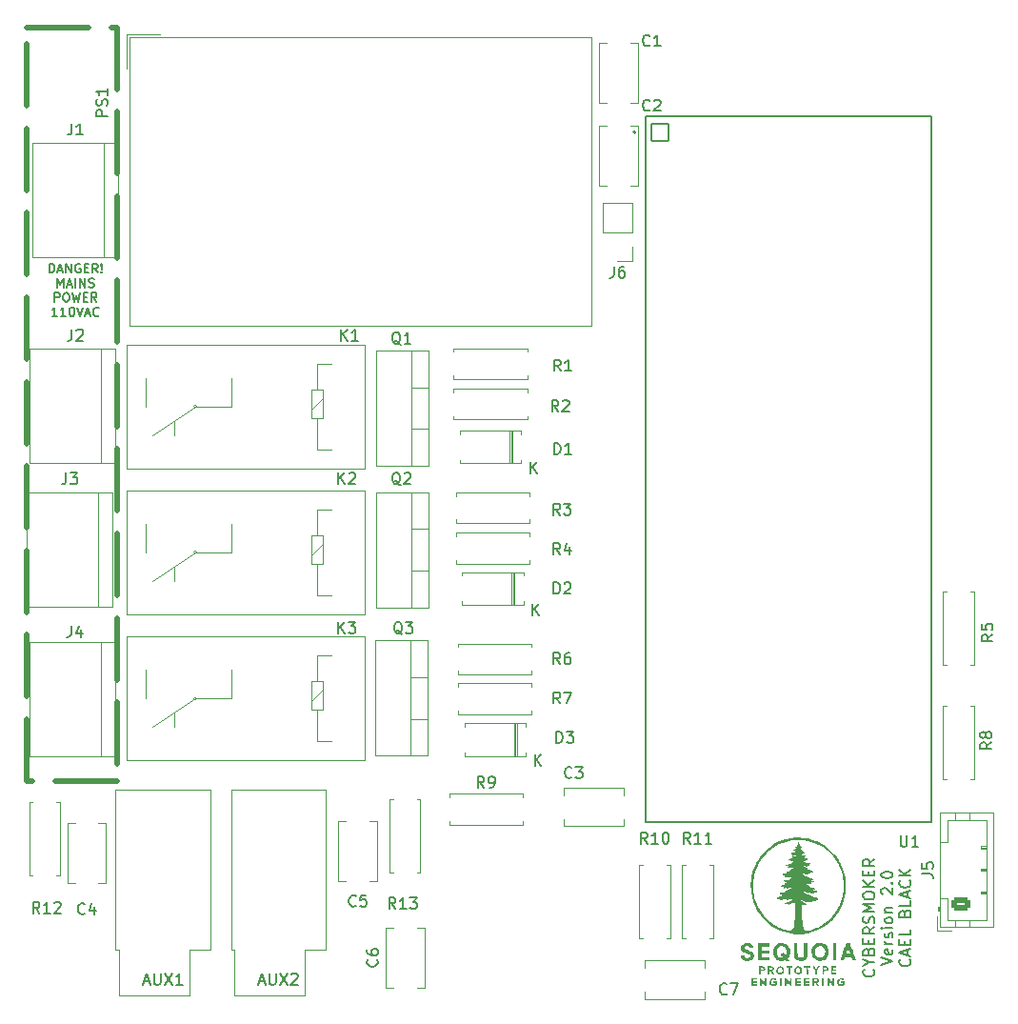
<source format=gbr>
%TF.GenerationSoftware,KiCad,Pcbnew,9.0.0*%
%TF.CreationDate,2025-07-02T18:07:02-06:00*%
%TF.ProjectId,CyberSmoker_PCB_v2,43796265-7253-46d6-9f6b-65725f504342,rev?*%
%TF.SameCoordinates,Original*%
%TF.FileFunction,Legend,Top*%
%TF.FilePolarity,Positive*%
%FSLAX46Y46*%
G04 Gerber Fmt 4.6, Leading zero omitted, Abs format (unit mm)*
G04 Created by KiCad (PCBNEW 9.0.0) date 2025-07-02 18:07:02*
%MOMM*%
%LPD*%
G01*
G04 APERTURE LIST*
G04 Aperture macros list*
%AMRoundRect*
0 Rectangle with rounded corners*
0 $1 Rounding radius*
0 $2 $3 $4 $5 $6 $7 $8 $9 X,Y pos of 4 corners*
0 Add a 4 corners polygon primitive as box body*
4,1,4,$2,$3,$4,$5,$6,$7,$8,$9,$2,$3,0*
0 Add four circle primitives for the rounded corners*
1,1,$1+$1,$2,$3*
1,1,$1+$1,$4,$5*
1,1,$1+$1,$6,$7*
1,1,$1+$1,$8,$9*
0 Add four rect primitives between the rounded corners*
20,1,$1+$1,$2,$3,$4,$5,0*
20,1,$1+$1,$4,$5,$6,$7,0*
20,1,$1+$1,$6,$7,$8,$9,0*
20,1,$1+$1,$8,$9,$2,$3,0*%
G04 Aperture macros list end*
%ADD10C,0.500000*%
%ADD11C,0.150000*%
%ADD12C,0.120000*%
%ADD13C,0.200000*%
%ADD14C,0.127000*%
%ADD15C,0.000000*%
%ADD16C,1.600000*%
%ADD17R,2.000000X2.000000*%
%ADD18C,2.000000*%
%ADD19R,3.200000X2.000000*%
%ADD20O,1.700000X1.700000*%
%ADD21R,1.700000X1.700000*%
%ADD22C,1.734000*%
%ADD23RoundRect,0.102000X-0.765000X-0.765000X0.765000X-0.765000X0.765000X0.765000X-0.765000X0.765000X0*%
%ADD24O,1.600000X1.600000*%
%ADD25R,1.800000X1.800000*%
%ADD26O,1.800000X1.800000*%
%ADD27R,3.000000X3.000000*%
%ADD28C,3.000000*%
%ADD29R,2.300000X2.300000*%
%ADD30C,2.300000*%
%ADD31R,2.000000X1.905000*%
%ADD32O,2.000000X1.905000*%
%ADD33O,2.800000X1.800000*%
%ADD34C,3.200000*%
%ADD35R,1.700000X2.000000*%
%ADD36O,1.700000X2.000000*%
%ADD37O,1.750000X1.200000*%
%ADD38RoundRect,0.250000X0.625000X-0.350000X0.625000X0.350000X-0.625000X0.350000X-0.625000X-0.350000X0*%
G04 APERTURE END LIST*
D10*
X56200000Y-62100000D02*
X61700000Y-62100000D01*
X63700000Y-62100000D02*
X64200000Y-62100000D01*
X64200000Y-62100000D02*
X64200000Y-67600000D01*
X64200000Y-69600000D02*
X64200000Y-75100000D01*
X64200000Y-77100000D02*
X64200000Y-82600000D01*
X64200000Y-84600000D02*
X64200000Y-90100000D01*
X64200000Y-92100000D02*
X64200000Y-97600000D01*
X64200000Y-99600000D02*
X64200000Y-105100000D01*
X64200000Y-107100000D02*
X64200000Y-112600000D01*
X64200000Y-114600000D02*
X64200000Y-120100000D01*
X64200000Y-122100000D02*
X64200000Y-127600000D01*
X64200000Y-129100000D02*
X58700000Y-129100000D01*
X56700000Y-129100000D02*
X56200000Y-129100000D01*
X56200000Y-129100000D02*
X56200000Y-123600000D01*
X56200000Y-121600000D02*
X56200000Y-116100000D01*
X56200000Y-114100000D02*
X56200000Y-108600000D01*
X56200000Y-106600000D02*
X56200000Y-101100000D01*
X56200000Y-99100000D02*
X56200000Y-93600000D01*
X56200000Y-91600000D02*
X56200000Y-86100000D01*
X56200000Y-84100000D02*
X56200000Y-78600000D01*
X56200000Y-76600000D02*
X56200000Y-71100000D01*
X56200000Y-69100000D02*
X56200000Y-63600000D01*
D11*
X131444692Y-145855238D02*
X131492312Y-145902857D01*
X131492312Y-145902857D02*
X131539931Y-146045714D01*
X131539931Y-146045714D02*
X131539931Y-146140952D01*
X131539931Y-146140952D02*
X131492312Y-146283809D01*
X131492312Y-146283809D02*
X131397073Y-146379047D01*
X131397073Y-146379047D02*
X131301835Y-146426666D01*
X131301835Y-146426666D02*
X131111359Y-146474285D01*
X131111359Y-146474285D02*
X130968502Y-146474285D01*
X130968502Y-146474285D02*
X130778026Y-146426666D01*
X130778026Y-146426666D02*
X130682788Y-146379047D01*
X130682788Y-146379047D02*
X130587550Y-146283809D01*
X130587550Y-146283809D02*
X130539931Y-146140952D01*
X130539931Y-146140952D02*
X130539931Y-146045714D01*
X130539931Y-146045714D02*
X130587550Y-145902857D01*
X130587550Y-145902857D02*
X130635169Y-145855238D01*
X131063740Y-145236190D02*
X131539931Y-145236190D01*
X130539931Y-145569523D02*
X131063740Y-145236190D01*
X131063740Y-145236190D02*
X130539931Y-144902857D01*
X131016121Y-144236190D02*
X131063740Y-144093333D01*
X131063740Y-144093333D02*
X131111359Y-144045714D01*
X131111359Y-144045714D02*
X131206597Y-143998095D01*
X131206597Y-143998095D02*
X131349454Y-143998095D01*
X131349454Y-143998095D02*
X131444692Y-144045714D01*
X131444692Y-144045714D02*
X131492312Y-144093333D01*
X131492312Y-144093333D02*
X131539931Y-144188571D01*
X131539931Y-144188571D02*
X131539931Y-144569523D01*
X131539931Y-144569523D02*
X130539931Y-144569523D01*
X130539931Y-144569523D02*
X130539931Y-144236190D01*
X130539931Y-144236190D02*
X130587550Y-144140952D01*
X130587550Y-144140952D02*
X130635169Y-144093333D01*
X130635169Y-144093333D02*
X130730407Y-144045714D01*
X130730407Y-144045714D02*
X130825645Y-144045714D01*
X130825645Y-144045714D02*
X130920883Y-144093333D01*
X130920883Y-144093333D02*
X130968502Y-144140952D01*
X130968502Y-144140952D02*
X131016121Y-144236190D01*
X131016121Y-144236190D02*
X131016121Y-144569523D01*
X131016121Y-143569523D02*
X131016121Y-143236190D01*
X131539931Y-143093333D02*
X131539931Y-143569523D01*
X131539931Y-143569523D02*
X130539931Y-143569523D01*
X130539931Y-143569523D02*
X130539931Y-143093333D01*
X131539931Y-142093333D02*
X131063740Y-142426666D01*
X131539931Y-142664761D02*
X130539931Y-142664761D01*
X130539931Y-142664761D02*
X130539931Y-142283809D01*
X130539931Y-142283809D02*
X130587550Y-142188571D01*
X130587550Y-142188571D02*
X130635169Y-142140952D01*
X130635169Y-142140952D02*
X130730407Y-142093333D01*
X130730407Y-142093333D02*
X130873264Y-142093333D01*
X130873264Y-142093333D02*
X130968502Y-142140952D01*
X130968502Y-142140952D02*
X131016121Y-142188571D01*
X131016121Y-142188571D02*
X131063740Y-142283809D01*
X131063740Y-142283809D02*
X131063740Y-142664761D01*
X131492312Y-141712380D02*
X131539931Y-141569523D01*
X131539931Y-141569523D02*
X131539931Y-141331428D01*
X131539931Y-141331428D02*
X131492312Y-141236190D01*
X131492312Y-141236190D02*
X131444692Y-141188571D01*
X131444692Y-141188571D02*
X131349454Y-141140952D01*
X131349454Y-141140952D02*
X131254216Y-141140952D01*
X131254216Y-141140952D02*
X131158978Y-141188571D01*
X131158978Y-141188571D02*
X131111359Y-141236190D01*
X131111359Y-141236190D02*
X131063740Y-141331428D01*
X131063740Y-141331428D02*
X131016121Y-141521904D01*
X131016121Y-141521904D02*
X130968502Y-141617142D01*
X130968502Y-141617142D02*
X130920883Y-141664761D01*
X130920883Y-141664761D02*
X130825645Y-141712380D01*
X130825645Y-141712380D02*
X130730407Y-141712380D01*
X130730407Y-141712380D02*
X130635169Y-141664761D01*
X130635169Y-141664761D02*
X130587550Y-141617142D01*
X130587550Y-141617142D02*
X130539931Y-141521904D01*
X130539931Y-141521904D02*
X130539931Y-141283809D01*
X130539931Y-141283809D02*
X130587550Y-141140952D01*
X131539931Y-140712380D02*
X130539931Y-140712380D01*
X130539931Y-140712380D02*
X131254216Y-140379047D01*
X131254216Y-140379047D02*
X130539931Y-140045714D01*
X130539931Y-140045714D02*
X131539931Y-140045714D01*
X130539931Y-139379047D02*
X130539931Y-139188571D01*
X130539931Y-139188571D02*
X130587550Y-139093333D01*
X130587550Y-139093333D02*
X130682788Y-138998095D01*
X130682788Y-138998095D02*
X130873264Y-138950476D01*
X130873264Y-138950476D02*
X131206597Y-138950476D01*
X131206597Y-138950476D02*
X131397073Y-138998095D01*
X131397073Y-138998095D02*
X131492312Y-139093333D01*
X131492312Y-139093333D02*
X131539931Y-139188571D01*
X131539931Y-139188571D02*
X131539931Y-139379047D01*
X131539931Y-139379047D02*
X131492312Y-139474285D01*
X131492312Y-139474285D02*
X131397073Y-139569523D01*
X131397073Y-139569523D02*
X131206597Y-139617142D01*
X131206597Y-139617142D02*
X130873264Y-139617142D01*
X130873264Y-139617142D02*
X130682788Y-139569523D01*
X130682788Y-139569523D02*
X130587550Y-139474285D01*
X130587550Y-139474285D02*
X130539931Y-139379047D01*
X131539931Y-138521904D02*
X130539931Y-138521904D01*
X131539931Y-137950476D02*
X130968502Y-138379047D01*
X130539931Y-137950476D02*
X131111359Y-138521904D01*
X131016121Y-137521904D02*
X131016121Y-137188571D01*
X131539931Y-137045714D02*
X131539931Y-137521904D01*
X131539931Y-137521904D02*
X130539931Y-137521904D01*
X130539931Y-137521904D02*
X130539931Y-137045714D01*
X131539931Y-136045714D02*
X131063740Y-136379047D01*
X131539931Y-136617142D02*
X130539931Y-136617142D01*
X130539931Y-136617142D02*
X130539931Y-136236190D01*
X130539931Y-136236190D02*
X130587550Y-136140952D01*
X130587550Y-136140952D02*
X130635169Y-136093333D01*
X130635169Y-136093333D02*
X130730407Y-136045714D01*
X130730407Y-136045714D02*
X130873264Y-136045714D01*
X130873264Y-136045714D02*
X130968502Y-136093333D01*
X130968502Y-136093333D02*
X131016121Y-136140952D01*
X131016121Y-136140952D02*
X131063740Y-136236190D01*
X131063740Y-136236190D02*
X131063740Y-136617142D01*
X132149875Y-145450475D02*
X133149875Y-145117142D01*
X133149875Y-145117142D02*
X132149875Y-144783809D01*
X133102256Y-144069523D02*
X133149875Y-144164761D01*
X133149875Y-144164761D02*
X133149875Y-144355237D01*
X133149875Y-144355237D02*
X133102256Y-144450475D01*
X133102256Y-144450475D02*
X133007017Y-144498094D01*
X133007017Y-144498094D02*
X132626065Y-144498094D01*
X132626065Y-144498094D02*
X132530827Y-144450475D01*
X132530827Y-144450475D02*
X132483208Y-144355237D01*
X132483208Y-144355237D02*
X132483208Y-144164761D01*
X132483208Y-144164761D02*
X132530827Y-144069523D01*
X132530827Y-144069523D02*
X132626065Y-144021904D01*
X132626065Y-144021904D02*
X132721303Y-144021904D01*
X132721303Y-144021904D02*
X132816541Y-144498094D01*
X133149875Y-143593332D02*
X132483208Y-143593332D01*
X132673684Y-143593332D02*
X132578446Y-143545713D01*
X132578446Y-143545713D02*
X132530827Y-143498094D01*
X132530827Y-143498094D02*
X132483208Y-143402856D01*
X132483208Y-143402856D02*
X132483208Y-143307618D01*
X133102256Y-143021903D02*
X133149875Y-142926665D01*
X133149875Y-142926665D02*
X133149875Y-142736189D01*
X133149875Y-142736189D02*
X133102256Y-142640951D01*
X133102256Y-142640951D02*
X133007017Y-142593332D01*
X133007017Y-142593332D02*
X132959398Y-142593332D01*
X132959398Y-142593332D02*
X132864160Y-142640951D01*
X132864160Y-142640951D02*
X132816541Y-142736189D01*
X132816541Y-142736189D02*
X132816541Y-142879046D01*
X132816541Y-142879046D02*
X132768922Y-142974284D01*
X132768922Y-142974284D02*
X132673684Y-143021903D01*
X132673684Y-143021903D02*
X132626065Y-143021903D01*
X132626065Y-143021903D02*
X132530827Y-142974284D01*
X132530827Y-142974284D02*
X132483208Y-142879046D01*
X132483208Y-142879046D02*
X132483208Y-142736189D01*
X132483208Y-142736189D02*
X132530827Y-142640951D01*
X133149875Y-142164760D02*
X132483208Y-142164760D01*
X132149875Y-142164760D02*
X132197494Y-142212379D01*
X132197494Y-142212379D02*
X132245113Y-142164760D01*
X132245113Y-142164760D02*
X132197494Y-142117141D01*
X132197494Y-142117141D02*
X132149875Y-142164760D01*
X132149875Y-142164760D02*
X132245113Y-142164760D01*
X133149875Y-141545713D02*
X133102256Y-141640951D01*
X133102256Y-141640951D02*
X133054636Y-141688570D01*
X133054636Y-141688570D02*
X132959398Y-141736189D01*
X132959398Y-141736189D02*
X132673684Y-141736189D01*
X132673684Y-141736189D02*
X132578446Y-141688570D01*
X132578446Y-141688570D02*
X132530827Y-141640951D01*
X132530827Y-141640951D02*
X132483208Y-141545713D01*
X132483208Y-141545713D02*
X132483208Y-141402856D01*
X132483208Y-141402856D02*
X132530827Y-141307618D01*
X132530827Y-141307618D02*
X132578446Y-141259999D01*
X132578446Y-141259999D02*
X132673684Y-141212380D01*
X132673684Y-141212380D02*
X132959398Y-141212380D01*
X132959398Y-141212380D02*
X133054636Y-141259999D01*
X133054636Y-141259999D02*
X133102256Y-141307618D01*
X133102256Y-141307618D02*
X133149875Y-141402856D01*
X133149875Y-141402856D02*
X133149875Y-141545713D01*
X132483208Y-140783808D02*
X133149875Y-140783808D01*
X132578446Y-140783808D02*
X132530827Y-140736189D01*
X132530827Y-140736189D02*
X132483208Y-140640951D01*
X132483208Y-140640951D02*
X132483208Y-140498094D01*
X132483208Y-140498094D02*
X132530827Y-140402856D01*
X132530827Y-140402856D02*
X132626065Y-140355237D01*
X132626065Y-140355237D02*
X133149875Y-140355237D01*
X132245113Y-139164760D02*
X132197494Y-139117141D01*
X132197494Y-139117141D02*
X132149875Y-139021903D01*
X132149875Y-139021903D02*
X132149875Y-138783808D01*
X132149875Y-138783808D02*
X132197494Y-138688570D01*
X132197494Y-138688570D02*
X132245113Y-138640951D01*
X132245113Y-138640951D02*
X132340351Y-138593332D01*
X132340351Y-138593332D02*
X132435589Y-138593332D01*
X132435589Y-138593332D02*
X132578446Y-138640951D01*
X132578446Y-138640951D02*
X133149875Y-139212379D01*
X133149875Y-139212379D02*
X133149875Y-138593332D01*
X133054636Y-138164760D02*
X133102256Y-138117141D01*
X133102256Y-138117141D02*
X133149875Y-138164760D01*
X133149875Y-138164760D02*
X133102256Y-138212379D01*
X133102256Y-138212379D02*
X133054636Y-138164760D01*
X133054636Y-138164760D02*
X133149875Y-138164760D01*
X132149875Y-137498094D02*
X132149875Y-137402856D01*
X132149875Y-137402856D02*
X132197494Y-137307618D01*
X132197494Y-137307618D02*
X132245113Y-137259999D01*
X132245113Y-137259999D02*
X132340351Y-137212380D01*
X132340351Y-137212380D02*
X132530827Y-137164761D01*
X132530827Y-137164761D02*
X132768922Y-137164761D01*
X132768922Y-137164761D02*
X132959398Y-137212380D01*
X132959398Y-137212380D02*
X133054636Y-137259999D01*
X133054636Y-137259999D02*
X133102256Y-137307618D01*
X133102256Y-137307618D02*
X133149875Y-137402856D01*
X133149875Y-137402856D02*
X133149875Y-137498094D01*
X133149875Y-137498094D02*
X133102256Y-137593332D01*
X133102256Y-137593332D02*
X133054636Y-137640951D01*
X133054636Y-137640951D02*
X132959398Y-137688570D01*
X132959398Y-137688570D02*
X132768922Y-137736189D01*
X132768922Y-137736189D02*
X132530827Y-137736189D01*
X132530827Y-137736189D02*
X132340351Y-137688570D01*
X132340351Y-137688570D02*
X132245113Y-137640951D01*
X132245113Y-137640951D02*
X132197494Y-137593332D01*
X132197494Y-137593332D02*
X132149875Y-137498094D01*
X134664580Y-144950476D02*
X134712200Y-144998095D01*
X134712200Y-144998095D02*
X134759819Y-145140952D01*
X134759819Y-145140952D02*
X134759819Y-145236190D01*
X134759819Y-145236190D02*
X134712200Y-145379047D01*
X134712200Y-145379047D02*
X134616961Y-145474285D01*
X134616961Y-145474285D02*
X134521723Y-145521904D01*
X134521723Y-145521904D02*
X134331247Y-145569523D01*
X134331247Y-145569523D02*
X134188390Y-145569523D01*
X134188390Y-145569523D02*
X133997914Y-145521904D01*
X133997914Y-145521904D02*
X133902676Y-145474285D01*
X133902676Y-145474285D02*
X133807438Y-145379047D01*
X133807438Y-145379047D02*
X133759819Y-145236190D01*
X133759819Y-145236190D02*
X133759819Y-145140952D01*
X133759819Y-145140952D02*
X133807438Y-144998095D01*
X133807438Y-144998095D02*
X133855057Y-144950476D01*
X134474104Y-144569523D02*
X134474104Y-144093333D01*
X134759819Y-144664761D02*
X133759819Y-144331428D01*
X133759819Y-144331428D02*
X134759819Y-143998095D01*
X134236009Y-143664761D02*
X134236009Y-143331428D01*
X134759819Y-143188571D02*
X134759819Y-143664761D01*
X134759819Y-143664761D02*
X133759819Y-143664761D01*
X133759819Y-143664761D02*
X133759819Y-143188571D01*
X134759819Y-142283809D02*
X134759819Y-142759999D01*
X134759819Y-142759999D02*
X133759819Y-142759999D01*
X134236009Y-140855237D02*
X134283628Y-140712380D01*
X134283628Y-140712380D02*
X134331247Y-140664761D01*
X134331247Y-140664761D02*
X134426485Y-140617142D01*
X134426485Y-140617142D02*
X134569342Y-140617142D01*
X134569342Y-140617142D02*
X134664580Y-140664761D01*
X134664580Y-140664761D02*
X134712200Y-140712380D01*
X134712200Y-140712380D02*
X134759819Y-140807618D01*
X134759819Y-140807618D02*
X134759819Y-141188570D01*
X134759819Y-141188570D02*
X133759819Y-141188570D01*
X133759819Y-141188570D02*
X133759819Y-140855237D01*
X133759819Y-140855237D02*
X133807438Y-140759999D01*
X133807438Y-140759999D02*
X133855057Y-140712380D01*
X133855057Y-140712380D02*
X133950295Y-140664761D01*
X133950295Y-140664761D02*
X134045533Y-140664761D01*
X134045533Y-140664761D02*
X134140771Y-140712380D01*
X134140771Y-140712380D02*
X134188390Y-140759999D01*
X134188390Y-140759999D02*
X134236009Y-140855237D01*
X134236009Y-140855237D02*
X134236009Y-141188570D01*
X134759819Y-139712380D02*
X134759819Y-140188570D01*
X134759819Y-140188570D02*
X133759819Y-140188570D01*
X134474104Y-139426665D02*
X134474104Y-138950475D01*
X134759819Y-139521903D02*
X133759819Y-139188570D01*
X133759819Y-139188570D02*
X134759819Y-138855237D01*
X134664580Y-137950475D02*
X134712200Y-137998094D01*
X134712200Y-137998094D02*
X134759819Y-138140951D01*
X134759819Y-138140951D02*
X134759819Y-138236189D01*
X134759819Y-138236189D02*
X134712200Y-138379046D01*
X134712200Y-138379046D02*
X134616961Y-138474284D01*
X134616961Y-138474284D02*
X134521723Y-138521903D01*
X134521723Y-138521903D02*
X134331247Y-138569522D01*
X134331247Y-138569522D02*
X134188390Y-138569522D01*
X134188390Y-138569522D02*
X133997914Y-138521903D01*
X133997914Y-138521903D02*
X133902676Y-138474284D01*
X133902676Y-138474284D02*
X133807438Y-138379046D01*
X133807438Y-138379046D02*
X133759819Y-138236189D01*
X133759819Y-138236189D02*
X133759819Y-138140951D01*
X133759819Y-138140951D02*
X133807438Y-137998094D01*
X133807438Y-137998094D02*
X133855057Y-137950475D01*
X134759819Y-137521903D02*
X133759819Y-137521903D01*
X134759819Y-136950475D02*
X134188390Y-137379046D01*
X133759819Y-136950475D02*
X134331247Y-137521903D01*
X58176191Y-83930430D02*
X58176191Y-83130430D01*
X58176191Y-83130430D02*
X58366667Y-83130430D01*
X58366667Y-83130430D02*
X58480953Y-83168525D01*
X58480953Y-83168525D02*
X58557143Y-83244715D01*
X58557143Y-83244715D02*
X58595238Y-83320906D01*
X58595238Y-83320906D02*
X58633334Y-83473287D01*
X58633334Y-83473287D02*
X58633334Y-83587573D01*
X58633334Y-83587573D02*
X58595238Y-83739954D01*
X58595238Y-83739954D02*
X58557143Y-83816144D01*
X58557143Y-83816144D02*
X58480953Y-83892335D01*
X58480953Y-83892335D02*
X58366667Y-83930430D01*
X58366667Y-83930430D02*
X58176191Y-83930430D01*
X58938095Y-83701858D02*
X59319048Y-83701858D01*
X58861905Y-83930430D02*
X59128572Y-83130430D01*
X59128572Y-83130430D02*
X59395238Y-83930430D01*
X59661905Y-83930430D02*
X59661905Y-83130430D01*
X59661905Y-83130430D02*
X60119048Y-83930430D01*
X60119048Y-83930430D02*
X60119048Y-83130430D01*
X60919047Y-83168525D02*
X60842857Y-83130430D01*
X60842857Y-83130430D02*
X60728571Y-83130430D01*
X60728571Y-83130430D02*
X60614285Y-83168525D01*
X60614285Y-83168525D02*
X60538095Y-83244715D01*
X60538095Y-83244715D02*
X60500000Y-83320906D01*
X60500000Y-83320906D02*
X60461904Y-83473287D01*
X60461904Y-83473287D02*
X60461904Y-83587573D01*
X60461904Y-83587573D02*
X60500000Y-83739954D01*
X60500000Y-83739954D02*
X60538095Y-83816144D01*
X60538095Y-83816144D02*
X60614285Y-83892335D01*
X60614285Y-83892335D02*
X60728571Y-83930430D01*
X60728571Y-83930430D02*
X60804762Y-83930430D01*
X60804762Y-83930430D02*
X60919047Y-83892335D01*
X60919047Y-83892335D02*
X60957143Y-83854239D01*
X60957143Y-83854239D02*
X60957143Y-83587573D01*
X60957143Y-83587573D02*
X60804762Y-83587573D01*
X61300000Y-83511382D02*
X61566666Y-83511382D01*
X61680952Y-83930430D02*
X61300000Y-83930430D01*
X61300000Y-83930430D02*
X61300000Y-83130430D01*
X61300000Y-83130430D02*
X61680952Y-83130430D01*
X62480953Y-83930430D02*
X62214286Y-83549477D01*
X62023810Y-83930430D02*
X62023810Y-83130430D01*
X62023810Y-83130430D02*
X62328572Y-83130430D01*
X62328572Y-83130430D02*
X62404762Y-83168525D01*
X62404762Y-83168525D02*
X62442857Y-83206620D01*
X62442857Y-83206620D02*
X62480953Y-83282811D01*
X62480953Y-83282811D02*
X62480953Y-83397096D01*
X62480953Y-83397096D02*
X62442857Y-83473287D01*
X62442857Y-83473287D02*
X62404762Y-83511382D01*
X62404762Y-83511382D02*
X62328572Y-83549477D01*
X62328572Y-83549477D02*
X62023810Y-83549477D01*
X62823810Y-83854239D02*
X62861905Y-83892335D01*
X62861905Y-83892335D02*
X62823810Y-83930430D01*
X62823810Y-83930430D02*
X62785714Y-83892335D01*
X62785714Y-83892335D02*
X62823810Y-83854239D01*
X62823810Y-83854239D02*
X62823810Y-83930430D01*
X62823810Y-83625668D02*
X62785714Y-83168525D01*
X62785714Y-83168525D02*
X62823810Y-83130430D01*
X62823810Y-83130430D02*
X62861905Y-83168525D01*
X62861905Y-83168525D02*
X62823810Y-83625668D01*
X62823810Y-83625668D02*
X62823810Y-83130430D01*
X58900000Y-85218385D02*
X58900000Y-84418385D01*
X58900000Y-84418385D02*
X59166666Y-84989813D01*
X59166666Y-84989813D02*
X59433333Y-84418385D01*
X59433333Y-84418385D02*
X59433333Y-85218385D01*
X59776190Y-84989813D02*
X60157143Y-84989813D01*
X59700000Y-85218385D02*
X59966667Y-84418385D01*
X59966667Y-84418385D02*
X60233333Y-85218385D01*
X60500000Y-85218385D02*
X60500000Y-84418385D01*
X60880952Y-85218385D02*
X60880952Y-84418385D01*
X60880952Y-84418385D02*
X61338095Y-85218385D01*
X61338095Y-85218385D02*
X61338095Y-84418385D01*
X61680951Y-85180290D02*
X61795237Y-85218385D01*
X61795237Y-85218385D02*
X61985713Y-85218385D01*
X61985713Y-85218385D02*
X62061904Y-85180290D01*
X62061904Y-85180290D02*
X62099999Y-85142194D01*
X62099999Y-85142194D02*
X62138094Y-85066004D01*
X62138094Y-85066004D02*
X62138094Y-84989813D01*
X62138094Y-84989813D02*
X62099999Y-84913623D01*
X62099999Y-84913623D02*
X62061904Y-84875528D01*
X62061904Y-84875528D02*
X61985713Y-84837432D01*
X61985713Y-84837432D02*
X61833332Y-84799337D01*
X61833332Y-84799337D02*
X61757142Y-84761242D01*
X61757142Y-84761242D02*
X61719047Y-84723147D01*
X61719047Y-84723147D02*
X61680951Y-84646956D01*
X61680951Y-84646956D02*
X61680951Y-84570766D01*
X61680951Y-84570766D02*
X61719047Y-84494575D01*
X61719047Y-84494575D02*
X61757142Y-84456480D01*
X61757142Y-84456480D02*
X61833332Y-84418385D01*
X61833332Y-84418385D02*
X62023809Y-84418385D01*
X62023809Y-84418385D02*
X62138094Y-84456480D01*
X58652381Y-86506340D02*
X58652381Y-85706340D01*
X58652381Y-85706340D02*
X58957143Y-85706340D01*
X58957143Y-85706340D02*
X59033333Y-85744435D01*
X59033333Y-85744435D02*
X59071428Y-85782530D01*
X59071428Y-85782530D02*
X59109524Y-85858721D01*
X59109524Y-85858721D02*
X59109524Y-85973006D01*
X59109524Y-85973006D02*
X59071428Y-86049197D01*
X59071428Y-86049197D02*
X59033333Y-86087292D01*
X59033333Y-86087292D02*
X58957143Y-86125387D01*
X58957143Y-86125387D02*
X58652381Y-86125387D01*
X59604762Y-85706340D02*
X59757143Y-85706340D01*
X59757143Y-85706340D02*
X59833333Y-85744435D01*
X59833333Y-85744435D02*
X59909524Y-85820625D01*
X59909524Y-85820625D02*
X59947619Y-85973006D01*
X59947619Y-85973006D02*
X59947619Y-86239673D01*
X59947619Y-86239673D02*
X59909524Y-86392054D01*
X59909524Y-86392054D02*
X59833333Y-86468245D01*
X59833333Y-86468245D02*
X59757143Y-86506340D01*
X59757143Y-86506340D02*
X59604762Y-86506340D01*
X59604762Y-86506340D02*
X59528571Y-86468245D01*
X59528571Y-86468245D02*
X59452381Y-86392054D01*
X59452381Y-86392054D02*
X59414285Y-86239673D01*
X59414285Y-86239673D02*
X59414285Y-85973006D01*
X59414285Y-85973006D02*
X59452381Y-85820625D01*
X59452381Y-85820625D02*
X59528571Y-85744435D01*
X59528571Y-85744435D02*
X59604762Y-85706340D01*
X60214285Y-85706340D02*
X60404761Y-86506340D01*
X60404761Y-86506340D02*
X60557142Y-85934911D01*
X60557142Y-85934911D02*
X60709523Y-86506340D01*
X60709523Y-86506340D02*
X60900000Y-85706340D01*
X61204762Y-86087292D02*
X61471428Y-86087292D01*
X61585714Y-86506340D02*
X61204762Y-86506340D01*
X61204762Y-86506340D02*
X61204762Y-85706340D01*
X61204762Y-85706340D02*
X61585714Y-85706340D01*
X62385715Y-86506340D02*
X62119048Y-86125387D01*
X61928572Y-86506340D02*
X61928572Y-85706340D01*
X61928572Y-85706340D02*
X62233334Y-85706340D01*
X62233334Y-85706340D02*
X62309524Y-85744435D01*
X62309524Y-85744435D02*
X62347619Y-85782530D01*
X62347619Y-85782530D02*
X62385715Y-85858721D01*
X62385715Y-85858721D02*
X62385715Y-85973006D01*
X62385715Y-85973006D02*
X62347619Y-86049197D01*
X62347619Y-86049197D02*
X62309524Y-86087292D01*
X62309524Y-86087292D02*
X62233334Y-86125387D01*
X62233334Y-86125387D02*
X61928572Y-86125387D01*
X58880952Y-87794295D02*
X58423809Y-87794295D01*
X58652381Y-87794295D02*
X58652381Y-86994295D01*
X58652381Y-86994295D02*
X58576190Y-87108580D01*
X58576190Y-87108580D02*
X58500000Y-87184771D01*
X58500000Y-87184771D02*
X58423809Y-87222866D01*
X59642857Y-87794295D02*
X59185714Y-87794295D01*
X59414286Y-87794295D02*
X59414286Y-86994295D01*
X59414286Y-86994295D02*
X59338095Y-87108580D01*
X59338095Y-87108580D02*
X59261905Y-87184771D01*
X59261905Y-87184771D02*
X59185714Y-87222866D01*
X60138096Y-86994295D02*
X60214286Y-86994295D01*
X60214286Y-86994295D02*
X60290477Y-87032390D01*
X60290477Y-87032390D02*
X60328572Y-87070485D01*
X60328572Y-87070485D02*
X60366667Y-87146676D01*
X60366667Y-87146676D02*
X60404762Y-87299057D01*
X60404762Y-87299057D02*
X60404762Y-87489533D01*
X60404762Y-87489533D02*
X60366667Y-87641914D01*
X60366667Y-87641914D02*
X60328572Y-87718104D01*
X60328572Y-87718104D02*
X60290477Y-87756200D01*
X60290477Y-87756200D02*
X60214286Y-87794295D01*
X60214286Y-87794295D02*
X60138096Y-87794295D01*
X60138096Y-87794295D02*
X60061905Y-87756200D01*
X60061905Y-87756200D02*
X60023810Y-87718104D01*
X60023810Y-87718104D02*
X59985715Y-87641914D01*
X59985715Y-87641914D02*
X59947619Y-87489533D01*
X59947619Y-87489533D02*
X59947619Y-87299057D01*
X59947619Y-87299057D02*
X59985715Y-87146676D01*
X59985715Y-87146676D02*
X60023810Y-87070485D01*
X60023810Y-87070485D02*
X60061905Y-87032390D01*
X60061905Y-87032390D02*
X60138096Y-86994295D01*
X60633334Y-86994295D02*
X60900001Y-87794295D01*
X60900001Y-87794295D02*
X61166667Y-86994295D01*
X61395238Y-87565723D02*
X61776191Y-87565723D01*
X61319048Y-87794295D02*
X61585715Y-86994295D01*
X61585715Y-86994295D02*
X61852381Y-87794295D01*
X62576191Y-87718104D02*
X62538095Y-87756200D01*
X62538095Y-87756200D02*
X62423810Y-87794295D01*
X62423810Y-87794295D02*
X62347619Y-87794295D01*
X62347619Y-87794295D02*
X62233333Y-87756200D01*
X62233333Y-87756200D02*
X62157143Y-87680009D01*
X62157143Y-87680009D02*
X62119048Y-87603819D01*
X62119048Y-87603819D02*
X62080952Y-87451438D01*
X62080952Y-87451438D02*
X62080952Y-87337152D01*
X62080952Y-87337152D02*
X62119048Y-87184771D01*
X62119048Y-87184771D02*
X62157143Y-87108580D01*
X62157143Y-87108580D02*
X62233333Y-87032390D01*
X62233333Y-87032390D02*
X62347619Y-86994295D01*
X62347619Y-86994295D02*
X62423810Y-86994295D01*
X62423810Y-86994295D02*
X62538095Y-87032390D01*
X62538095Y-87032390D02*
X62576191Y-87070485D01*
X111573333Y-63689580D02*
X111525714Y-63737200D01*
X111525714Y-63737200D02*
X111382857Y-63784819D01*
X111382857Y-63784819D02*
X111287619Y-63784819D01*
X111287619Y-63784819D02*
X111144762Y-63737200D01*
X111144762Y-63737200D02*
X111049524Y-63641961D01*
X111049524Y-63641961D02*
X111001905Y-63546723D01*
X111001905Y-63546723D02*
X110954286Y-63356247D01*
X110954286Y-63356247D02*
X110954286Y-63213390D01*
X110954286Y-63213390D02*
X111001905Y-63022914D01*
X111001905Y-63022914D02*
X111049524Y-62927676D01*
X111049524Y-62927676D02*
X111144762Y-62832438D01*
X111144762Y-62832438D02*
X111287619Y-62784819D01*
X111287619Y-62784819D02*
X111382857Y-62784819D01*
X111382857Y-62784819D02*
X111525714Y-62832438D01*
X111525714Y-62832438D02*
X111573333Y-62880057D01*
X112525714Y-63784819D02*
X111954286Y-63784819D01*
X112240000Y-63784819D02*
X112240000Y-62784819D01*
X112240000Y-62784819D02*
X112144762Y-62927676D01*
X112144762Y-62927676D02*
X112049524Y-63022914D01*
X112049524Y-63022914D02*
X111954286Y-63070533D01*
X111573333Y-69449580D02*
X111525714Y-69497200D01*
X111525714Y-69497200D02*
X111382857Y-69544819D01*
X111382857Y-69544819D02*
X111287619Y-69544819D01*
X111287619Y-69544819D02*
X111144762Y-69497200D01*
X111144762Y-69497200D02*
X111049524Y-69401961D01*
X111049524Y-69401961D02*
X111001905Y-69306723D01*
X111001905Y-69306723D02*
X110954286Y-69116247D01*
X110954286Y-69116247D02*
X110954286Y-68973390D01*
X110954286Y-68973390D02*
X111001905Y-68782914D01*
X111001905Y-68782914D02*
X111049524Y-68687676D01*
X111049524Y-68687676D02*
X111144762Y-68592438D01*
X111144762Y-68592438D02*
X111287619Y-68544819D01*
X111287619Y-68544819D02*
X111382857Y-68544819D01*
X111382857Y-68544819D02*
X111525714Y-68592438D01*
X111525714Y-68592438D02*
X111573333Y-68640057D01*
X111954286Y-68640057D02*
X112001905Y-68592438D01*
X112001905Y-68592438D02*
X112097143Y-68544819D01*
X112097143Y-68544819D02*
X112335238Y-68544819D01*
X112335238Y-68544819D02*
X112430476Y-68592438D01*
X112430476Y-68592438D02*
X112478095Y-68640057D01*
X112478095Y-68640057D02*
X112525714Y-68735295D01*
X112525714Y-68735295D02*
X112525714Y-68830533D01*
X112525714Y-68830533D02*
X112478095Y-68973390D01*
X112478095Y-68973390D02*
X111906667Y-69544819D01*
X111906667Y-69544819D02*
X112525714Y-69544819D01*
X108366666Y-83369819D02*
X108366666Y-84084104D01*
X108366666Y-84084104D02*
X108319047Y-84226961D01*
X108319047Y-84226961D02*
X108223809Y-84322200D01*
X108223809Y-84322200D02*
X108080952Y-84369819D01*
X108080952Y-84369819D02*
X107985714Y-84369819D01*
X109271428Y-83369819D02*
X109080952Y-83369819D01*
X109080952Y-83369819D02*
X108985714Y-83417438D01*
X108985714Y-83417438D02*
X108938095Y-83465057D01*
X108938095Y-83465057D02*
X108842857Y-83607914D01*
X108842857Y-83607914D02*
X108795238Y-83798390D01*
X108795238Y-83798390D02*
X108795238Y-84179342D01*
X108795238Y-84179342D02*
X108842857Y-84274580D01*
X108842857Y-84274580D02*
X108890476Y-84322200D01*
X108890476Y-84322200D02*
X108985714Y-84369819D01*
X108985714Y-84369819D02*
X109176190Y-84369819D01*
X109176190Y-84369819D02*
X109271428Y-84322200D01*
X109271428Y-84322200D02*
X109319047Y-84274580D01*
X109319047Y-84274580D02*
X109366666Y-84179342D01*
X109366666Y-84179342D02*
X109366666Y-83941247D01*
X109366666Y-83941247D02*
X109319047Y-83846009D01*
X109319047Y-83846009D02*
X109271428Y-83798390D01*
X109271428Y-83798390D02*
X109176190Y-83750771D01*
X109176190Y-83750771D02*
X108985714Y-83750771D01*
X108985714Y-83750771D02*
X108890476Y-83798390D01*
X108890476Y-83798390D02*
X108842857Y-83846009D01*
X108842857Y-83846009D02*
X108795238Y-83941247D01*
X133863095Y-133929819D02*
X133863095Y-134739342D01*
X133863095Y-134739342D02*
X133910714Y-134834580D01*
X133910714Y-134834580D02*
X133958333Y-134882200D01*
X133958333Y-134882200D02*
X134053571Y-134929819D01*
X134053571Y-134929819D02*
X134244047Y-134929819D01*
X134244047Y-134929819D02*
X134339285Y-134882200D01*
X134339285Y-134882200D02*
X134386904Y-134834580D01*
X134386904Y-134834580D02*
X134434523Y-134739342D01*
X134434523Y-134739342D02*
X134434523Y-133929819D01*
X135434523Y-134929819D02*
X134863095Y-134929819D01*
X135148809Y-134929819D02*
X135148809Y-133929819D01*
X135148809Y-133929819D02*
X135053571Y-134072676D01*
X135053571Y-134072676D02*
X134958333Y-134167914D01*
X134958333Y-134167914D02*
X134863095Y-134215533D01*
X141954819Y-125666666D02*
X141478628Y-125999999D01*
X141954819Y-126238094D02*
X140954819Y-126238094D01*
X140954819Y-126238094D02*
X140954819Y-125857142D01*
X140954819Y-125857142D02*
X141002438Y-125761904D01*
X141002438Y-125761904D02*
X141050057Y-125714285D01*
X141050057Y-125714285D02*
X141145295Y-125666666D01*
X141145295Y-125666666D02*
X141288152Y-125666666D01*
X141288152Y-125666666D02*
X141383390Y-125714285D01*
X141383390Y-125714285D02*
X141431009Y-125761904D01*
X141431009Y-125761904D02*
X141478628Y-125857142D01*
X141478628Y-125857142D02*
X141478628Y-126238094D01*
X141383390Y-125095237D02*
X141335771Y-125190475D01*
X141335771Y-125190475D02*
X141288152Y-125238094D01*
X141288152Y-125238094D02*
X141192914Y-125285713D01*
X141192914Y-125285713D02*
X141145295Y-125285713D01*
X141145295Y-125285713D02*
X141050057Y-125238094D01*
X141050057Y-125238094D02*
X141002438Y-125190475D01*
X141002438Y-125190475D02*
X140954819Y-125095237D01*
X140954819Y-125095237D02*
X140954819Y-124904761D01*
X140954819Y-124904761D02*
X141002438Y-124809523D01*
X141002438Y-124809523D02*
X141050057Y-124761904D01*
X141050057Y-124761904D02*
X141145295Y-124714285D01*
X141145295Y-124714285D02*
X141192914Y-124714285D01*
X141192914Y-124714285D02*
X141288152Y-124761904D01*
X141288152Y-124761904D02*
X141335771Y-124809523D01*
X141335771Y-124809523D02*
X141383390Y-124904761D01*
X141383390Y-124904761D02*
X141383390Y-125095237D01*
X141383390Y-125095237D02*
X141431009Y-125190475D01*
X141431009Y-125190475D02*
X141478628Y-125238094D01*
X141478628Y-125238094D02*
X141573866Y-125285713D01*
X141573866Y-125285713D02*
X141764342Y-125285713D01*
X141764342Y-125285713D02*
X141859580Y-125238094D01*
X141859580Y-125238094D02*
X141907200Y-125190475D01*
X141907200Y-125190475D02*
X141954819Y-125095237D01*
X141954819Y-125095237D02*
X141954819Y-124904761D01*
X141954819Y-124904761D02*
X141907200Y-124809523D01*
X141907200Y-124809523D02*
X141859580Y-124761904D01*
X141859580Y-124761904D02*
X141764342Y-124714285D01*
X141764342Y-124714285D02*
X141573866Y-124714285D01*
X141573866Y-124714285D02*
X141478628Y-124761904D01*
X141478628Y-124761904D02*
X141431009Y-124809523D01*
X141431009Y-124809523D02*
X141383390Y-124904761D01*
X142054819Y-116066666D02*
X141578628Y-116399999D01*
X142054819Y-116638094D02*
X141054819Y-116638094D01*
X141054819Y-116638094D02*
X141054819Y-116257142D01*
X141054819Y-116257142D02*
X141102438Y-116161904D01*
X141102438Y-116161904D02*
X141150057Y-116114285D01*
X141150057Y-116114285D02*
X141245295Y-116066666D01*
X141245295Y-116066666D02*
X141388152Y-116066666D01*
X141388152Y-116066666D02*
X141483390Y-116114285D01*
X141483390Y-116114285D02*
X141531009Y-116161904D01*
X141531009Y-116161904D02*
X141578628Y-116257142D01*
X141578628Y-116257142D02*
X141578628Y-116638094D01*
X141054819Y-115161904D02*
X141054819Y-115638094D01*
X141054819Y-115638094D02*
X141531009Y-115685713D01*
X141531009Y-115685713D02*
X141483390Y-115638094D01*
X141483390Y-115638094D02*
X141435771Y-115542856D01*
X141435771Y-115542856D02*
X141435771Y-115304761D01*
X141435771Y-115304761D02*
X141483390Y-115209523D01*
X141483390Y-115209523D02*
X141531009Y-115161904D01*
X141531009Y-115161904D02*
X141626247Y-115114285D01*
X141626247Y-115114285D02*
X141864342Y-115114285D01*
X141864342Y-115114285D02*
X141959580Y-115161904D01*
X141959580Y-115161904D02*
X142007200Y-115209523D01*
X142007200Y-115209523D02*
X142054819Y-115304761D01*
X142054819Y-115304761D02*
X142054819Y-115542856D01*
X142054819Y-115542856D02*
X142007200Y-115638094D01*
X142007200Y-115638094D02*
X141959580Y-115685713D01*
X104633333Y-128759580D02*
X104585714Y-128807200D01*
X104585714Y-128807200D02*
X104442857Y-128854819D01*
X104442857Y-128854819D02*
X104347619Y-128854819D01*
X104347619Y-128854819D02*
X104204762Y-128807200D01*
X104204762Y-128807200D02*
X104109524Y-128711961D01*
X104109524Y-128711961D02*
X104061905Y-128616723D01*
X104061905Y-128616723D02*
X104014286Y-128426247D01*
X104014286Y-128426247D02*
X104014286Y-128283390D01*
X104014286Y-128283390D02*
X104061905Y-128092914D01*
X104061905Y-128092914D02*
X104109524Y-127997676D01*
X104109524Y-127997676D02*
X104204762Y-127902438D01*
X104204762Y-127902438D02*
X104347619Y-127854819D01*
X104347619Y-127854819D02*
X104442857Y-127854819D01*
X104442857Y-127854819D02*
X104585714Y-127902438D01*
X104585714Y-127902438D02*
X104633333Y-127950057D01*
X104966667Y-127854819D02*
X105585714Y-127854819D01*
X105585714Y-127854819D02*
X105252381Y-128235771D01*
X105252381Y-128235771D02*
X105395238Y-128235771D01*
X105395238Y-128235771D02*
X105490476Y-128283390D01*
X105490476Y-128283390D02*
X105538095Y-128331009D01*
X105538095Y-128331009D02*
X105585714Y-128426247D01*
X105585714Y-128426247D02*
X105585714Y-128664342D01*
X105585714Y-128664342D02*
X105538095Y-128759580D01*
X105538095Y-128759580D02*
X105490476Y-128807200D01*
X105490476Y-128807200D02*
X105395238Y-128854819D01*
X105395238Y-128854819D02*
X105109524Y-128854819D01*
X105109524Y-128854819D02*
X105014286Y-128807200D01*
X105014286Y-128807200D02*
X104966667Y-128759580D01*
X103061905Y-100054819D02*
X103061905Y-99054819D01*
X103061905Y-99054819D02*
X103300000Y-99054819D01*
X103300000Y-99054819D02*
X103442857Y-99102438D01*
X103442857Y-99102438D02*
X103538095Y-99197676D01*
X103538095Y-99197676D02*
X103585714Y-99292914D01*
X103585714Y-99292914D02*
X103633333Y-99483390D01*
X103633333Y-99483390D02*
X103633333Y-99626247D01*
X103633333Y-99626247D02*
X103585714Y-99816723D01*
X103585714Y-99816723D02*
X103538095Y-99911961D01*
X103538095Y-99911961D02*
X103442857Y-100007200D01*
X103442857Y-100007200D02*
X103300000Y-100054819D01*
X103300000Y-100054819D02*
X103061905Y-100054819D01*
X104585714Y-100054819D02*
X104014286Y-100054819D01*
X104300000Y-100054819D02*
X104300000Y-99054819D01*
X104300000Y-99054819D02*
X104204762Y-99197676D01*
X104204762Y-99197676D02*
X104109524Y-99292914D01*
X104109524Y-99292914D02*
X104014286Y-99340533D01*
X100948095Y-101754819D02*
X100948095Y-100754819D01*
X101519523Y-101754819D02*
X101090952Y-101183390D01*
X101519523Y-100754819D02*
X100948095Y-101326247D01*
X60166666Y-70654819D02*
X60166666Y-71369104D01*
X60166666Y-71369104D02*
X60119047Y-71511961D01*
X60119047Y-71511961D02*
X60023809Y-71607200D01*
X60023809Y-71607200D02*
X59880952Y-71654819D01*
X59880952Y-71654819D02*
X59785714Y-71654819D01*
X61166666Y-71654819D02*
X60595238Y-71654819D01*
X60880952Y-71654819D02*
X60880952Y-70654819D01*
X60880952Y-70654819D02*
X60785714Y-70797676D01*
X60785714Y-70797676D02*
X60690476Y-70892914D01*
X60690476Y-70892914D02*
X60595238Y-70940533D01*
X84101905Y-89954819D02*
X84101905Y-88954819D01*
X84673333Y-89954819D02*
X84244762Y-89383390D01*
X84673333Y-88954819D02*
X84101905Y-89526247D01*
X85625714Y-89954819D02*
X85054286Y-89954819D01*
X85340000Y-89954819D02*
X85340000Y-88954819D01*
X85340000Y-88954819D02*
X85244762Y-89097676D01*
X85244762Y-89097676D02*
X85149524Y-89192914D01*
X85149524Y-89192914D02*
X85054286Y-89240533D01*
X59666666Y-101704819D02*
X59666666Y-102419104D01*
X59666666Y-102419104D02*
X59619047Y-102561961D01*
X59619047Y-102561961D02*
X59523809Y-102657200D01*
X59523809Y-102657200D02*
X59380952Y-102704819D01*
X59380952Y-102704819D02*
X59285714Y-102704819D01*
X60047619Y-101704819D02*
X60666666Y-101704819D01*
X60666666Y-101704819D02*
X60333333Y-102085771D01*
X60333333Y-102085771D02*
X60476190Y-102085771D01*
X60476190Y-102085771D02*
X60571428Y-102133390D01*
X60571428Y-102133390D02*
X60619047Y-102181009D01*
X60619047Y-102181009D02*
X60666666Y-102276247D01*
X60666666Y-102276247D02*
X60666666Y-102514342D01*
X60666666Y-102514342D02*
X60619047Y-102609580D01*
X60619047Y-102609580D02*
X60571428Y-102657200D01*
X60571428Y-102657200D02*
X60476190Y-102704819D01*
X60476190Y-102704819D02*
X60190476Y-102704819D01*
X60190476Y-102704819D02*
X60095238Y-102657200D01*
X60095238Y-102657200D02*
X60047619Y-102609580D01*
X89404761Y-102800057D02*
X89309523Y-102752438D01*
X89309523Y-102752438D02*
X89214285Y-102657200D01*
X89214285Y-102657200D02*
X89071428Y-102514342D01*
X89071428Y-102514342D02*
X88976190Y-102466723D01*
X88976190Y-102466723D02*
X88880952Y-102466723D01*
X88928571Y-102704819D02*
X88833333Y-102657200D01*
X88833333Y-102657200D02*
X88738095Y-102561961D01*
X88738095Y-102561961D02*
X88690476Y-102371485D01*
X88690476Y-102371485D02*
X88690476Y-102038152D01*
X88690476Y-102038152D02*
X88738095Y-101847676D01*
X88738095Y-101847676D02*
X88833333Y-101752438D01*
X88833333Y-101752438D02*
X88928571Y-101704819D01*
X88928571Y-101704819D02*
X89119047Y-101704819D01*
X89119047Y-101704819D02*
X89214285Y-101752438D01*
X89214285Y-101752438D02*
X89309523Y-101847676D01*
X89309523Y-101847676D02*
X89357142Y-102038152D01*
X89357142Y-102038152D02*
X89357142Y-102371485D01*
X89357142Y-102371485D02*
X89309523Y-102561961D01*
X89309523Y-102561961D02*
X89214285Y-102657200D01*
X89214285Y-102657200D02*
X89119047Y-102704819D01*
X89119047Y-102704819D02*
X88928571Y-102704819D01*
X89738095Y-101800057D02*
X89785714Y-101752438D01*
X89785714Y-101752438D02*
X89880952Y-101704819D01*
X89880952Y-101704819D02*
X90119047Y-101704819D01*
X90119047Y-101704819D02*
X90214285Y-101752438D01*
X90214285Y-101752438D02*
X90261904Y-101800057D01*
X90261904Y-101800057D02*
X90309523Y-101895295D01*
X90309523Y-101895295D02*
X90309523Y-101990533D01*
X90309523Y-101990533D02*
X90261904Y-102133390D01*
X90261904Y-102133390D02*
X89690476Y-102704819D01*
X89690476Y-102704819D02*
X90309523Y-102704819D01*
X83886905Y-102704819D02*
X83886905Y-101704819D01*
X84458333Y-102704819D02*
X84029762Y-102133390D01*
X84458333Y-101704819D02*
X83886905Y-102276247D01*
X84839286Y-101800057D02*
X84886905Y-101752438D01*
X84886905Y-101752438D02*
X84982143Y-101704819D01*
X84982143Y-101704819D02*
X85220238Y-101704819D01*
X85220238Y-101704819D02*
X85315476Y-101752438D01*
X85315476Y-101752438D02*
X85363095Y-101800057D01*
X85363095Y-101800057D02*
X85410714Y-101895295D01*
X85410714Y-101895295D02*
X85410714Y-101990533D01*
X85410714Y-101990533D02*
X85363095Y-102133390D01*
X85363095Y-102133390D02*
X84791667Y-102704819D01*
X84791667Y-102704819D02*
X85410714Y-102704819D01*
X66585714Y-146919104D02*
X67061904Y-146919104D01*
X66490476Y-147204819D02*
X66823809Y-146204819D01*
X66823809Y-146204819D02*
X67157142Y-147204819D01*
X67490476Y-146204819D02*
X67490476Y-147014342D01*
X67490476Y-147014342D02*
X67538095Y-147109580D01*
X67538095Y-147109580D02*
X67585714Y-147157200D01*
X67585714Y-147157200D02*
X67680952Y-147204819D01*
X67680952Y-147204819D02*
X67871428Y-147204819D01*
X67871428Y-147204819D02*
X67966666Y-147157200D01*
X67966666Y-147157200D02*
X68014285Y-147109580D01*
X68014285Y-147109580D02*
X68061904Y-147014342D01*
X68061904Y-147014342D02*
X68061904Y-146204819D01*
X68442857Y-146204819D02*
X69109523Y-147204819D01*
X69109523Y-146204819D02*
X68442857Y-147204819D01*
X70014285Y-147204819D02*
X69442857Y-147204819D01*
X69728571Y-147204819D02*
X69728571Y-146204819D01*
X69728571Y-146204819D02*
X69633333Y-146347676D01*
X69633333Y-146347676D02*
X69538095Y-146442914D01*
X69538095Y-146442914D02*
X69442857Y-146490533D01*
X88957142Y-140454819D02*
X88623809Y-139978628D01*
X88385714Y-140454819D02*
X88385714Y-139454819D01*
X88385714Y-139454819D02*
X88766666Y-139454819D01*
X88766666Y-139454819D02*
X88861904Y-139502438D01*
X88861904Y-139502438D02*
X88909523Y-139550057D01*
X88909523Y-139550057D02*
X88957142Y-139645295D01*
X88957142Y-139645295D02*
X88957142Y-139788152D01*
X88957142Y-139788152D02*
X88909523Y-139883390D01*
X88909523Y-139883390D02*
X88861904Y-139931009D01*
X88861904Y-139931009D02*
X88766666Y-139978628D01*
X88766666Y-139978628D02*
X88385714Y-139978628D01*
X89909523Y-140454819D02*
X89338095Y-140454819D01*
X89623809Y-140454819D02*
X89623809Y-139454819D01*
X89623809Y-139454819D02*
X89528571Y-139597676D01*
X89528571Y-139597676D02*
X89433333Y-139692914D01*
X89433333Y-139692914D02*
X89338095Y-139740533D01*
X90242857Y-139454819D02*
X90861904Y-139454819D01*
X90861904Y-139454819D02*
X90528571Y-139835771D01*
X90528571Y-139835771D02*
X90671428Y-139835771D01*
X90671428Y-139835771D02*
X90766666Y-139883390D01*
X90766666Y-139883390D02*
X90814285Y-139931009D01*
X90814285Y-139931009D02*
X90861904Y-140026247D01*
X90861904Y-140026247D02*
X90861904Y-140264342D01*
X90861904Y-140264342D02*
X90814285Y-140359580D01*
X90814285Y-140359580D02*
X90766666Y-140407200D01*
X90766666Y-140407200D02*
X90671428Y-140454819D01*
X90671428Y-140454819D02*
X90385714Y-140454819D01*
X90385714Y-140454819D02*
X90290476Y-140407200D01*
X90290476Y-140407200D02*
X90242857Y-140359580D01*
X60116666Y-115314819D02*
X60116666Y-116029104D01*
X60116666Y-116029104D02*
X60069047Y-116171961D01*
X60069047Y-116171961D02*
X59973809Y-116267200D01*
X59973809Y-116267200D02*
X59830952Y-116314819D01*
X59830952Y-116314819D02*
X59735714Y-116314819D01*
X61021428Y-115648152D02*
X61021428Y-116314819D01*
X60783333Y-115267200D02*
X60545238Y-115981485D01*
X60545238Y-115981485D02*
X61164285Y-115981485D01*
X103583333Y-105454819D02*
X103250000Y-104978628D01*
X103011905Y-105454819D02*
X103011905Y-104454819D01*
X103011905Y-104454819D02*
X103392857Y-104454819D01*
X103392857Y-104454819D02*
X103488095Y-104502438D01*
X103488095Y-104502438D02*
X103535714Y-104550057D01*
X103535714Y-104550057D02*
X103583333Y-104645295D01*
X103583333Y-104645295D02*
X103583333Y-104788152D01*
X103583333Y-104788152D02*
X103535714Y-104883390D01*
X103535714Y-104883390D02*
X103488095Y-104931009D01*
X103488095Y-104931009D02*
X103392857Y-104978628D01*
X103392857Y-104978628D02*
X103011905Y-104978628D01*
X103916667Y-104454819D02*
X104535714Y-104454819D01*
X104535714Y-104454819D02*
X104202381Y-104835771D01*
X104202381Y-104835771D02*
X104345238Y-104835771D01*
X104345238Y-104835771D02*
X104440476Y-104883390D01*
X104440476Y-104883390D02*
X104488095Y-104931009D01*
X104488095Y-104931009D02*
X104535714Y-105026247D01*
X104535714Y-105026247D02*
X104535714Y-105264342D01*
X104535714Y-105264342D02*
X104488095Y-105359580D01*
X104488095Y-105359580D02*
X104440476Y-105407200D01*
X104440476Y-105407200D02*
X104345238Y-105454819D01*
X104345238Y-105454819D02*
X104059524Y-105454819D01*
X104059524Y-105454819D02*
X103964286Y-105407200D01*
X103964286Y-105407200D02*
X103916667Y-105359580D01*
X89404761Y-90300057D02*
X89309523Y-90252438D01*
X89309523Y-90252438D02*
X89214285Y-90157200D01*
X89214285Y-90157200D02*
X89071428Y-90014342D01*
X89071428Y-90014342D02*
X88976190Y-89966723D01*
X88976190Y-89966723D02*
X88880952Y-89966723D01*
X88928571Y-90204819D02*
X88833333Y-90157200D01*
X88833333Y-90157200D02*
X88738095Y-90061961D01*
X88738095Y-90061961D02*
X88690476Y-89871485D01*
X88690476Y-89871485D02*
X88690476Y-89538152D01*
X88690476Y-89538152D02*
X88738095Y-89347676D01*
X88738095Y-89347676D02*
X88833333Y-89252438D01*
X88833333Y-89252438D02*
X88928571Y-89204819D01*
X88928571Y-89204819D02*
X89119047Y-89204819D01*
X89119047Y-89204819D02*
X89214285Y-89252438D01*
X89214285Y-89252438D02*
X89309523Y-89347676D01*
X89309523Y-89347676D02*
X89357142Y-89538152D01*
X89357142Y-89538152D02*
X89357142Y-89871485D01*
X89357142Y-89871485D02*
X89309523Y-90061961D01*
X89309523Y-90061961D02*
X89214285Y-90157200D01*
X89214285Y-90157200D02*
X89119047Y-90204819D01*
X89119047Y-90204819D02*
X88928571Y-90204819D01*
X90309523Y-90204819D02*
X89738095Y-90204819D01*
X90023809Y-90204819D02*
X90023809Y-89204819D01*
X90023809Y-89204819D02*
X89928571Y-89347676D01*
X89928571Y-89347676D02*
X89833333Y-89442914D01*
X89833333Y-89442914D02*
X89738095Y-89490533D01*
X111357142Y-134654819D02*
X111023809Y-134178628D01*
X110785714Y-134654819D02*
X110785714Y-133654819D01*
X110785714Y-133654819D02*
X111166666Y-133654819D01*
X111166666Y-133654819D02*
X111261904Y-133702438D01*
X111261904Y-133702438D02*
X111309523Y-133750057D01*
X111309523Y-133750057D02*
X111357142Y-133845295D01*
X111357142Y-133845295D02*
X111357142Y-133988152D01*
X111357142Y-133988152D02*
X111309523Y-134083390D01*
X111309523Y-134083390D02*
X111261904Y-134131009D01*
X111261904Y-134131009D02*
X111166666Y-134178628D01*
X111166666Y-134178628D02*
X110785714Y-134178628D01*
X112309523Y-134654819D02*
X111738095Y-134654819D01*
X112023809Y-134654819D02*
X112023809Y-133654819D01*
X112023809Y-133654819D02*
X111928571Y-133797676D01*
X111928571Y-133797676D02*
X111833333Y-133892914D01*
X111833333Y-133892914D02*
X111738095Y-133940533D01*
X112928571Y-133654819D02*
X113023809Y-133654819D01*
X113023809Y-133654819D02*
X113119047Y-133702438D01*
X113119047Y-133702438D02*
X113166666Y-133750057D01*
X113166666Y-133750057D02*
X113214285Y-133845295D01*
X113214285Y-133845295D02*
X113261904Y-134035771D01*
X113261904Y-134035771D02*
X113261904Y-134273866D01*
X113261904Y-134273866D02*
X113214285Y-134464342D01*
X113214285Y-134464342D02*
X113166666Y-134559580D01*
X113166666Y-134559580D02*
X113119047Y-134607200D01*
X113119047Y-134607200D02*
X113023809Y-134654819D01*
X113023809Y-134654819D02*
X112928571Y-134654819D01*
X112928571Y-134654819D02*
X112833333Y-134607200D01*
X112833333Y-134607200D02*
X112785714Y-134559580D01*
X112785714Y-134559580D02*
X112738095Y-134464342D01*
X112738095Y-134464342D02*
X112690476Y-134273866D01*
X112690476Y-134273866D02*
X112690476Y-134035771D01*
X112690476Y-134035771D02*
X112738095Y-133845295D01*
X112738095Y-133845295D02*
X112785714Y-133750057D01*
X112785714Y-133750057D02*
X112833333Y-133702438D01*
X112833333Y-133702438D02*
X112928571Y-133654819D01*
X103583333Y-108954819D02*
X103250000Y-108478628D01*
X103011905Y-108954819D02*
X103011905Y-107954819D01*
X103011905Y-107954819D02*
X103392857Y-107954819D01*
X103392857Y-107954819D02*
X103488095Y-108002438D01*
X103488095Y-108002438D02*
X103535714Y-108050057D01*
X103535714Y-108050057D02*
X103583333Y-108145295D01*
X103583333Y-108145295D02*
X103583333Y-108288152D01*
X103583333Y-108288152D02*
X103535714Y-108383390D01*
X103535714Y-108383390D02*
X103488095Y-108431009D01*
X103488095Y-108431009D02*
X103392857Y-108478628D01*
X103392857Y-108478628D02*
X103011905Y-108478628D01*
X104440476Y-108288152D02*
X104440476Y-108954819D01*
X104202381Y-107907200D02*
X103964286Y-108621485D01*
X103964286Y-108621485D02*
X104583333Y-108621485D01*
X61333333Y-140859580D02*
X61285714Y-140907200D01*
X61285714Y-140907200D02*
X61142857Y-140954819D01*
X61142857Y-140954819D02*
X61047619Y-140954819D01*
X61047619Y-140954819D02*
X60904762Y-140907200D01*
X60904762Y-140907200D02*
X60809524Y-140811961D01*
X60809524Y-140811961D02*
X60761905Y-140716723D01*
X60761905Y-140716723D02*
X60714286Y-140526247D01*
X60714286Y-140526247D02*
X60714286Y-140383390D01*
X60714286Y-140383390D02*
X60761905Y-140192914D01*
X60761905Y-140192914D02*
X60809524Y-140097676D01*
X60809524Y-140097676D02*
X60904762Y-140002438D01*
X60904762Y-140002438D02*
X61047619Y-139954819D01*
X61047619Y-139954819D02*
X61142857Y-139954819D01*
X61142857Y-139954819D02*
X61285714Y-140002438D01*
X61285714Y-140002438D02*
X61333333Y-140050057D01*
X62190476Y-140288152D02*
X62190476Y-140954819D01*
X61952381Y-139907200D02*
X61714286Y-140621485D01*
X61714286Y-140621485D02*
X62333333Y-140621485D01*
X89559761Y-116050057D02*
X89464523Y-116002438D01*
X89464523Y-116002438D02*
X89369285Y-115907200D01*
X89369285Y-115907200D02*
X89226428Y-115764342D01*
X89226428Y-115764342D02*
X89131190Y-115716723D01*
X89131190Y-115716723D02*
X89035952Y-115716723D01*
X89083571Y-115954819D02*
X88988333Y-115907200D01*
X88988333Y-115907200D02*
X88893095Y-115811961D01*
X88893095Y-115811961D02*
X88845476Y-115621485D01*
X88845476Y-115621485D02*
X88845476Y-115288152D01*
X88845476Y-115288152D02*
X88893095Y-115097676D01*
X88893095Y-115097676D02*
X88988333Y-115002438D01*
X88988333Y-115002438D02*
X89083571Y-114954819D01*
X89083571Y-114954819D02*
X89274047Y-114954819D01*
X89274047Y-114954819D02*
X89369285Y-115002438D01*
X89369285Y-115002438D02*
X89464523Y-115097676D01*
X89464523Y-115097676D02*
X89512142Y-115288152D01*
X89512142Y-115288152D02*
X89512142Y-115621485D01*
X89512142Y-115621485D02*
X89464523Y-115811961D01*
X89464523Y-115811961D02*
X89369285Y-115907200D01*
X89369285Y-115907200D02*
X89274047Y-115954819D01*
X89274047Y-115954819D02*
X89083571Y-115954819D01*
X89845476Y-114954819D02*
X90464523Y-114954819D01*
X90464523Y-114954819D02*
X90131190Y-115335771D01*
X90131190Y-115335771D02*
X90274047Y-115335771D01*
X90274047Y-115335771D02*
X90369285Y-115383390D01*
X90369285Y-115383390D02*
X90416904Y-115431009D01*
X90416904Y-115431009D02*
X90464523Y-115526247D01*
X90464523Y-115526247D02*
X90464523Y-115764342D01*
X90464523Y-115764342D02*
X90416904Y-115859580D01*
X90416904Y-115859580D02*
X90369285Y-115907200D01*
X90369285Y-115907200D02*
X90274047Y-115954819D01*
X90274047Y-115954819D02*
X89988333Y-115954819D01*
X89988333Y-115954819D02*
X89893095Y-115907200D01*
X89893095Y-115907200D02*
X89845476Y-115859580D01*
X96833333Y-129684819D02*
X96500000Y-129208628D01*
X96261905Y-129684819D02*
X96261905Y-128684819D01*
X96261905Y-128684819D02*
X96642857Y-128684819D01*
X96642857Y-128684819D02*
X96738095Y-128732438D01*
X96738095Y-128732438D02*
X96785714Y-128780057D01*
X96785714Y-128780057D02*
X96833333Y-128875295D01*
X96833333Y-128875295D02*
X96833333Y-129018152D01*
X96833333Y-129018152D02*
X96785714Y-129113390D01*
X96785714Y-129113390D02*
X96738095Y-129161009D01*
X96738095Y-129161009D02*
X96642857Y-129208628D01*
X96642857Y-129208628D02*
X96261905Y-129208628D01*
X97309524Y-129684819D02*
X97500000Y-129684819D01*
X97500000Y-129684819D02*
X97595238Y-129637200D01*
X97595238Y-129637200D02*
X97642857Y-129589580D01*
X97642857Y-129589580D02*
X97738095Y-129446723D01*
X97738095Y-129446723D02*
X97785714Y-129256247D01*
X97785714Y-129256247D02*
X97785714Y-128875295D01*
X97785714Y-128875295D02*
X97738095Y-128780057D01*
X97738095Y-128780057D02*
X97690476Y-128732438D01*
X97690476Y-128732438D02*
X97595238Y-128684819D01*
X97595238Y-128684819D02*
X97404762Y-128684819D01*
X97404762Y-128684819D02*
X97309524Y-128732438D01*
X97309524Y-128732438D02*
X97261905Y-128780057D01*
X97261905Y-128780057D02*
X97214286Y-128875295D01*
X97214286Y-128875295D02*
X97214286Y-129113390D01*
X97214286Y-129113390D02*
X97261905Y-129208628D01*
X97261905Y-129208628D02*
X97309524Y-129256247D01*
X97309524Y-129256247D02*
X97404762Y-129303866D01*
X97404762Y-129303866D02*
X97595238Y-129303866D01*
X97595238Y-129303866D02*
X97690476Y-129256247D01*
X97690476Y-129256247D02*
X97738095Y-129208628D01*
X97738095Y-129208628D02*
X97785714Y-129113390D01*
X76835714Y-146919104D02*
X77311904Y-146919104D01*
X76740476Y-147204819D02*
X77073809Y-146204819D01*
X77073809Y-146204819D02*
X77407142Y-147204819D01*
X77740476Y-146204819D02*
X77740476Y-147014342D01*
X77740476Y-147014342D02*
X77788095Y-147109580D01*
X77788095Y-147109580D02*
X77835714Y-147157200D01*
X77835714Y-147157200D02*
X77930952Y-147204819D01*
X77930952Y-147204819D02*
X78121428Y-147204819D01*
X78121428Y-147204819D02*
X78216666Y-147157200D01*
X78216666Y-147157200D02*
X78264285Y-147109580D01*
X78264285Y-147109580D02*
X78311904Y-147014342D01*
X78311904Y-147014342D02*
X78311904Y-146204819D01*
X78692857Y-146204819D02*
X79359523Y-147204819D01*
X79359523Y-146204819D02*
X78692857Y-147204819D01*
X79692857Y-146300057D02*
X79740476Y-146252438D01*
X79740476Y-146252438D02*
X79835714Y-146204819D01*
X79835714Y-146204819D02*
X80073809Y-146204819D01*
X80073809Y-146204819D02*
X80169047Y-146252438D01*
X80169047Y-146252438D02*
X80216666Y-146300057D01*
X80216666Y-146300057D02*
X80264285Y-146395295D01*
X80264285Y-146395295D02*
X80264285Y-146490533D01*
X80264285Y-146490533D02*
X80216666Y-146633390D01*
X80216666Y-146633390D02*
X79645238Y-147204819D01*
X79645238Y-147204819D02*
X80264285Y-147204819D01*
X60166666Y-88954819D02*
X60166666Y-89669104D01*
X60166666Y-89669104D02*
X60119047Y-89811961D01*
X60119047Y-89811961D02*
X60023809Y-89907200D01*
X60023809Y-89907200D02*
X59880952Y-89954819D01*
X59880952Y-89954819D02*
X59785714Y-89954819D01*
X60595238Y-89050057D02*
X60642857Y-89002438D01*
X60642857Y-89002438D02*
X60738095Y-88954819D01*
X60738095Y-88954819D02*
X60976190Y-88954819D01*
X60976190Y-88954819D02*
X61071428Y-89002438D01*
X61071428Y-89002438D02*
X61119047Y-89050057D01*
X61119047Y-89050057D02*
X61166666Y-89145295D01*
X61166666Y-89145295D02*
X61166666Y-89240533D01*
X61166666Y-89240533D02*
X61119047Y-89383390D01*
X61119047Y-89383390D02*
X60547619Y-89954819D01*
X60547619Y-89954819D02*
X61166666Y-89954819D01*
X118408333Y-147984580D02*
X118360714Y-148032200D01*
X118360714Y-148032200D02*
X118217857Y-148079819D01*
X118217857Y-148079819D02*
X118122619Y-148079819D01*
X118122619Y-148079819D02*
X117979762Y-148032200D01*
X117979762Y-148032200D02*
X117884524Y-147936961D01*
X117884524Y-147936961D02*
X117836905Y-147841723D01*
X117836905Y-147841723D02*
X117789286Y-147651247D01*
X117789286Y-147651247D02*
X117789286Y-147508390D01*
X117789286Y-147508390D02*
X117836905Y-147317914D01*
X117836905Y-147317914D02*
X117884524Y-147222676D01*
X117884524Y-147222676D02*
X117979762Y-147127438D01*
X117979762Y-147127438D02*
X118122619Y-147079819D01*
X118122619Y-147079819D02*
X118217857Y-147079819D01*
X118217857Y-147079819D02*
X118360714Y-147127438D01*
X118360714Y-147127438D02*
X118408333Y-147175057D01*
X118741667Y-147079819D02*
X119408333Y-147079819D01*
X119408333Y-147079819D02*
X118979762Y-148079819D01*
X87309580Y-144966666D02*
X87357200Y-145014285D01*
X87357200Y-145014285D02*
X87404819Y-145157142D01*
X87404819Y-145157142D02*
X87404819Y-145252380D01*
X87404819Y-145252380D02*
X87357200Y-145395237D01*
X87357200Y-145395237D02*
X87261961Y-145490475D01*
X87261961Y-145490475D02*
X87166723Y-145538094D01*
X87166723Y-145538094D02*
X86976247Y-145585713D01*
X86976247Y-145585713D02*
X86833390Y-145585713D01*
X86833390Y-145585713D02*
X86642914Y-145538094D01*
X86642914Y-145538094D02*
X86547676Y-145490475D01*
X86547676Y-145490475D02*
X86452438Y-145395237D01*
X86452438Y-145395237D02*
X86404819Y-145252380D01*
X86404819Y-145252380D02*
X86404819Y-145157142D01*
X86404819Y-145157142D02*
X86452438Y-145014285D01*
X86452438Y-145014285D02*
X86500057Y-144966666D01*
X86404819Y-144109523D02*
X86404819Y-144299999D01*
X86404819Y-144299999D02*
X86452438Y-144395237D01*
X86452438Y-144395237D02*
X86500057Y-144442856D01*
X86500057Y-144442856D02*
X86642914Y-144538094D01*
X86642914Y-144538094D02*
X86833390Y-144585713D01*
X86833390Y-144585713D02*
X87214342Y-144585713D01*
X87214342Y-144585713D02*
X87309580Y-144538094D01*
X87309580Y-144538094D02*
X87357200Y-144490475D01*
X87357200Y-144490475D02*
X87404819Y-144395237D01*
X87404819Y-144395237D02*
X87404819Y-144204761D01*
X87404819Y-144204761D02*
X87357200Y-144109523D01*
X87357200Y-144109523D02*
X87309580Y-144061904D01*
X87309580Y-144061904D02*
X87214342Y-144014285D01*
X87214342Y-144014285D02*
X86976247Y-144014285D01*
X86976247Y-144014285D02*
X86881009Y-144061904D01*
X86881009Y-144061904D02*
X86833390Y-144109523D01*
X86833390Y-144109523D02*
X86785771Y-144204761D01*
X86785771Y-144204761D02*
X86785771Y-144395237D01*
X86785771Y-144395237D02*
X86833390Y-144490475D01*
X86833390Y-144490475D02*
X86881009Y-144538094D01*
X86881009Y-144538094D02*
X86976247Y-144585713D01*
X103633333Y-92654819D02*
X103300000Y-92178628D01*
X103061905Y-92654819D02*
X103061905Y-91654819D01*
X103061905Y-91654819D02*
X103442857Y-91654819D01*
X103442857Y-91654819D02*
X103538095Y-91702438D01*
X103538095Y-91702438D02*
X103585714Y-91750057D01*
X103585714Y-91750057D02*
X103633333Y-91845295D01*
X103633333Y-91845295D02*
X103633333Y-91988152D01*
X103633333Y-91988152D02*
X103585714Y-92083390D01*
X103585714Y-92083390D02*
X103538095Y-92131009D01*
X103538095Y-92131009D02*
X103442857Y-92178628D01*
X103442857Y-92178628D02*
X103061905Y-92178628D01*
X104585714Y-92654819D02*
X104014286Y-92654819D01*
X104300000Y-92654819D02*
X104300000Y-91654819D01*
X104300000Y-91654819D02*
X104204762Y-91797676D01*
X104204762Y-91797676D02*
X104109524Y-91892914D01*
X104109524Y-91892914D02*
X104014286Y-91940533D01*
X103261905Y-125704819D02*
X103261905Y-124704819D01*
X103261905Y-124704819D02*
X103500000Y-124704819D01*
X103500000Y-124704819D02*
X103642857Y-124752438D01*
X103642857Y-124752438D02*
X103738095Y-124847676D01*
X103738095Y-124847676D02*
X103785714Y-124942914D01*
X103785714Y-124942914D02*
X103833333Y-125133390D01*
X103833333Y-125133390D02*
X103833333Y-125276247D01*
X103833333Y-125276247D02*
X103785714Y-125466723D01*
X103785714Y-125466723D02*
X103738095Y-125561961D01*
X103738095Y-125561961D02*
X103642857Y-125657200D01*
X103642857Y-125657200D02*
X103500000Y-125704819D01*
X103500000Y-125704819D02*
X103261905Y-125704819D01*
X104166667Y-124704819D02*
X104785714Y-124704819D01*
X104785714Y-124704819D02*
X104452381Y-125085771D01*
X104452381Y-125085771D02*
X104595238Y-125085771D01*
X104595238Y-125085771D02*
X104690476Y-125133390D01*
X104690476Y-125133390D02*
X104738095Y-125181009D01*
X104738095Y-125181009D02*
X104785714Y-125276247D01*
X104785714Y-125276247D02*
X104785714Y-125514342D01*
X104785714Y-125514342D02*
X104738095Y-125609580D01*
X104738095Y-125609580D02*
X104690476Y-125657200D01*
X104690476Y-125657200D02*
X104595238Y-125704819D01*
X104595238Y-125704819D02*
X104309524Y-125704819D01*
X104309524Y-125704819D02*
X104214286Y-125657200D01*
X104214286Y-125657200D02*
X104166667Y-125609580D01*
X101348095Y-127754819D02*
X101348095Y-126754819D01*
X101919523Y-127754819D02*
X101490952Y-127183390D01*
X101919523Y-126754819D02*
X101348095Y-127326247D01*
X83886905Y-115954819D02*
X83886905Y-114954819D01*
X84458333Y-115954819D02*
X84029762Y-115383390D01*
X84458333Y-114954819D02*
X83886905Y-115526247D01*
X84791667Y-114954819D02*
X85410714Y-114954819D01*
X85410714Y-114954819D02*
X85077381Y-115335771D01*
X85077381Y-115335771D02*
X85220238Y-115335771D01*
X85220238Y-115335771D02*
X85315476Y-115383390D01*
X85315476Y-115383390D02*
X85363095Y-115431009D01*
X85363095Y-115431009D02*
X85410714Y-115526247D01*
X85410714Y-115526247D02*
X85410714Y-115764342D01*
X85410714Y-115764342D02*
X85363095Y-115859580D01*
X85363095Y-115859580D02*
X85315476Y-115907200D01*
X85315476Y-115907200D02*
X85220238Y-115954819D01*
X85220238Y-115954819D02*
X84934524Y-115954819D01*
X84934524Y-115954819D02*
X84839286Y-115907200D01*
X84839286Y-115907200D02*
X84791667Y-115859580D01*
X115157142Y-134654819D02*
X114823809Y-134178628D01*
X114585714Y-134654819D02*
X114585714Y-133654819D01*
X114585714Y-133654819D02*
X114966666Y-133654819D01*
X114966666Y-133654819D02*
X115061904Y-133702438D01*
X115061904Y-133702438D02*
X115109523Y-133750057D01*
X115109523Y-133750057D02*
X115157142Y-133845295D01*
X115157142Y-133845295D02*
X115157142Y-133988152D01*
X115157142Y-133988152D02*
X115109523Y-134083390D01*
X115109523Y-134083390D02*
X115061904Y-134131009D01*
X115061904Y-134131009D02*
X114966666Y-134178628D01*
X114966666Y-134178628D02*
X114585714Y-134178628D01*
X116109523Y-134654819D02*
X115538095Y-134654819D01*
X115823809Y-134654819D02*
X115823809Y-133654819D01*
X115823809Y-133654819D02*
X115728571Y-133797676D01*
X115728571Y-133797676D02*
X115633333Y-133892914D01*
X115633333Y-133892914D02*
X115538095Y-133940533D01*
X117061904Y-134654819D02*
X116490476Y-134654819D01*
X116776190Y-134654819D02*
X116776190Y-133654819D01*
X116776190Y-133654819D02*
X116680952Y-133797676D01*
X116680952Y-133797676D02*
X116585714Y-133892914D01*
X116585714Y-133892914D02*
X116490476Y-133940533D01*
X63354819Y-70014285D02*
X62354819Y-70014285D01*
X62354819Y-70014285D02*
X62354819Y-69633333D01*
X62354819Y-69633333D02*
X62402438Y-69538095D01*
X62402438Y-69538095D02*
X62450057Y-69490476D01*
X62450057Y-69490476D02*
X62545295Y-69442857D01*
X62545295Y-69442857D02*
X62688152Y-69442857D01*
X62688152Y-69442857D02*
X62783390Y-69490476D01*
X62783390Y-69490476D02*
X62831009Y-69538095D01*
X62831009Y-69538095D02*
X62878628Y-69633333D01*
X62878628Y-69633333D02*
X62878628Y-70014285D01*
X63307200Y-69061904D02*
X63354819Y-68919047D01*
X63354819Y-68919047D02*
X63354819Y-68680952D01*
X63354819Y-68680952D02*
X63307200Y-68585714D01*
X63307200Y-68585714D02*
X63259580Y-68538095D01*
X63259580Y-68538095D02*
X63164342Y-68490476D01*
X63164342Y-68490476D02*
X63069104Y-68490476D01*
X63069104Y-68490476D02*
X62973866Y-68538095D01*
X62973866Y-68538095D02*
X62926247Y-68585714D01*
X62926247Y-68585714D02*
X62878628Y-68680952D01*
X62878628Y-68680952D02*
X62831009Y-68871428D01*
X62831009Y-68871428D02*
X62783390Y-68966666D01*
X62783390Y-68966666D02*
X62735771Y-69014285D01*
X62735771Y-69014285D02*
X62640533Y-69061904D01*
X62640533Y-69061904D02*
X62545295Y-69061904D01*
X62545295Y-69061904D02*
X62450057Y-69014285D01*
X62450057Y-69014285D02*
X62402438Y-68966666D01*
X62402438Y-68966666D02*
X62354819Y-68871428D01*
X62354819Y-68871428D02*
X62354819Y-68633333D01*
X62354819Y-68633333D02*
X62402438Y-68490476D01*
X63354819Y-67538095D02*
X63354819Y-68109523D01*
X63354819Y-67823809D02*
X62354819Y-67823809D01*
X62354819Y-67823809D02*
X62497676Y-67919047D01*
X62497676Y-67919047D02*
X62592914Y-68014285D01*
X62592914Y-68014285D02*
X62640533Y-68109523D01*
X103433333Y-96254819D02*
X103100000Y-95778628D01*
X102861905Y-96254819D02*
X102861905Y-95254819D01*
X102861905Y-95254819D02*
X103242857Y-95254819D01*
X103242857Y-95254819D02*
X103338095Y-95302438D01*
X103338095Y-95302438D02*
X103385714Y-95350057D01*
X103385714Y-95350057D02*
X103433333Y-95445295D01*
X103433333Y-95445295D02*
X103433333Y-95588152D01*
X103433333Y-95588152D02*
X103385714Y-95683390D01*
X103385714Y-95683390D02*
X103338095Y-95731009D01*
X103338095Y-95731009D02*
X103242857Y-95778628D01*
X103242857Y-95778628D02*
X102861905Y-95778628D01*
X103814286Y-95350057D02*
X103861905Y-95302438D01*
X103861905Y-95302438D02*
X103957143Y-95254819D01*
X103957143Y-95254819D02*
X104195238Y-95254819D01*
X104195238Y-95254819D02*
X104290476Y-95302438D01*
X104290476Y-95302438D02*
X104338095Y-95350057D01*
X104338095Y-95350057D02*
X104385714Y-95445295D01*
X104385714Y-95445295D02*
X104385714Y-95540533D01*
X104385714Y-95540533D02*
X104338095Y-95683390D01*
X104338095Y-95683390D02*
X103766667Y-96254819D01*
X103766667Y-96254819D02*
X104385714Y-96254819D01*
X85433333Y-140159580D02*
X85385714Y-140207200D01*
X85385714Y-140207200D02*
X85242857Y-140254819D01*
X85242857Y-140254819D02*
X85147619Y-140254819D01*
X85147619Y-140254819D02*
X85004762Y-140207200D01*
X85004762Y-140207200D02*
X84909524Y-140111961D01*
X84909524Y-140111961D02*
X84861905Y-140016723D01*
X84861905Y-140016723D02*
X84814286Y-139826247D01*
X84814286Y-139826247D02*
X84814286Y-139683390D01*
X84814286Y-139683390D02*
X84861905Y-139492914D01*
X84861905Y-139492914D02*
X84909524Y-139397676D01*
X84909524Y-139397676D02*
X85004762Y-139302438D01*
X85004762Y-139302438D02*
X85147619Y-139254819D01*
X85147619Y-139254819D02*
X85242857Y-139254819D01*
X85242857Y-139254819D02*
X85385714Y-139302438D01*
X85385714Y-139302438D02*
X85433333Y-139350057D01*
X86338095Y-139254819D02*
X85861905Y-139254819D01*
X85861905Y-139254819D02*
X85814286Y-139731009D01*
X85814286Y-139731009D02*
X85861905Y-139683390D01*
X85861905Y-139683390D02*
X85957143Y-139635771D01*
X85957143Y-139635771D02*
X86195238Y-139635771D01*
X86195238Y-139635771D02*
X86290476Y-139683390D01*
X86290476Y-139683390D02*
X86338095Y-139731009D01*
X86338095Y-139731009D02*
X86385714Y-139826247D01*
X86385714Y-139826247D02*
X86385714Y-140064342D01*
X86385714Y-140064342D02*
X86338095Y-140159580D01*
X86338095Y-140159580D02*
X86290476Y-140207200D01*
X86290476Y-140207200D02*
X86195238Y-140254819D01*
X86195238Y-140254819D02*
X85957143Y-140254819D01*
X85957143Y-140254819D02*
X85861905Y-140207200D01*
X85861905Y-140207200D02*
X85814286Y-140159580D01*
X135754819Y-137333333D02*
X136469104Y-137333333D01*
X136469104Y-137333333D02*
X136611961Y-137380952D01*
X136611961Y-137380952D02*
X136707200Y-137476190D01*
X136707200Y-137476190D02*
X136754819Y-137619047D01*
X136754819Y-137619047D02*
X136754819Y-137714285D01*
X135754819Y-136380952D02*
X135754819Y-136857142D01*
X135754819Y-136857142D02*
X136231009Y-136904761D01*
X136231009Y-136904761D02*
X136183390Y-136857142D01*
X136183390Y-136857142D02*
X136135771Y-136761904D01*
X136135771Y-136761904D02*
X136135771Y-136523809D01*
X136135771Y-136523809D02*
X136183390Y-136428571D01*
X136183390Y-136428571D02*
X136231009Y-136380952D01*
X136231009Y-136380952D02*
X136326247Y-136333333D01*
X136326247Y-136333333D02*
X136564342Y-136333333D01*
X136564342Y-136333333D02*
X136659580Y-136380952D01*
X136659580Y-136380952D02*
X136707200Y-136428571D01*
X136707200Y-136428571D02*
X136754819Y-136523809D01*
X136754819Y-136523809D02*
X136754819Y-136761904D01*
X136754819Y-136761904D02*
X136707200Y-136857142D01*
X136707200Y-136857142D02*
X136659580Y-136904761D01*
X103011905Y-112454819D02*
X103011905Y-111454819D01*
X103011905Y-111454819D02*
X103250000Y-111454819D01*
X103250000Y-111454819D02*
X103392857Y-111502438D01*
X103392857Y-111502438D02*
X103488095Y-111597676D01*
X103488095Y-111597676D02*
X103535714Y-111692914D01*
X103535714Y-111692914D02*
X103583333Y-111883390D01*
X103583333Y-111883390D02*
X103583333Y-112026247D01*
X103583333Y-112026247D02*
X103535714Y-112216723D01*
X103535714Y-112216723D02*
X103488095Y-112311961D01*
X103488095Y-112311961D02*
X103392857Y-112407200D01*
X103392857Y-112407200D02*
X103250000Y-112454819D01*
X103250000Y-112454819D02*
X103011905Y-112454819D01*
X103964286Y-111550057D02*
X104011905Y-111502438D01*
X104011905Y-111502438D02*
X104107143Y-111454819D01*
X104107143Y-111454819D02*
X104345238Y-111454819D01*
X104345238Y-111454819D02*
X104440476Y-111502438D01*
X104440476Y-111502438D02*
X104488095Y-111550057D01*
X104488095Y-111550057D02*
X104535714Y-111645295D01*
X104535714Y-111645295D02*
X104535714Y-111740533D01*
X104535714Y-111740533D02*
X104488095Y-111883390D01*
X104488095Y-111883390D02*
X103916667Y-112454819D01*
X103916667Y-112454819D02*
X104535714Y-112454819D01*
X101148095Y-114354819D02*
X101148095Y-113354819D01*
X101719523Y-114354819D02*
X101290952Y-113783390D01*
X101719523Y-113354819D02*
X101148095Y-113926247D01*
X57307142Y-140854819D02*
X56973809Y-140378628D01*
X56735714Y-140854819D02*
X56735714Y-139854819D01*
X56735714Y-139854819D02*
X57116666Y-139854819D01*
X57116666Y-139854819D02*
X57211904Y-139902438D01*
X57211904Y-139902438D02*
X57259523Y-139950057D01*
X57259523Y-139950057D02*
X57307142Y-140045295D01*
X57307142Y-140045295D02*
X57307142Y-140188152D01*
X57307142Y-140188152D02*
X57259523Y-140283390D01*
X57259523Y-140283390D02*
X57211904Y-140331009D01*
X57211904Y-140331009D02*
X57116666Y-140378628D01*
X57116666Y-140378628D02*
X56735714Y-140378628D01*
X58259523Y-140854819D02*
X57688095Y-140854819D01*
X57973809Y-140854819D02*
X57973809Y-139854819D01*
X57973809Y-139854819D02*
X57878571Y-139997676D01*
X57878571Y-139997676D02*
X57783333Y-140092914D01*
X57783333Y-140092914D02*
X57688095Y-140140533D01*
X58640476Y-139950057D02*
X58688095Y-139902438D01*
X58688095Y-139902438D02*
X58783333Y-139854819D01*
X58783333Y-139854819D02*
X59021428Y-139854819D01*
X59021428Y-139854819D02*
X59116666Y-139902438D01*
X59116666Y-139902438D02*
X59164285Y-139950057D01*
X59164285Y-139950057D02*
X59211904Y-140045295D01*
X59211904Y-140045295D02*
X59211904Y-140140533D01*
X59211904Y-140140533D02*
X59164285Y-140283390D01*
X59164285Y-140283390D02*
X58592857Y-140854819D01*
X58592857Y-140854819D02*
X59211904Y-140854819D01*
X103583333Y-118704819D02*
X103250000Y-118228628D01*
X103011905Y-118704819D02*
X103011905Y-117704819D01*
X103011905Y-117704819D02*
X103392857Y-117704819D01*
X103392857Y-117704819D02*
X103488095Y-117752438D01*
X103488095Y-117752438D02*
X103535714Y-117800057D01*
X103535714Y-117800057D02*
X103583333Y-117895295D01*
X103583333Y-117895295D02*
X103583333Y-118038152D01*
X103583333Y-118038152D02*
X103535714Y-118133390D01*
X103535714Y-118133390D02*
X103488095Y-118181009D01*
X103488095Y-118181009D02*
X103392857Y-118228628D01*
X103392857Y-118228628D02*
X103011905Y-118228628D01*
X104440476Y-117704819D02*
X104250000Y-117704819D01*
X104250000Y-117704819D02*
X104154762Y-117752438D01*
X104154762Y-117752438D02*
X104107143Y-117800057D01*
X104107143Y-117800057D02*
X104011905Y-117942914D01*
X104011905Y-117942914D02*
X103964286Y-118133390D01*
X103964286Y-118133390D02*
X103964286Y-118514342D01*
X103964286Y-118514342D02*
X104011905Y-118609580D01*
X104011905Y-118609580D02*
X104059524Y-118657200D01*
X104059524Y-118657200D02*
X104154762Y-118704819D01*
X104154762Y-118704819D02*
X104345238Y-118704819D01*
X104345238Y-118704819D02*
X104440476Y-118657200D01*
X104440476Y-118657200D02*
X104488095Y-118609580D01*
X104488095Y-118609580D02*
X104535714Y-118514342D01*
X104535714Y-118514342D02*
X104535714Y-118276247D01*
X104535714Y-118276247D02*
X104488095Y-118181009D01*
X104488095Y-118181009D02*
X104440476Y-118133390D01*
X104440476Y-118133390D02*
X104345238Y-118085771D01*
X104345238Y-118085771D02*
X104154762Y-118085771D01*
X104154762Y-118085771D02*
X104059524Y-118133390D01*
X104059524Y-118133390D02*
X104011905Y-118181009D01*
X104011905Y-118181009D02*
X103964286Y-118276247D01*
X103583333Y-122204819D02*
X103250000Y-121728628D01*
X103011905Y-122204819D02*
X103011905Y-121204819D01*
X103011905Y-121204819D02*
X103392857Y-121204819D01*
X103392857Y-121204819D02*
X103488095Y-121252438D01*
X103488095Y-121252438D02*
X103535714Y-121300057D01*
X103535714Y-121300057D02*
X103583333Y-121395295D01*
X103583333Y-121395295D02*
X103583333Y-121538152D01*
X103583333Y-121538152D02*
X103535714Y-121633390D01*
X103535714Y-121633390D02*
X103488095Y-121681009D01*
X103488095Y-121681009D02*
X103392857Y-121728628D01*
X103392857Y-121728628D02*
X103011905Y-121728628D01*
X103916667Y-121204819D02*
X104583333Y-121204819D01*
X104583333Y-121204819D02*
X104154762Y-122204819D01*
D12*
%TO.C,C1*%
X107089000Y-63460000D02*
X107755000Y-63460000D01*
X107089000Y-68800000D02*
X107089000Y-63460000D01*
X107089000Y-68800000D02*
X107755000Y-68800000D01*
X109865000Y-63460000D02*
X110531000Y-63460000D01*
X109865000Y-68800000D02*
X110531000Y-68800000D01*
X110531000Y-68800000D02*
X110531000Y-63460000D01*
%TO.C,C2*%
X110501000Y-76180000D02*
X109835000Y-76180000D01*
X110501000Y-70840000D02*
X110501000Y-76180000D01*
X110501000Y-70840000D02*
X109835000Y-70840000D01*
X107725000Y-76180000D02*
X107059000Y-76180000D01*
X107725000Y-70840000D02*
X107059000Y-70840000D01*
X107059000Y-70840000D02*
X107059000Y-76180000D01*
%TO.C,J6*%
X107370000Y-80315000D02*
X107370000Y-77715000D01*
X110030000Y-77715000D02*
X107370000Y-77715000D01*
X110030000Y-80315000D02*
X107370000Y-80315000D01*
X110030000Y-80315000D02*
X110030000Y-77715000D01*
X110030000Y-81585000D02*
X110030000Y-82915000D01*
X110030000Y-82915000D02*
X108700000Y-82915000D01*
D13*
%TO.C,U1*%
X110314000Y-71418000D02*
G75*
G02*
X110114000Y-71418000I-100000J0D01*
G01*
X110114000Y-71418000D02*
G75*
G02*
X110314000Y-71418000I100000J0D01*
G01*
D14*
X136630000Y-132760000D02*
X111230000Y-132760000D01*
X136630000Y-70020000D02*
X136630000Y-132760000D01*
X111230000Y-132760000D02*
X111230000Y-70020000D01*
X111230000Y-70020000D02*
X136630000Y-70020000D01*
D12*
%TO.C,R8*%
X140370000Y-128960000D02*
X140370000Y-122420000D01*
X140370000Y-122420000D02*
X140040000Y-122420000D01*
X140040000Y-128960000D02*
X140370000Y-128960000D01*
X137960000Y-128960000D02*
X137630000Y-128960000D01*
X137630000Y-128960000D02*
X137630000Y-122420000D01*
X137630000Y-122420000D02*
X137960000Y-122420000D01*
%TO.C,R5*%
X140370000Y-118770000D02*
X140040000Y-118770000D01*
X140370000Y-112230000D02*
X140370000Y-118770000D01*
X140040000Y-112230000D02*
X140370000Y-112230000D01*
X137960000Y-112230000D02*
X137630000Y-112230000D01*
X137630000Y-118770000D02*
X137960000Y-118770000D01*
X137630000Y-112230000D02*
X137630000Y-118770000D01*
%TO.C,C3*%
X103930000Y-130345000D02*
X103930000Y-129679000D01*
X103930000Y-133121000D02*
X103930000Y-132455000D01*
X109270000Y-129679000D02*
X103930000Y-129679000D01*
X109270000Y-130345000D02*
X109270000Y-129679000D01*
X109270000Y-133121000D02*
X103930000Y-133121000D01*
X109270000Y-133121000D02*
X109270000Y-132455000D01*
D15*
%TO.C,G\u002A\u002A\u002A*%
G36*
X123273815Y-146956430D02*
G01*
X123273815Y-147308122D01*
X123203476Y-147308122D01*
X123133138Y-147308122D01*
X123133138Y-146956430D01*
X123133138Y-146604738D01*
X123203476Y-146604738D01*
X123273815Y-146604738D01*
X123273815Y-146956430D01*
G37*
G36*
X127056461Y-146956430D02*
G01*
X127056461Y-147308122D01*
X126978307Y-147308122D01*
X126900153Y-147308122D01*
X126900153Y-146956430D01*
X126900153Y-146604738D01*
X126978307Y-146604738D01*
X127056461Y-146604738D01*
X127056461Y-146956430D01*
G37*
G36*
X128166246Y-144287476D02*
G01*
X128166246Y-145065107D01*
X128017753Y-145065107D01*
X127869261Y-145065107D01*
X127869261Y-144287476D01*
X127869261Y-143509846D01*
X128017753Y-143509846D01*
X128166246Y-143509846D01*
X128166246Y-144287476D01*
G37*
G36*
X124242922Y-145635630D02*
G01*
X124242922Y-145698153D01*
X124141322Y-145698153D01*
X124039722Y-145698153D01*
X124039722Y-145987322D01*
X124039722Y-146276492D01*
X123961569Y-146276492D01*
X123883415Y-146276492D01*
X123883415Y-145987322D01*
X123883415Y-145698153D01*
X123789630Y-145698153D01*
X123695846Y-145698153D01*
X123695846Y-145635630D01*
X123695846Y-145573107D01*
X123969384Y-145573107D01*
X124242922Y-145573107D01*
X124242922Y-145635630D01*
G37*
G36*
X125837261Y-145635630D02*
G01*
X125837261Y-145698153D01*
X125735040Y-145698153D01*
X125632818Y-145698153D01*
X125634867Y-145983415D01*
X125636916Y-146268676D01*
X125565150Y-146273440D01*
X125493384Y-146278205D01*
X125493384Y-145988179D01*
X125493384Y-145698153D01*
X125391784Y-145698153D01*
X125290184Y-145698153D01*
X125290184Y-145635630D01*
X125290184Y-145573107D01*
X125563722Y-145573107D01*
X125837261Y-145573107D01*
X125837261Y-145635630D01*
G37*
G36*
X121085507Y-146675076D02*
G01*
X121085507Y-146745415D01*
X120913569Y-146745415D01*
X120741630Y-146745415D01*
X120741630Y-146815753D01*
X120741630Y-146886092D01*
X120905753Y-146886092D01*
X121069876Y-146886092D01*
X121069876Y-146956430D01*
X121069876Y-147026769D01*
X120905753Y-147026769D01*
X120741630Y-147026769D01*
X120741630Y-147105869D01*
X120741630Y-147184969D01*
X120921415Y-147180115D01*
X121101199Y-147175261D01*
X121101169Y-147241692D01*
X121101138Y-147308122D01*
X120851046Y-147308122D01*
X120600953Y-147308122D01*
X120600953Y-146956430D01*
X120600953Y-146604738D01*
X120843230Y-146604738D01*
X121085507Y-146604738D01*
X121085507Y-146675076D01*
G37*
G36*
X124977569Y-146675076D02*
G01*
X124977569Y-146745415D01*
X124805630Y-146745415D01*
X124633692Y-146745415D01*
X124633692Y-146815753D01*
X124633692Y-146886092D01*
X124797815Y-146886092D01*
X124961938Y-146886092D01*
X124961938Y-146956430D01*
X124961938Y-147026769D01*
X124797815Y-147026769D01*
X124633692Y-147026769D01*
X124633692Y-147104922D01*
X124633692Y-147183076D01*
X124809951Y-147183076D01*
X124986210Y-147183076D01*
X124980248Y-147245599D01*
X124974285Y-147308122D01*
X124733650Y-147308122D01*
X124493015Y-147308122D01*
X124493015Y-146956430D01*
X124493015Y-146604738D01*
X124735292Y-146604738D01*
X124977569Y-146604738D01*
X124977569Y-146675076D01*
G37*
G36*
X125759107Y-146675076D02*
G01*
X125759107Y-146745415D01*
X125587169Y-146745415D01*
X125415230Y-146745415D01*
X125415230Y-146815753D01*
X125415230Y-146886092D01*
X125579353Y-146886092D01*
X125743476Y-146886092D01*
X125743476Y-146956430D01*
X125743476Y-147026769D01*
X125579353Y-147026769D01*
X125415230Y-147026769D01*
X125415230Y-147104922D01*
X125415230Y-147183076D01*
X125594984Y-147183076D01*
X125774738Y-147183076D01*
X125774738Y-147245599D01*
X125774738Y-147308122D01*
X125524646Y-147308122D01*
X125274553Y-147308122D01*
X125274553Y-146956430D01*
X125274553Y-146604738D01*
X125516830Y-146604738D01*
X125759107Y-146604738D01*
X125759107Y-146675076D01*
G37*
G36*
X128166246Y-145635630D02*
G01*
X128166246Y-145698153D01*
X128003696Y-145698153D01*
X127841147Y-145698153D01*
X127835553Y-145768492D01*
X127829959Y-145838830D01*
X127982471Y-145838830D01*
X128134984Y-145838830D01*
X128134984Y-145909169D01*
X128134984Y-145979507D01*
X127982584Y-145979496D01*
X127830184Y-145979484D01*
X127832195Y-146059630D01*
X127834207Y-146139777D01*
X128000226Y-146136926D01*
X128166246Y-146134076D01*
X128166246Y-146205284D01*
X128166246Y-146276492D01*
X127923969Y-146276492D01*
X127681692Y-146276492D01*
X127681692Y-145924799D01*
X127681692Y-145573107D01*
X127923969Y-145573107D01*
X128166246Y-145573107D01*
X128166246Y-145635630D01*
G37*
G36*
X121945199Y-146956430D02*
G01*
X121945199Y-147308122D01*
X121878485Y-147308122D01*
X121811770Y-147308122D01*
X121683420Y-147132276D01*
X121623750Y-147050638D01*
X121579771Y-146990898D01*
X121548808Y-146949658D01*
X121528184Y-146923519D01*
X121515224Y-146909083D01*
X121507253Y-146902952D01*
X121501907Y-146901722D01*
X121498187Y-146916385D01*
X121495095Y-146956504D01*
X121492915Y-147016275D01*
X121491934Y-147089896D01*
X121491907Y-147104922D01*
X121491907Y-147308122D01*
X121421569Y-147308122D01*
X121351230Y-147308122D01*
X121351230Y-146956430D01*
X121351230Y-146604738D01*
X121417661Y-146605606D01*
X121484092Y-146606474D01*
X121640399Y-146816890D01*
X121796707Y-147027306D01*
X121801056Y-146816022D01*
X121805405Y-146604738D01*
X121875302Y-146604738D01*
X121945199Y-146604738D01*
X121945199Y-146956430D01*
G37*
G36*
X122226553Y-143658866D02*
G01*
X122226553Y-143807887D01*
X121870953Y-143806201D01*
X121515353Y-143804515D01*
X121510934Y-143977611D01*
X121506514Y-144150707D01*
X121835272Y-144150707D01*
X122164030Y-144150707D01*
X122164030Y-144283569D01*
X122164030Y-144416430D01*
X121835288Y-144416430D01*
X121506546Y-144416430D01*
X121510949Y-144600092D01*
X121515353Y-144783753D01*
X121870960Y-144783753D01*
X122226567Y-144783753D01*
X122226560Y-144928338D01*
X122226168Y-144990699D01*
X122225120Y-145038712D01*
X122223603Y-145065728D01*
X122222646Y-145069239D01*
X122206658Y-145068217D01*
X122163132Y-145067035D01*
X122095792Y-145065751D01*
X122008359Y-145064425D01*
X121904559Y-145063115D01*
X121788112Y-145061880D01*
X121714646Y-145061207D01*
X121210553Y-145056859D01*
X121210553Y-144283352D01*
X121210553Y-143509846D01*
X121718553Y-143509846D01*
X122226553Y-143509846D01*
X122226553Y-143658866D01*
G37*
G36*
X124180399Y-146956430D02*
G01*
X124180399Y-147308122D01*
X124118628Y-147308122D01*
X124094929Y-147307314D01*
X124074783Y-147302491D01*
X124054332Y-147290056D01*
X124029721Y-147266411D01*
X123997093Y-147227958D01*
X123952591Y-147171099D01*
X123905003Y-147108830D01*
X123852491Y-147040069D01*
X123806061Y-146979562D01*
X123769267Y-146931919D01*
X123745664Y-146901751D01*
X123739271Y-146893907D01*
X123734223Y-146902313D01*
X123730845Y-146938054D01*
X123729315Y-146997238D01*
X123729810Y-147075974D01*
X123730157Y-147093226D01*
X123734922Y-147308175D01*
X123660676Y-147308149D01*
X123586430Y-147308122D01*
X123586430Y-146956430D01*
X123586430Y-146604738D01*
X123652861Y-146605124D01*
X123719292Y-146605511D01*
X123875599Y-146819812D01*
X124031907Y-147034112D01*
X124036256Y-146819425D01*
X124040605Y-146604738D01*
X124110502Y-146604738D01*
X124180399Y-146604738D01*
X124180399Y-146956430D01*
G37*
G36*
X127468332Y-146605544D02*
G01*
X127491912Y-146610934D01*
X127513791Y-146625368D01*
X127539426Y-146653305D01*
X127574275Y-146699205D01*
X127604975Y-146741507D01*
X127653427Y-146807912D01*
X127702479Y-146874095D01*
X127744821Y-146930239D01*
X127763105Y-146953926D01*
X127822369Y-147029576D01*
X127822369Y-146817157D01*
X127822369Y-146604738D01*
X127892707Y-146604738D01*
X127963046Y-146604738D01*
X127963046Y-146956430D01*
X127963046Y-147308122D01*
X127903778Y-147308122D01*
X127881071Y-147307155D01*
X127861294Y-147301880D01*
X127840688Y-147288739D01*
X127815490Y-147264173D01*
X127781938Y-147224624D01*
X127736272Y-147166534D01*
X127688855Y-147104799D01*
X127533199Y-146901475D01*
X127528838Y-147104799D01*
X127524477Y-147308122D01*
X127446776Y-147308122D01*
X127369076Y-147308122D01*
X127369076Y-146956430D01*
X127369076Y-146604738D01*
X127437592Y-146604738D01*
X127468332Y-146605544D01*
G37*
G36*
X126281825Y-145706757D02*
G01*
X126314546Y-145765712D01*
X126337797Y-145802849D01*
X126356414Y-145817382D01*
X126375234Y-145808526D01*
X126399090Y-145775496D01*
X126432821Y-145717505D01*
X126455066Y-145678615D01*
X126515879Y-145573107D01*
X126597954Y-145573107D01*
X126680028Y-145573107D01*
X126555649Y-145780215D01*
X126431269Y-145987322D01*
X126431250Y-146131907D01*
X126431230Y-146276492D01*
X126360892Y-146276492D01*
X126290553Y-146276492D01*
X126290495Y-146139722D01*
X126289009Y-146066933D01*
X126283557Y-146016172D01*
X126272531Y-145978298D01*
X126256869Y-145948246D01*
X126234900Y-145911599D01*
X126202401Y-145856360D01*
X126164375Y-145791069D01*
X126137776Y-145745046D01*
X126102482Y-145683777D01*
X126072949Y-145632528D01*
X126052675Y-145597367D01*
X126045433Y-145584830D01*
X126055576Y-145578398D01*
X126088901Y-145574139D01*
X126122711Y-145573107D01*
X126206806Y-145573107D01*
X126281825Y-145706757D01*
G37*
G36*
X121495815Y-145573337D02*
G01*
X121591829Y-145575223D01*
X121665569Y-145580414D01*
X121713366Y-145588600D01*
X121724862Y-145592876D01*
X121780711Y-145637653D01*
X121817214Y-145699679D01*
X121832116Y-145770354D01*
X121823161Y-145841079D01*
X121801683Y-145885722D01*
X121750578Y-145941864D01*
X121684715Y-145977010D01*
X121599112Y-145993329D01*
X121550522Y-145995114D01*
X121445015Y-145995138D01*
X121445015Y-146135815D01*
X121445015Y-146276492D01*
X121374676Y-146276492D01*
X121304338Y-146276492D01*
X121304338Y-145924799D01*
X121304338Y-145870092D01*
X121445015Y-145870092D01*
X121527506Y-145870092D01*
X121589493Y-145864805D01*
X121636407Y-145850661D01*
X121644737Y-145845759D01*
X121673976Y-145809260D01*
X121675541Y-145765225D01*
X121653608Y-145726738D01*
X121627435Y-145708782D01*
X121585354Y-145699978D01*
X121536377Y-145698153D01*
X121445015Y-145698153D01*
X121445015Y-145784122D01*
X121445015Y-145870092D01*
X121304338Y-145870092D01*
X121304338Y-145784122D01*
X121304338Y-145573107D01*
X121495815Y-145573337D01*
G37*
G36*
X127210884Y-145573547D02*
G01*
X127271831Y-145575391D01*
X127313543Y-145579421D01*
X127342030Y-145586421D01*
X127363302Y-145597174D01*
X127375096Y-145605749D01*
X127427721Y-145664078D01*
X127455271Y-145731723D01*
X127458891Y-145802350D01*
X127439730Y-145869620D01*
X127398933Y-145927198D01*
X127337648Y-145968747D01*
X127307442Y-145979519D01*
X127259208Y-145988405D01*
X127197485Y-145994031D01*
X127162577Y-145995051D01*
X127073309Y-145995138D01*
X127068793Y-146131907D01*
X127064276Y-146268676D01*
X126990030Y-146273440D01*
X126915784Y-146278205D01*
X126915784Y-145925656D01*
X126915784Y-145864505D01*
X127072092Y-145864505D01*
X127151708Y-145868138D01*
X127223204Y-145863992D01*
X127268939Y-145847125D01*
X127299504Y-145811052D01*
X127304836Y-145766427D01*
X127283752Y-145724529D01*
X127281991Y-145722716D01*
X127248044Y-145705807D01*
X127188062Y-145698546D01*
X127164760Y-145698153D01*
X127072092Y-145698153D01*
X127072092Y-145781329D01*
X127072092Y-145864505D01*
X126915784Y-145864505D01*
X126915784Y-145781329D01*
X126915784Y-145573107D01*
X127124691Y-145573107D01*
X127210884Y-145573547D01*
G37*
G36*
X126323914Y-146605775D02*
G01*
X126396372Y-146609693D01*
X126449286Y-146617702D01*
X126488492Y-146631012D01*
X126519828Y-146650832D01*
X126540991Y-146670011D01*
X126581734Y-146730584D01*
X126598713Y-146801074D01*
X126592608Y-146873190D01*
X126564099Y-146938642D01*
X126514880Y-146988461D01*
X126465669Y-147021512D01*
X126543377Y-147164817D01*
X126621084Y-147308122D01*
X126537880Y-147308030D01*
X126454676Y-147307938D01*
X126384338Y-147175261D01*
X126350991Y-147113666D01*
X126326979Y-147074789D01*
X126307560Y-147053432D01*
X126287992Y-147044398D01*
X126263536Y-147042492D01*
X126263199Y-147042492D01*
X126212399Y-147042399D01*
X126212399Y-147175261D01*
X126212399Y-147308122D01*
X126134246Y-147308122D01*
X126056092Y-147308122D01*
X126056092Y-146956430D01*
X126056092Y-146921633D01*
X126212399Y-146921633D01*
X126315970Y-146913320D01*
X126377008Y-146905374D01*
X126418718Y-146893680D01*
X126432961Y-146883826D01*
X126446301Y-146842472D01*
X126442492Y-146798685D01*
X126423374Y-146766219D01*
X126416627Y-146761595D01*
X126384320Y-146752470D01*
X126334247Y-146746603D01*
X126299396Y-146745415D01*
X126212399Y-146745415D01*
X126212399Y-146833524D01*
X126212399Y-146921633D01*
X126056092Y-146921633D01*
X126056092Y-146833524D01*
X126056092Y-146604738D01*
X126226076Y-146604738D01*
X126323914Y-146605775D01*
G37*
G36*
X123292214Y-145577827D02*
G01*
X123294992Y-145578967D01*
X123360620Y-145616814D01*
X123423109Y-145670517D01*
X123471767Y-145730079D01*
X123487613Y-145759035D01*
X123507820Y-145831644D01*
X123514118Y-145916810D01*
X123506759Y-146001593D01*
X123485993Y-146073054D01*
X123481338Y-146082587D01*
X123440942Y-146142019D01*
X123387071Y-146198903D01*
X123329768Y-146243599D01*
X123294507Y-146261908D01*
X123231983Y-146275022D01*
X123154254Y-146276584D01*
X123074816Y-146267439D01*
X123007164Y-146248428D01*
X122995645Y-146243226D01*
X122917874Y-146188669D01*
X122860651Y-146115761D01*
X122824514Y-146030170D01*
X122810003Y-145937566D01*
X122810977Y-145925618D01*
X122961199Y-145925618D01*
X122973998Y-146000965D01*
X123008585Y-146062408D01*
X123059247Y-146107459D01*
X123120273Y-146133630D01*
X123185949Y-146138435D01*
X123250564Y-146119385D01*
X123306599Y-146076009D01*
X123343635Y-146014613D01*
X123359454Y-145941909D01*
X123354866Y-145866631D01*
X123330683Y-145797514D01*
X123287718Y-145743293D01*
X123274781Y-145733520D01*
X123207481Y-145704478D01*
X123139125Y-145702755D01*
X123075064Y-145725073D01*
X123020650Y-145768155D01*
X122981233Y-145828721D01*
X122962165Y-145903494D01*
X122961199Y-145925618D01*
X122810977Y-145925618D01*
X122817658Y-145843618D01*
X122848018Y-145753995D01*
X122901622Y-145674366D01*
X122938179Y-145639353D01*
X123018588Y-145590598D01*
X123110769Y-145563013D01*
X123205165Y-145558217D01*
X123292214Y-145577827D01*
G37*
G36*
X122261722Y-145573165D02*
G01*
X122346377Y-145573909D01*
X122406439Y-145576639D01*
X122448558Y-145582197D01*
X122479381Y-145591426D01*
X122503240Y-145603736D01*
X122556557Y-145651808D01*
X122589292Y-145713652D01*
X122601355Y-145782006D01*
X122592656Y-145849610D01*
X122563105Y-145909202D01*
X122512611Y-145953519D01*
X122507625Y-145956207D01*
X122460979Y-145980328D01*
X122507075Y-146069795D01*
X122537195Y-146125816D01*
X122567215Y-146177784D01*
X122585144Y-146206153D01*
X122606335Y-146240150D01*
X122616942Y-146262875D01*
X122617219Y-146264769D01*
X122603180Y-146271285D01*
X122567007Y-146275454D01*
X122535261Y-146276298D01*
X122453199Y-146276104D01*
X122383211Y-146143436D01*
X122350044Y-146081851D01*
X122326178Y-146042991D01*
X122306863Y-146021659D01*
X122287350Y-146012651D01*
X122262892Y-146010769D01*
X122262072Y-146010769D01*
X122210922Y-146010769D01*
X122210922Y-146143630D01*
X122210922Y-146276492D01*
X122140584Y-146276492D01*
X122070246Y-146276492D01*
X122070246Y-145924799D01*
X122070246Y-145870092D01*
X122210922Y-145870092D01*
X122303591Y-145870092D01*
X122371900Y-145865576D01*
X122413268Y-145851601D01*
X122420821Y-145845529D01*
X122441267Y-145808448D01*
X122444176Y-145764730D01*
X122430113Y-145727456D01*
X122415150Y-145714334D01*
X122382843Y-145705209D01*
X122332770Y-145699341D01*
X122297919Y-145698153D01*
X122210922Y-145698153D01*
X122210922Y-145784122D01*
X122210922Y-145870092D01*
X122070246Y-145870092D01*
X122070246Y-145784122D01*
X122070246Y-145573107D01*
X122261722Y-145573165D01*
G37*
G36*
X124841126Y-145567231D02*
G01*
X124929623Y-145597479D01*
X125007007Y-145649652D01*
X125067399Y-145723204D01*
X125071353Y-145730055D01*
X125093254Y-145775691D01*
X125105278Y-145822008D01*
X125110001Y-145881319D01*
X125110430Y-145916984D01*
X125100410Y-146023347D01*
X125068835Y-146109844D01*
X125013435Y-146181214D01*
X124964860Y-146220836D01*
X124922567Y-146247217D01*
X124881891Y-146262418D01*
X124830461Y-146269997D01*
X124785107Y-146272533D01*
X124694404Y-146270676D01*
X124628511Y-146256644D01*
X124618061Y-146252387D01*
X124533853Y-146198225D01*
X124466596Y-146121566D01*
X124420938Y-146028652D01*
X124405777Y-145967283D01*
X124405806Y-145897642D01*
X124565588Y-145897642D01*
X124571299Y-145972488D01*
X124597419Y-146042930D01*
X124633757Y-146091392D01*
X124667253Y-146119222D01*
X124703372Y-146132386D01*
X124755973Y-146135811D01*
X124758738Y-146135815D01*
X124812330Y-146132690D01*
X124848861Y-146120032D01*
X124882189Y-146092914D01*
X124883719Y-146091392D01*
X124917371Y-146045965D01*
X124942754Y-145991612D01*
X124945484Y-145982563D01*
X124954667Y-145901295D01*
X124939669Y-145828559D01*
X124904715Y-145768276D01*
X124854028Y-145724368D01*
X124791829Y-145700755D01*
X124722343Y-145701359D01*
X124664640Y-145721761D01*
X124612886Y-145764770D01*
X124579660Y-145825899D01*
X124565588Y-145897642D01*
X124405806Y-145897642D01*
X124405808Y-145893987D01*
X124423846Y-145811525D01*
X124455940Y-145732981D01*
X124493615Y-145676412D01*
X124567761Y-145613499D01*
X124654315Y-145574695D01*
X124747396Y-145559454D01*
X124841126Y-145567231D01*
G37*
G36*
X122680787Y-146622497D02*
G01*
X122724627Y-146641588D01*
X122769220Y-146670178D01*
X122806895Y-146702014D01*
X122829981Y-146730846D01*
X122833125Y-146746683D01*
X122817125Y-146764070D01*
X122783624Y-146787879D01*
X122769475Y-146796356D01*
X122711300Y-146829603D01*
X122667364Y-146787509D01*
X122609907Y-146752448D01*
X122543212Y-146742831D01*
X122476079Y-146758569D01*
X122427258Y-146789984D01*
X122398837Y-146819057D01*
X122382543Y-146849482D01*
X122373910Y-146892493D01*
X122370226Y-146933404D01*
X122372474Y-147023317D01*
X122394879Y-147091286D01*
X122438821Y-147140361D01*
X122473025Y-147160573D01*
X122532203Y-147177579D01*
X122594334Y-147177777D01*
X122651916Y-147163515D01*
X122697445Y-147137144D01*
X122723419Y-147101012D01*
X122726738Y-147081116D01*
X122724153Y-147058133D01*
X122711074Y-147046667D01*
X122679511Y-147042760D01*
X122648584Y-147042399D01*
X122570430Y-147042399D01*
X122570430Y-146979876D01*
X122570430Y-146917353D01*
X122718922Y-146917353D01*
X122867415Y-146917353D01*
X122867415Y-147055608D01*
X122866057Y-147129803D01*
X122858988Y-147180436D01*
X122841718Y-147215184D01*
X122809755Y-147241721D01*
X122758608Y-147267725D01*
X122737874Y-147277002D01*
X122636577Y-147308746D01*
X122535254Y-147316610D01*
X122448851Y-147301660D01*
X122353691Y-147256475D01*
X122282183Y-147191074D01*
X122235033Y-147106466D01*
X122212944Y-147003663D01*
X122211266Y-146960508D01*
X122223207Y-146853933D01*
X122259189Y-146765472D01*
X122320679Y-146691615D01*
X122325272Y-146687518D01*
X122406821Y-146635943D01*
X122502653Y-146608783D01*
X122606094Y-146607260D01*
X122680787Y-146622497D01*
G37*
G36*
X128612035Y-146607945D02*
G01*
X128694737Y-146624475D01*
X128764833Y-146654233D01*
X128771958Y-146658728D01*
X128822468Y-146697080D01*
X128844880Y-146728883D01*
X128840473Y-146758275D01*
X128811990Y-146788234D01*
X128766214Y-146817015D01*
X128728695Y-146818964D01*
X128691261Y-146793848D01*
X128682061Y-146784492D01*
X128649257Y-146758272D01*
X128608118Y-146747007D01*
X128572029Y-146745415D01*
X128495599Y-146757736D01*
X128438760Y-146793957D01*
X128402353Y-146852962D01*
X128387219Y-146933637D01*
X128388430Y-146988845D01*
X128396594Y-147046524D01*
X128413195Y-147086988D01*
X128444040Y-147124173D01*
X128445398Y-147125535D01*
X128479555Y-147155511D01*
X128512495Y-147170128D01*
X128558016Y-147174449D01*
X128578775Y-147174472D01*
X128654140Y-147165818D01*
X128708858Y-147142783D01*
X128739372Y-147107369D01*
X128744584Y-147081116D01*
X128741999Y-147058133D01*
X128728920Y-147046667D01*
X128697358Y-147042760D01*
X128666430Y-147042399D01*
X128588276Y-147042399D01*
X128588276Y-146979876D01*
X128588276Y-146917353D01*
X128736769Y-146917353D01*
X128885261Y-146917353D01*
X128885261Y-147048596D01*
X128884768Y-147112981D01*
X128881585Y-147154614D01*
X128873152Y-147182005D01*
X128856909Y-147203662D01*
X128831629Y-147226928D01*
X128784089Y-147258494D01*
X128720519Y-147287940D01*
X128653311Y-147310610D01*
X128594860Y-147321848D01*
X128578055Y-147322183D01*
X128544277Y-147317655D01*
X128497753Y-147308484D01*
X128488072Y-147306275D01*
X128393106Y-147271324D01*
X128320167Y-147215245D01*
X128267420Y-147136189D01*
X128238417Y-147054731D01*
X128225116Y-146947468D01*
X128240942Y-146847259D01*
X128283924Y-146757969D01*
X128352090Y-146683461D01*
X128443469Y-146627599D01*
X128459815Y-146620766D01*
X128529478Y-146606192D01*
X128612035Y-146607945D01*
G37*
G36*
X124699552Y-144060830D02*
G01*
X124700822Y-144207228D01*
X124702145Y-144325767D01*
X124703726Y-144419849D01*
X124705772Y-144492875D01*
X124708488Y-144548247D01*
X124712080Y-144589367D01*
X124716754Y-144619637D01*
X124722716Y-144642459D01*
X124730171Y-144661235D01*
X124736674Y-144674338D01*
X124782078Y-144738168D01*
X124842029Y-144779649D01*
X124920625Y-144800724D01*
X125010048Y-144803873D01*
X125075297Y-144799837D01*
X125120119Y-144791712D01*
X125155330Y-144776478D01*
X125187552Y-144754339D01*
X125213317Y-144733998D01*
X125234364Y-144713960D01*
X125251169Y-144690986D01*
X125264211Y-144661836D01*
X125273966Y-144623272D01*
X125280911Y-144572054D01*
X125285523Y-144504942D01*
X125288279Y-144418697D01*
X125289656Y-144310080D01*
X125290132Y-144175852D01*
X125290184Y-144057424D01*
X125290184Y-143509846D01*
X125438676Y-143509846D01*
X125587169Y-143509846D01*
X125590705Y-144021753D01*
X125591548Y-144148220D01*
X125592282Y-144267194D01*
X125592885Y-144374400D01*
X125593336Y-144465562D01*
X125593612Y-144536403D01*
X125593692Y-144582648D01*
X125593643Y-144596184D01*
X125577550Y-144711199D01*
X125533980Y-144818676D01*
X125466636Y-144913335D01*
X125379222Y-144989896D01*
X125281884Y-145040710D01*
X125178119Y-145069890D01*
X125060482Y-145087258D01*
X124944735Y-145090962D01*
X124889836Y-145086787D01*
X124755505Y-145058642D01*
X124641588Y-145010720D01*
X124550181Y-144944187D01*
X124483820Y-144860963D01*
X124462969Y-144823183D01*
X124445849Y-144785478D01*
X124432096Y-144744389D01*
X124421346Y-144696460D01*
X124413234Y-144638230D01*
X124407395Y-144566243D01*
X124403464Y-144477039D01*
X124401078Y-144367160D01*
X124399871Y-144233148D01*
X124399480Y-144071544D01*
X124399474Y-144060830D01*
X124399230Y-143509846D01*
X124547152Y-143509846D01*
X124695075Y-143509846D01*
X124699552Y-144060830D01*
G37*
G36*
X126884654Y-143501980D02*
G01*
X127021156Y-143546286D01*
X127145525Y-143613934D01*
X127253715Y-143702891D01*
X127341677Y-143811124D01*
X127386056Y-143890779D01*
X127442674Y-144047770D01*
X127469753Y-144211071D01*
X127467379Y-144377008D01*
X127435638Y-144541907D01*
X127374616Y-144702094D01*
X127366747Y-144718030D01*
X127292320Y-144831934D01*
X127195165Y-144928216D01*
X127079694Y-145004767D01*
X126950322Y-145059476D01*
X126811461Y-145090232D01*
X126667525Y-145094926D01*
X126595353Y-145086891D01*
X126446453Y-145047930D01*
X126312795Y-144982493D01*
X126196362Y-144892418D01*
X126099139Y-144779540D01*
X126023110Y-144645695D01*
X125975707Y-144513469D01*
X125946715Y-144356064D01*
X125945974Y-144256663D01*
X126274259Y-144256663D01*
X126276344Y-144361785D01*
X126290497Y-144458048D01*
X126306445Y-144510878D01*
X126358877Y-144611434D01*
X126428321Y-144695481D01*
X126500350Y-144750800D01*
X126549202Y-144777335D01*
X126591191Y-144793276D01*
X126638027Y-144801513D01*
X126701424Y-144804938D01*
X126721504Y-144805386D01*
X126792338Y-144802126D01*
X126852777Y-144786170D01*
X126901068Y-144764215D01*
X126995539Y-144699529D01*
X127069990Y-144613675D01*
X127123210Y-144510457D01*
X127153986Y-144393679D01*
X127161105Y-144267145D01*
X127143355Y-144134658D01*
X127123965Y-144064892D01*
X127091513Y-143998890D01*
X127040255Y-143930617D01*
X126978076Y-143868124D01*
X126912856Y-143819464D01*
X126859263Y-143794496D01*
X126740478Y-143774302D01*
X126627221Y-143783276D01*
X126523226Y-143819571D01*
X126432224Y-143881342D01*
X126357948Y-143966742D01*
X126306309Y-144067992D01*
X126284247Y-144154720D01*
X126274259Y-144256663D01*
X125945974Y-144256663D01*
X125945572Y-144202840D01*
X125970498Y-144056750D01*
X126019712Y-143920751D01*
X126091435Y-143797797D01*
X126183885Y-143690841D01*
X126295284Y-143602840D01*
X126423849Y-143536747D01*
X126567802Y-143495517D01*
X126591446Y-143491531D01*
X126740068Y-143483050D01*
X126884654Y-143501980D01*
G37*
G36*
X129269881Y-143510308D02*
G01*
X129324836Y-143511561D01*
X129360086Y-143513402D01*
X129369815Y-143515189D01*
X129374907Y-143530655D01*
X129389335Y-143571953D01*
X129411828Y-143635506D01*
X129441114Y-143717740D01*
X129475921Y-143815080D01*
X129514978Y-143923949D01*
X129535204Y-143980204D01*
X129617865Y-144210090D01*
X129690695Y-144412934D01*
X129753584Y-144588427D01*
X129806421Y-144736259D01*
X129849097Y-144856123D01*
X129881501Y-144947709D01*
X129903523Y-145010708D01*
X129915054Y-145044812D01*
X129916892Y-145051250D01*
X129902344Y-145053744D01*
X129863033Y-145055737D01*
X129805455Y-145056987D01*
X129754730Y-145057292D01*
X129592569Y-145057292D01*
X129533938Y-144900984D01*
X129475307Y-144744676D01*
X129195915Y-144744676D01*
X129105344Y-144744589D01*
X129025693Y-144744348D01*
X128962190Y-144743980D01*
X128920067Y-144743517D01*
X128904799Y-144743048D01*
X128894727Y-144756006D01*
X128876428Y-144792374D01*
X128852662Y-144846295D01*
X128830553Y-144900709D01*
X128768030Y-145059998D01*
X128615626Y-145062552D01*
X128550921Y-145062600D01*
X128499856Y-145060666D01*
X128469128Y-145057115D01*
X128463226Y-145054217D01*
X128468731Y-145036584D01*
X128485222Y-144989786D01*
X128512667Y-144913912D01*
X128551031Y-144809052D01*
X128600282Y-144675295D01*
X128660387Y-144512731D01*
X128683980Y-144449101D01*
X128994676Y-144449101D01*
X129009319Y-144454488D01*
X129049301Y-144458939D01*
X129108705Y-144462023D01*
X129181613Y-144463309D01*
X129190061Y-144463322D01*
X129264076Y-144462336D01*
X129325227Y-144459642D01*
X129367595Y-144455640D01*
X129385264Y-144450729D01*
X129385446Y-144450160D01*
X129380422Y-144431840D01*
X129366477Y-144389085D01*
X129345301Y-144326868D01*
X129318582Y-144250159D01*
X129291661Y-144174153D01*
X129261440Y-144089084D01*
X129235175Y-144014442D01*
X129214564Y-143955109D01*
X129201302Y-143915964D01*
X129197055Y-143902054D01*
X129191769Y-143912059D01*
X129177913Y-143946118D01*
X129157471Y-143998862D01*
X129132432Y-144064921D01*
X129104782Y-144138925D01*
X129076508Y-144215503D01*
X129049596Y-144289287D01*
X129026032Y-144354905D01*
X129007804Y-144406988D01*
X128996898Y-144440165D01*
X128994676Y-144449101D01*
X128683980Y-144449101D01*
X128731312Y-144321451D01*
X128813026Y-144101543D01*
X128905494Y-143853097D01*
X128944566Y-143748215D01*
X129033387Y-143509846D01*
X129201601Y-143509846D01*
X129269881Y-143510308D01*
G37*
G36*
X120382628Y-143496293D02*
G01*
X120503128Y-143534566D01*
X120611436Y-143595380D01*
X120669561Y-143643981D01*
X120706024Y-143686483D01*
X120741661Y-143739593D01*
X120772205Y-143795242D01*
X120793392Y-143845358D01*
X120800956Y-143881872D01*
X120799577Y-143889996D01*
X120782243Y-143901345D01*
X120743303Y-143914529D01*
X120690974Y-143927897D01*
X120633472Y-143939800D01*
X120579013Y-143948591D01*
X120535813Y-143952619D01*
X120512088Y-143950236D01*
X120510023Y-143948111D01*
X120490531Y-143911496D01*
X120457396Y-143866138D01*
X120420175Y-143824245D01*
X120396834Y-143803539D01*
X120351956Y-143782840D01*
X120287610Y-143768178D01*
X120215271Y-143761137D01*
X120146414Y-143763304D01*
X120126872Y-143766223D01*
X120078734Y-143784141D01*
X120031074Y-143814971D01*
X120023734Y-143821415D01*
X119989910Y-143861085D01*
X119976831Y-143904003D01*
X119975722Y-143928713D01*
X119982470Y-143976365D01*
X120004977Y-144016467D01*
X120046636Y-144051480D01*
X120110843Y-144083864D01*
X120200992Y-144116080D01*
X120257781Y-144133160D01*
X120418776Y-144184470D01*
X120550416Y-144237929D01*
X120654603Y-144295126D01*
X120733239Y-144357649D01*
X120788225Y-144427085D01*
X120821463Y-144505025D01*
X120834855Y-144593055D01*
X120835328Y-144615552D01*
X120828171Y-144716715D01*
X120804827Y-144799773D01*
X120762154Y-144875031D01*
X120752068Y-144888688D01*
X120689479Y-144957344D01*
X120617157Y-145007881D01*
X120525913Y-145046240D01*
X120492453Y-145056558D01*
X120336156Y-145088794D01*
X120182256Y-145093138D01*
X120117176Y-145087001D01*
X120020711Y-145065415D01*
X119924559Y-145027712D01*
X119838874Y-144978772D01*
X119773813Y-144923475D01*
X119771532Y-144920915D01*
X119732506Y-144868539D01*
X119696784Y-144806872D01*
X119668614Y-144744947D01*
X119652244Y-144691802D01*
X119650284Y-144663013D01*
X119656970Y-144643767D01*
X119674926Y-144630310D01*
X119710971Y-144619434D01*
X119764707Y-144609167D01*
X119851578Y-144595716D01*
X119911129Y-144590359D01*
X119946224Y-144593063D01*
X119959729Y-144603793D01*
X119960092Y-144606880D01*
X119966505Y-144631180D01*
X119982725Y-144671307D01*
X119992293Y-144691909D01*
X120036982Y-144754427D01*
X120101590Y-144796265D01*
X120188230Y-144818448D01*
X120262513Y-144822830D01*
X120365633Y-144814233D01*
X120443089Y-144788551D01*
X120494627Y-144745949D01*
X120519991Y-144686594D01*
X120522799Y-144653685D01*
X120510976Y-144600887D01*
X120474222Y-144555120D01*
X120410609Y-144514859D01*
X120318210Y-144478580D01*
X120290576Y-144470010D01*
X120139475Y-144422206D01*
X120015908Y-144376320D01*
X119916373Y-144330518D01*
X119837368Y-144282971D01*
X119775390Y-144231845D01*
X119726938Y-144175310D01*
X119726815Y-144175139D01*
X119695017Y-144126106D01*
X119677122Y-144082245D01*
X119668297Y-144029137D01*
X119665671Y-143992784D01*
X119669293Y-143878715D01*
X119695862Y-143781693D01*
X119747779Y-143695202D01*
X119794563Y-143643207D01*
X119891463Y-143568704D01*
X120004356Y-143516765D01*
X120127606Y-143487387D01*
X120255576Y-143480565D01*
X120382628Y-143496293D01*
G37*
G36*
X123462568Y-143503624D02*
G01*
X123590357Y-143548441D01*
X123708398Y-143615230D01*
X123813814Y-143702203D01*
X123903732Y-143807571D01*
X123975275Y-143929546D01*
X124025570Y-144066338D01*
X124051741Y-144216158D01*
X124054891Y-144291384D01*
X124045713Y-144425907D01*
X124016311Y-144549287D01*
X123963881Y-144670412D01*
X123903381Y-144771802D01*
X123849417Y-144853635D01*
X123922232Y-144957798D01*
X123961487Y-145017746D01*
X123982275Y-145060193D01*
X123987142Y-145090784D01*
X123985825Y-145098703D01*
X123979344Y-145116766D01*
X123966568Y-145127677D01*
X123940754Y-145133229D01*
X123895160Y-145135216D01*
X123847687Y-145135446D01*
X123783777Y-145134881D01*
X123742037Y-145131358D01*
X123713374Y-145122131D01*
X123688698Y-145104457D01*
X123663020Y-145079695D01*
X123607269Y-145023944D01*
X123509491Y-145056882D01*
X123395452Y-145082819D01*
X123268711Y-145091000D01*
X123142296Y-145081423D01*
X123037482Y-145056928D01*
X122897356Y-144995232D01*
X122779098Y-144911333D01*
X122683013Y-144805661D01*
X122609407Y-144678648D01*
X122558583Y-144530724D01*
X122530847Y-144362319D01*
X122528896Y-144338161D01*
X122529923Y-144291384D01*
X122844135Y-144291384D01*
X122844991Y-144369789D01*
X122848724Y-144426286D01*
X122856839Y-144470201D01*
X122870842Y-144510857D01*
X122884532Y-144541476D01*
X122934544Y-144624975D01*
X122998603Y-144698685D01*
X123069234Y-144755056D01*
X123122219Y-144781485D01*
X123187453Y-144797245D01*
X123263829Y-144805149D01*
X123336471Y-144804266D01*
X123378625Y-144797530D01*
X123392674Y-144791855D01*
X123396791Y-144781552D01*
X123388800Y-144761985D01*
X123366525Y-144728523D01*
X123327793Y-144676531D01*
X123312207Y-144656062D01*
X123257613Y-144583778D01*
X123220321Y-144532041D01*
X123198122Y-144496968D01*
X123188809Y-144474680D01*
X123190174Y-144461294D01*
X123197495Y-144454374D01*
X123219979Y-144445440D01*
X123264346Y-144431218D01*
X123322237Y-144414341D01*
X123341423Y-144409036D01*
X123467802Y-144374544D01*
X123551455Y-144481456D01*
X123590556Y-144529597D01*
X123623250Y-144566487D01*
X123644360Y-144586421D01*
X123648411Y-144588369D01*
X123663380Y-144574101D01*
X123680230Y-144536272D01*
X123696982Y-144482342D01*
X123711658Y-144419772D01*
X123722280Y-144356024D01*
X123726870Y-144298557D01*
X123726922Y-144292257D01*
X123714802Y-144156628D01*
X123680117Y-144038241D01*
X123624598Y-143939106D01*
X123549977Y-143861230D01*
X123457985Y-143806622D01*
X123350354Y-143777290D01*
X123278984Y-143772659D01*
X123163047Y-143787409D01*
X123061601Y-143829623D01*
X122976057Y-143898374D01*
X122907823Y-143992733D01*
X122889430Y-144029148D01*
X122868553Y-144077631D01*
X122855273Y-144119919D01*
X122847902Y-144165783D01*
X122844753Y-144224994D01*
X122844135Y-144291384D01*
X122529923Y-144291384D01*
X122532155Y-144189678D01*
X122561517Y-144044372D01*
X122614541Y-143907081D01*
X122688787Y-143782647D01*
X122781811Y-143675909D01*
X122891173Y-143591707D01*
X122911419Y-143579867D01*
X123049455Y-143518902D01*
X123189242Y-143487066D01*
X123327905Y-143482570D01*
X123462568Y-143503624D01*
G37*
G36*
X124914518Y-134135991D02*
G01*
X125176245Y-134148168D01*
X125419843Y-134172245D01*
X125653333Y-134209840D01*
X125884736Y-134262569D01*
X126122074Y-134332050D01*
X126373367Y-134419901D01*
X126431230Y-134441819D01*
X126494718Y-134469408D01*
X126578437Y-134510546D01*
X126676323Y-134561874D01*
X126782313Y-134620036D01*
X126890342Y-134681670D01*
X126994348Y-134743420D01*
X127088266Y-134801927D01*
X127126799Y-134827083D01*
X127300334Y-134951281D01*
X127478045Y-135094694D01*
X127654497Y-135252009D01*
X127824258Y-135417912D01*
X127981895Y-135587086D01*
X128121973Y-135754218D01*
X128239059Y-135913993D01*
X128241086Y-135917013D01*
X128289829Y-135992957D01*
X128347808Y-136088278D01*
X128410111Y-136194476D01*
X128471828Y-136303048D01*
X128528048Y-136405494D01*
X128573015Y-136491630D01*
X128667222Y-136697887D01*
X128754462Y-136925601D01*
X128832208Y-137166063D01*
X128897933Y-137410563D01*
X128949110Y-137650392D01*
X128983213Y-137876841D01*
X128987966Y-137921846D01*
X128994126Y-137981568D01*
X129000008Y-138032216D01*
X129004261Y-138062347D01*
X129006803Y-138088131D01*
X129010111Y-138139032D01*
X129013845Y-138208923D01*
X129017668Y-138291678D01*
X129019813Y-138343700D01*
X129017804Y-138686716D01*
X128985179Y-139029967D01*
X128922515Y-139371575D01*
X128830386Y-139709661D01*
X128709368Y-140042346D01*
X128560035Y-140367751D01*
X128382962Y-140683998D01*
X128233744Y-140911972D01*
X128123531Y-141059572D01*
X127993977Y-141215553D01*
X127851102Y-141373676D01*
X127700929Y-141527702D01*
X127549479Y-141671389D01*
X127402773Y-141798500D01*
X127302596Y-141876895D01*
X127012558Y-142073281D01*
X126702971Y-142247919D01*
X126378640Y-142398658D01*
X126044370Y-142523350D01*
X125704966Y-142619847D01*
X125577927Y-142648205D01*
X125404018Y-142678383D01*
X125212301Y-142701751D01*
X125012890Y-142717644D01*
X124815898Y-142725397D01*
X124631437Y-142724342D01*
X124516461Y-142718108D01*
X124148868Y-142673942D01*
X123790960Y-142600718D01*
X123444041Y-142499103D01*
X123109414Y-142369762D01*
X122788380Y-142213363D01*
X122482243Y-142030571D01*
X122192305Y-141822053D01*
X121919870Y-141588475D01*
X121666241Y-141330504D01*
X121556644Y-141204307D01*
X121415417Y-141023241D01*
X121275426Y-140821328D01*
X121141568Y-140606769D01*
X121018741Y-140387769D01*
X120911843Y-140172530D01*
X120837982Y-140000738D01*
X120784652Y-139851331D01*
X120732609Y-139678382D01*
X120683722Y-139489602D01*
X120639859Y-139292706D01*
X120602886Y-139095407D01*
X120576830Y-138922215D01*
X120565683Y-138814574D01*
X120557226Y-138687406D01*
X120551526Y-138547904D01*
X120549789Y-138460458D01*
X120772975Y-138460458D01*
X120774162Y-138625810D01*
X120778234Y-138767294D01*
X120786073Y-138892239D01*
X120798561Y-139007974D01*
X120816579Y-139121829D01*
X120841009Y-139241132D01*
X120872730Y-139373213D01*
X120891473Y-139445846D01*
X120974686Y-139726245D01*
X121074354Y-139992882D01*
X121192774Y-140250026D01*
X121332241Y-140501946D01*
X121495052Y-140752913D01*
X121683503Y-141007194D01*
X121824681Y-141180861D01*
X121874748Y-141239221D01*
X121919590Y-141289197D01*
X121954393Y-141325572D01*
X121974342Y-141343131D01*
X121974649Y-141343307D01*
X121996572Y-141359782D01*
X122034511Y-141392450D01*
X122082070Y-141435708D01*
X122109322Y-141461328D01*
X122275121Y-141607016D01*
X122463864Y-141752055D01*
X122667581Y-141891173D01*
X122878298Y-142019098D01*
X123088043Y-142130560D01*
X123201639Y-142183615D01*
X123346231Y-142242599D01*
X123510039Y-142301162D01*
X123681213Y-142355402D01*
X123847901Y-142401419D01*
X123906861Y-142415765D01*
X123978972Y-142432601D01*
X124039073Y-142446690D01*
X124081150Y-142456619D01*
X124099191Y-142460974D01*
X124099391Y-142461031D01*
X124099444Y-142454769D01*
X124571169Y-142454769D01*
X124578984Y-142462584D01*
X124586799Y-142454769D01*
X124578984Y-142446953D01*
X124571169Y-142454769D01*
X124099444Y-142454769D01*
X124099485Y-142449969D01*
X124094839Y-142432610D01*
X124095310Y-142423507D01*
X124586799Y-142423507D01*
X124594615Y-142431322D01*
X124602430Y-142423507D01*
X124594615Y-142415692D01*
X124586799Y-142423507D01*
X124095310Y-142423507D01*
X124096152Y-142407248D01*
X124108596Y-142392246D01*
X124602430Y-142392246D01*
X124610246Y-142400061D01*
X124618061Y-142392246D01*
X124610246Y-142384430D01*
X124602430Y-142392246D01*
X124108596Y-142392246D01*
X124119452Y-142379158D01*
X124144585Y-142359251D01*
X124172265Y-142337538D01*
X124633692Y-142337538D01*
X124639411Y-142350404D01*
X124644112Y-142347958D01*
X124645983Y-142329408D01*
X124644112Y-142327117D01*
X124634820Y-142329263D01*
X124633692Y-142337538D01*
X124172265Y-142337538D01*
X124221551Y-142298877D01*
X124278041Y-142242531D01*
X124287909Y-142228122D01*
X124633692Y-142228122D01*
X124639411Y-142240988D01*
X124644112Y-142238543D01*
X124645983Y-142219993D01*
X124644112Y-142217702D01*
X124634820Y-142219848D01*
X124633692Y-142228122D01*
X124287909Y-142228122D01*
X124319671Y-142181741D01*
X124350802Y-142110892D01*
X124649322Y-142110892D01*
X124657138Y-142118707D01*
X124664953Y-142110892D01*
X124657138Y-142103076D01*
X124649322Y-142110892D01*
X124350802Y-142110892D01*
X124352058Y-142108034D01*
X124378111Y-142021886D01*
X124657557Y-142021886D01*
X124657635Y-142051050D01*
X124661028Y-142050666D01*
X124665507Y-142032738D01*
X124673999Y-141976730D01*
X124679127Y-141912543D01*
X124679211Y-141909631D01*
X124853236Y-141909631D01*
X124854678Y-141947925D01*
X124859331Y-141996113D01*
X124866005Y-142044432D01*
X124873512Y-142083117D01*
X124880664Y-142102404D01*
X124882008Y-142103076D01*
X124885658Y-142088930D01*
X124884664Y-142051658D01*
X124881046Y-142016326D01*
X125103849Y-142016326D01*
X125105377Y-142054701D01*
X125112877Y-142065423D01*
X125120004Y-142060678D01*
X125129541Y-142034651D01*
X125121238Y-141998936D01*
X125110848Y-141972174D01*
X125106037Y-141970561D01*
X125104281Y-141996624D01*
X125103849Y-142016326D01*
X124881046Y-142016326D01*
X124879273Y-141999012D01*
X124878516Y-141993304D01*
X124870320Y-141940747D01*
X124862517Y-141904187D01*
X124856663Y-141890745D01*
X124856193Y-141890996D01*
X124853236Y-141909631D01*
X124679211Y-141909631D01*
X124679683Y-141893363D01*
X124679312Y-141844209D01*
X124677014Y-141824446D01*
X124673275Y-141832302D01*
X124668583Y-141865999D01*
X124663424Y-141923762D01*
X124660740Y-141962399D01*
X124657557Y-142021886D01*
X124378111Y-142021886D01*
X124380817Y-142012938D01*
X124385166Y-141996304D01*
X124398721Y-141929830D01*
X124408274Y-141865316D01*
X124543587Y-141865316D01*
X124546343Y-141872710D01*
X124554033Y-141858507D01*
X124562068Y-141826264D01*
X124568737Y-141774100D01*
X124572571Y-141713820D01*
X124572996Y-141657590D01*
X124570720Y-141614313D01*
X124566231Y-141592820D01*
X124565856Y-141592369D01*
X124560413Y-141600819D01*
X124556609Y-141633157D01*
X124555366Y-141674533D01*
X124553827Y-141738377D01*
X124550079Y-141800512D01*
X124547147Y-141829538D01*
X124543587Y-141865316D01*
X124408274Y-141865316D01*
X124412257Y-141838413D01*
X124425213Y-141728369D01*
X124437029Y-141606010D01*
X124445898Y-141493476D01*
X124789999Y-141493476D01*
X124795718Y-141506342D01*
X124800420Y-141503897D01*
X124802291Y-141485347D01*
X124800420Y-141483056D01*
X124791127Y-141485201D01*
X124789999Y-141493476D01*
X124445898Y-141493476D01*
X124447145Y-141477653D01*
X124453366Y-141376246D01*
X124794470Y-141376246D01*
X124795463Y-141413314D01*
X124798249Y-141426864D01*
X124801002Y-141419445D01*
X124803817Y-141376563D01*
X124801216Y-141341291D01*
X124797634Y-141330444D01*
X124795173Y-141347338D01*
X124794470Y-141376246D01*
X124453366Y-141376246D01*
X124455000Y-141349610D01*
X124459977Y-141229577D01*
X124564113Y-141229577D01*
X124564319Y-141266573D01*
X124565709Y-141272722D01*
X124568281Y-141247880D01*
X124570773Y-141212122D01*
X124573568Y-141162046D01*
X124760725Y-141162046D01*
X124768394Y-141174824D01*
X124774369Y-141173046D01*
X124784948Y-141152126D01*
X124788926Y-141114923D01*
X124788901Y-141113508D01*
X124786972Y-141082633D01*
X124781722Y-141080134D01*
X124774369Y-141094892D01*
X124762717Y-141132372D01*
X124760725Y-141162046D01*
X124573568Y-141162046D01*
X124574927Y-141137711D01*
X124579426Y-141040852D01*
X124582941Y-140954215D01*
X124795128Y-140954215D01*
X124795817Y-140999844D01*
X124797756Y-141022417D01*
X124800560Y-141018251D01*
X124801281Y-141013179D01*
X124803905Y-140961490D01*
X124801618Y-140905852D01*
X124801407Y-140903763D01*
X124798508Y-140888973D01*
X124796310Y-140902364D01*
X124795194Y-140940860D01*
X124795128Y-140954215D01*
X124582941Y-140954215D01*
X124583909Y-140930352D01*
X124588020Y-140815016D01*
X124588065Y-140813538D01*
X124711846Y-140813538D01*
X124719661Y-140821353D01*
X124727476Y-140813538D01*
X124719661Y-140805722D01*
X124711846Y-140813538D01*
X124588065Y-140813538D01*
X124591170Y-140711938D01*
X124593685Y-140613203D01*
X124594894Y-140545456D01*
X124594790Y-140508447D01*
X124593367Y-140501931D01*
X124590621Y-140525659D01*
X124587667Y-140563446D01*
X124583360Y-140634356D01*
X124578826Y-140728147D01*
X124574408Y-140836443D01*
X124570447Y-140950867D01*
X124567285Y-141063045D01*
X124567271Y-141063630D01*
X124565096Y-141161881D01*
X124564113Y-141229577D01*
X124459977Y-141229577D01*
X124460034Y-141228196D01*
X124461679Y-141133969D01*
X124463461Y-141036281D01*
X124467757Y-140925349D01*
X124473800Y-140819015D01*
X124477128Y-140774461D01*
X124482640Y-140696554D01*
X124488272Y-140597249D01*
X124493539Y-140486405D01*
X124495206Y-140443980D01*
X124719926Y-140443980D01*
X124720733Y-140519829D01*
X124721180Y-140547815D01*
X124722750Y-140641292D01*
X124723984Y-140707863D01*
X124725120Y-140751877D01*
X124726397Y-140777682D01*
X124728054Y-140789629D01*
X124730330Y-140792067D01*
X124733464Y-140789346D01*
X124734394Y-140788384D01*
X124737631Y-140770582D01*
X124740060Y-140729489D01*
X124741263Y-140673073D01*
X124741322Y-140656825D01*
X124739617Y-140577456D01*
X124735150Y-140491892D01*
X124729289Y-140422769D01*
X124724888Y-140388383D01*
X124721918Y-140379577D01*
X124720292Y-140397669D01*
X124719926Y-140443980D01*
X124495206Y-140443980D01*
X124497960Y-140373878D01*
X124500121Y-140305538D01*
X124503243Y-140201260D01*
X124506732Y-140096304D01*
X124509367Y-140024184D01*
X124746733Y-140024184D01*
X124748363Y-140052621D01*
X124752420Y-140055973D01*
X124753882Y-140051538D01*
X124756313Y-140011895D01*
X124753882Y-139996830D01*
X124749351Y-139991965D01*
X124746885Y-140013579D01*
X124746733Y-140024184D01*
X124509367Y-140024184D01*
X124510278Y-139999253D01*
X124513572Y-139918690D01*
X124515614Y-139875692D01*
X124517980Y-139817665D01*
X124518272Y-139777359D01*
X124516533Y-139760029D01*
X124514674Y-139762369D01*
X124494322Y-139785602D01*
X124478315Y-139789722D01*
X124453644Y-139801929D01*
X124423109Y-139832870D01*
X124408901Y-139852246D01*
X124373033Y-139896212D01*
X124339309Y-139913942D01*
X124329592Y-139914769D01*
X124291356Y-139906583D01*
X124279894Y-139882303D01*
X124290358Y-139851230D01*
X124303922Y-139820680D01*
X124300845Y-139813142D01*
X124283830Y-139827069D01*
X124255578Y-139860914D01*
X124242467Y-139878663D01*
X124167457Y-139971010D01*
X124097148Y-140032562D01*
X124031428Y-140063415D01*
X124020060Y-140065719D01*
X123979576Y-140075293D01*
X123954314Y-140087002D01*
X123952015Y-140089519D01*
X123935966Y-140093321D01*
X123914802Y-140079740D01*
X123900338Y-140057675D01*
X123899045Y-140049624D01*
X123910136Y-140030007D01*
X123938346Y-139999922D01*
X123957660Y-139982683D01*
X124016276Y-139933367D01*
X123969384Y-139942141D01*
X123925882Y-139956294D01*
X123875888Y-139980600D01*
X123863404Y-139988043D01*
X123805411Y-140016218D01*
X123738762Y-140035967D01*
X123670738Y-140046718D01*
X123608623Y-140047899D01*
X123559696Y-140038936D01*
X123531242Y-140019257D01*
X123528788Y-140014358D01*
X123534007Y-139988342D01*
X123562410Y-139958983D01*
X123607186Y-139931760D01*
X123653096Y-139914373D01*
X123707340Y-139895043D01*
X123763283Y-139869340D01*
X123770326Y-139865553D01*
X123828707Y-139833299D01*
X123789630Y-139865769D01*
X123773254Y-139880713D01*
X123774120Y-139885591D01*
X123795728Y-139879877D01*
X123841579Y-139863043D01*
X123863381Y-139854667D01*
X123921933Y-139830139D01*
X123971803Y-139805826D01*
X124003197Y-139786552D01*
X124005289Y-139784777D01*
X124031856Y-139764626D01*
X124046358Y-139758461D01*
X124071023Y-139747383D01*
X124110224Y-139717709D01*
X124158385Y-139674774D01*
X124209933Y-139623917D01*
X124230948Y-139601163D01*
X126009199Y-139601163D01*
X126022888Y-139612490D01*
X126056221Y-139620420D01*
X126059999Y-139620835D01*
X126104131Y-139622923D01*
X126118837Y-139617181D01*
X126105066Y-139603179D01*
X126102531Y-139601543D01*
X126071567Y-139590022D01*
X126037640Y-139587376D01*
X126013581Y-139593658D01*
X126009199Y-139601163D01*
X124230948Y-139601163D01*
X124259292Y-139570474D01*
X124300888Y-139519782D01*
X124303829Y-139515728D01*
X125140740Y-139515728D01*
X125146772Y-139524690D01*
X125178475Y-139544320D01*
X125217169Y-139564791D01*
X125266997Y-139589044D01*
X125292377Y-139597712D01*
X125296066Y-139590615D01*
X125280819Y-139567572D01*
X125275688Y-139560968D01*
X125252921Y-139522554D01*
X125243293Y-139487500D01*
X125243292Y-139487152D01*
X125242017Y-139465681D01*
X125234202Y-139468537D01*
X125218017Y-139490605D01*
X125186274Y-139517828D01*
X125161763Y-139518588D01*
X125140740Y-139515728D01*
X124303829Y-139515728D01*
X124312766Y-139503410D01*
X124345006Y-139454156D01*
X124366945Y-139415452D01*
X124377555Y-139390712D01*
X124375810Y-139383351D01*
X124360683Y-139396786D01*
X124335144Y-139428986D01*
X124307090Y-139460241D01*
X124282867Y-139476467D01*
X124279060Y-139477107D01*
X124257253Y-139487468D01*
X124223191Y-139514087D01*
X124198109Y-139537551D01*
X124148982Y-139578673D01*
X124095015Y-139604263D01*
X124024748Y-139619231D01*
X124000646Y-139622181D01*
X123973872Y-139615276D01*
X123967279Y-139602153D01*
X123963800Y-139570622D01*
X123962736Y-139563076D01*
X123952422Y-139563713D01*
X123929341Y-139583745D01*
X123917949Y-139596186D01*
X123870362Y-139641014D01*
X123820650Y-139671828D01*
X123774468Y-139687258D01*
X123737469Y-139685931D01*
X123715305Y-139666474D01*
X123711476Y-139646298D01*
X123704807Y-139626171D01*
X123681818Y-139621817D01*
X123638040Y-139633082D01*
X123611328Y-139642836D01*
X123589888Y-139645420D01*
X123588345Y-139633809D01*
X123604512Y-139615934D01*
X123621599Y-139605600D01*
X123643228Y-139592622D01*
X123635614Y-139588620D01*
X123598596Y-139593615D01*
X123532012Y-139607632D01*
X123435699Y-139630693D01*
X123417810Y-139635151D01*
X123332020Y-139655786D01*
X123270753Y-139668193D01*
X123228583Y-139673112D01*
X123200085Y-139671283D01*
X123186150Y-139666748D01*
X123158067Y-139646396D01*
X123148769Y-139627607D01*
X123134511Y-139602725D01*
X123094679Y-139588778D01*
X123062140Y-139586522D01*
X123013516Y-139581212D01*
X122959495Y-139567493D01*
X122908787Y-139548680D01*
X122870102Y-139528090D01*
X122852151Y-139509039D01*
X122851784Y-139506430D01*
X122860046Y-139458801D01*
X122886882Y-139434815D01*
X122918656Y-139430215D01*
X122961612Y-139422948D01*
X122991846Y-139407325D01*
X123016553Y-139394462D01*
X123064533Y-139376827D01*
X123128639Y-139356839D01*
X123194598Y-139338737D01*
X123269368Y-139319286D01*
X123317026Y-139305903D01*
X123340766Y-139296981D01*
X123343783Y-139290917D01*
X123329269Y-139286105D01*
X123307305Y-139282099D01*
X123276366Y-139274179D01*
X123915071Y-139274179D01*
X123923661Y-139275708D01*
X123952260Y-139258592D01*
X123992830Y-139227015D01*
X124027032Y-139196420D01*
X125001015Y-139196420D01*
X125003746Y-139205995D01*
X125024917Y-139231991D01*
X125060271Y-139269332D01*
X125071353Y-139280362D01*
X125112810Y-139319424D01*
X125145393Y-139346894D01*
X125163270Y-139357943D01*
X125164679Y-139357664D01*
X125158126Y-139344020D01*
X125133961Y-139314982D01*
X125097284Y-139276636D01*
X125094341Y-139273722D01*
X125053499Y-139235410D01*
X125020152Y-139207714D01*
X125001318Y-139196446D01*
X125001015Y-139196420D01*
X124027032Y-139196420D01*
X124032975Y-139191104D01*
X124061174Y-139161485D01*
X124070984Y-139145491D01*
X124069048Y-139141046D01*
X124289815Y-139141046D01*
X124297630Y-139148861D01*
X124298648Y-139147843D01*
X124340539Y-139147843D01*
X124342677Y-139148861D01*
X124356942Y-139137857D01*
X124360153Y-139133230D01*
X124364136Y-139118617D01*
X124361998Y-139117599D01*
X124347734Y-139128603D01*
X124344522Y-139133230D01*
X124340539Y-139147843D01*
X124298648Y-139147843D01*
X124305446Y-139141046D01*
X124297630Y-139133230D01*
X124289815Y-139141046D01*
X124069048Y-139141046D01*
X124068086Y-139138837D01*
X124056587Y-139143232D01*
X124032278Y-139161609D01*
X123990950Y-139196902D01*
X123966720Y-139218168D01*
X123928691Y-139254751D01*
X123915071Y-139274179D01*
X123276366Y-139274179D01*
X123260295Y-139270065D01*
X123244129Y-139254815D01*
X123258516Y-139235934D01*
X123269907Y-139228843D01*
X123285139Y-139218185D01*
X123282974Y-139211384D01*
X123398861Y-139211384D01*
X123412318Y-139222373D01*
X123441846Y-139225916D01*
X123469649Y-139224016D01*
X123468667Y-139218474D01*
X123456273Y-139212654D01*
X123524111Y-139212654D01*
X123545394Y-139209586D01*
X123582382Y-139198377D01*
X123628400Y-139180721D01*
X123634332Y-139178198D01*
X123677262Y-139157543D01*
X123705270Y-139139873D01*
X123711476Y-139132170D01*
X123698772Y-139132780D01*
X123666655Y-139142888D01*
X123624114Y-139158937D01*
X123580140Y-139177367D01*
X123543725Y-139194621D01*
X123525210Y-139205888D01*
X123524111Y-139212654D01*
X123456273Y-139212654D01*
X123453569Y-139211384D01*
X123417046Y-139198394D01*
X123401123Y-139201448D01*
X123398861Y-139211384D01*
X123282974Y-139211384D01*
X123282461Y-139209773D01*
X123257522Y-139200661D01*
X123211292Y-139189154D01*
X123172871Y-139172399D01*
X123131852Y-139143989D01*
X123128579Y-139141146D01*
X123100664Y-139112130D01*
X123098760Y-139104813D01*
X124122380Y-139104813D01*
X124132544Y-139116830D01*
X124142218Y-139124137D01*
X124170126Y-139139812D01*
X124180051Y-139135214D01*
X124173227Y-139118639D01*
X124150193Y-139103816D01*
X124137412Y-139101969D01*
X124122380Y-139104813D01*
X123098760Y-139104813D01*
X123094750Y-139089408D01*
X123102135Y-139070223D01*
X123115106Y-139052455D01*
X123135004Y-139044454D01*
X123170616Y-139044470D01*
X123211168Y-139048490D01*
X123300478Y-139050763D01*
X123397094Y-139040493D01*
X123409550Y-139038207D01*
X123474455Y-139022825D01*
X123520082Y-139003383D01*
X123558374Y-138974224D01*
X123571405Y-138961536D01*
X123621187Y-138921627D01*
X123681373Y-138887102D01*
X123704267Y-138877493D01*
X123772979Y-138851704D01*
X123815905Y-138832659D01*
X123837113Y-138817833D01*
X123840674Y-138804702D01*
X123835571Y-138796022D01*
X123826982Y-138779691D01*
X123836577Y-138768006D01*
X123868881Y-138758466D01*
X123918845Y-138749984D01*
X123972984Y-138736269D01*
X124006746Y-138717348D01*
X125044127Y-138717348D01*
X125064880Y-138731127D01*
X125102615Y-138749010D01*
X125158627Y-138772495D01*
X125191800Y-138784623D01*
X125207732Y-138787018D01*
X125212021Y-138781308D01*
X125212030Y-138780774D01*
X125198794Y-138768529D01*
X125165858Y-138751283D01*
X125123384Y-138733293D01*
X125081532Y-138718815D01*
X125050461Y-138712104D01*
X125047907Y-138712023D01*
X125044127Y-138717348D01*
X124006746Y-138717348D01*
X124021751Y-138708939D01*
X124067338Y-138670938D01*
X124117856Y-138624646D01*
X124178121Y-138569519D01*
X124228231Y-138523749D01*
X125103639Y-138523749D01*
X125107520Y-138531843D01*
X125116252Y-138543169D01*
X125139066Y-138567469D01*
X125149250Y-138567364D01*
X125149507Y-138564621D01*
X125138825Y-138551573D01*
X125122153Y-138537267D01*
X125103639Y-138523749D01*
X124228231Y-138523749D01*
X124232926Y-138519461D01*
X124276430Y-138476738D01*
X125040092Y-138476738D01*
X125052815Y-138490456D01*
X125064460Y-138492369D01*
X125080639Y-138484791D01*
X125079169Y-138476738D01*
X125059185Y-138461703D01*
X125054800Y-138461107D01*
X125040513Y-138473029D01*
X125040092Y-138476738D01*
X124276430Y-138476738D01*
X124284378Y-138468933D01*
X124312005Y-138432306D01*
X124318174Y-138406411D01*
X124317998Y-138405508D01*
X124311582Y-138394133D01*
X124297377Y-138397577D01*
X124271396Y-138418487D01*
X124229652Y-138459512D01*
X124216666Y-138472830D01*
X124170438Y-138517129D01*
X124129039Y-138550884D01*
X124099266Y-138568761D01*
X124092517Y-138570283D01*
X124052914Y-138562376D01*
X124030985Y-138543275D01*
X124032201Y-138521470D01*
X124029050Y-138519161D01*
X124008385Y-138535168D01*
X123983404Y-138557869D01*
X123911101Y-138614689D01*
X123844598Y-138643480D01*
X123785654Y-138643725D01*
X123749633Y-138626490D01*
X123730722Y-138610296D01*
X123730675Y-138595329D01*
X123750797Y-138570792D01*
X123757186Y-138563967D01*
X123779966Y-138535469D01*
X123778831Y-138525168D01*
X123755389Y-138533211D01*
X123711249Y-138559744D01*
X123711197Y-138559779D01*
X123649521Y-138596351D01*
X123587240Y-138625929D01*
X123531429Y-138645890D01*
X123489160Y-138653613D01*
X123469874Y-138649236D01*
X123455871Y-138621245D01*
X123452380Y-138579440D01*
X123460071Y-138539676D01*
X123464844Y-138530221D01*
X123459741Y-138520680D01*
X123426658Y-138518305D01*
X123390310Y-138520433D01*
X123333806Y-138522033D01*
X123307295Y-138514967D01*
X123305076Y-138509935D01*
X123292052Y-138495509D01*
X123274868Y-138492369D01*
X123247767Y-138479239D01*
X123231030Y-138449644D01*
X123232443Y-138418270D01*
X123234040Y-138415344D01*
X123258217Y-138395149D01*
X123307603Y-138368462D01*
X123377432Y-138337673D01*
X123430122Y-138317114D01*
X123479357Y-138297811D01*
X123517105Y-138281345D01*
X123531722Y-138273496D01*
X123555624Y-138261628D01*
X123596099Y-138246125D01*
X123609876Y-138241452D01*
X123647081Y-138228298D01*
X123657312Y-138220353D01*
X123643577Y-138213970D01*
X123634481Y-138211630D01*
X123599985Y-138197489D01*
X123596290Y-138179380D01*
X123604130Y-138172950D01*
X124529801Y-138172950D01*
X124533012Y-138179256D01*
X124557396Y-138170981D01*
X124579904Y-138156804D01*
X124596906Y-138139664D01*
X124593695Y-138133358D01*
X124569310Y-138141633D01*
X124546802Y-138155810D01*
X124529801Y-138172950D01*
X123604130Y-138172950D01*
X123623448Y-138157105D01*
X123653035Y-138142341D01*
X123691796Y-138124192D01*
X123704770Y-138113910D01*
X123694958Y-138107177D01*
X123680215Y-138103246D01*
X123642359Y-138088537D01*
X123594066Y-138062645D01*
X123555804Y-138038582D01*
X124109579Y-138038582D01*
X124115089Y-138039104D01*
X124143366Y-138019287D01*
X124184420Y-137983601D01*
X124229983Y-137939296D01*
X124235797Y-137933291D01*
X124282934Y-137882541D01*
X124288184Y-137876147D01*
X125104285Y-137876147D01*
X125109678Y-137890270D01*
X125132212Y-137915892D01*
X125163976Y-137945814D01*
X125197059Y-137972836D01*
X125223549Y-137989759D01*
X125231805Y-137992184D01*
X125231795Y-137990880D01*
X125626246Y-137990880D01*
X125665322Y-138014424D01*
X125701828Y-138031826D01*
X125727846Y-138038047D01*
X125743432Y-138036183D01*
X125731006Y-138026663D01*
X125727846Y-138024861D01*
X125694443Y-138010467D01*
X125665322Y-138001238D01*
X125626246Y-137990880D01*
X125231795Y-137990880D01*
X125231725Y-137981752D01*
X125214885Y-137955313D01*
X125201847Y-137938831D01*
X125157396Y-137892445D01*
X125123635Y-137871984D01*
X125104285Y-137876147D01*
X124288184Y-137876147D01*
X124307911Y-137852122D01*
X124312013Y-137841683D01*
X124296523Y-137850872D01*
X124262724Y-137879341D01*
X124211901Y-137926737D01*
X124193186Y-137944928D01*
X124149956Y-137988828D01*
X124121105Y-138021231D01*
X124109579Y-138038582D01*
X123555804Y-138038582D01*
X123544192Y-138031279D01*
X123534123Y-138023921D01*
X123950930Y-138023921D01*
X123963855Y-138021402D01*
X123997720Y-138001927D01*
X124028093Y-137981595D01*
X124068399Y-137949605D01*
X124098460Y-137918563D01*
X124104989Y-137908904D01*
X124114102Y-137889830D01*
X124108351Y-137888830D01*
X124083057Y-137906233D01*
X124076701Y-137910882D01*
X124021829Y-137952965D01*
X123981513Y-137987381D01*
X123957348Y-138011807D01*
X123950930Y-138023921D01*
X123534123Y-138023921D01*
X123501593Y-138000150D01*
X123475127Y-137974967D01*
X123471297Y-137968568D01*
X123472874Y-137941930D01*
X123498154Y-137926836D01*
X123541231Y-137924801D01*
X123594872Y-137936884D01*
X123646021Y-137951541D01*
X123691168Y-137960054D01*
X123703891Y-137960922D01*
X123766923Y-137949729D01*
X123839100Y-137919520D01*
X123909625Y-137875353D01*
X123940247Y-137850204D01*
X123976938Y-137819320D01*
X125555907Y-137819320D01*
X125568406Y-137833641D01*
X125596965Y-137850937D01*
X125628176Y-137863741D01*
X125639882Y-137866080D01*
X125643298Y-137857571D01*
X125635463Y-137845381D01*
X125612055Y-137827027D01*
X125583298Y-137814948D01*
X125561130Y-137813054D01*
X125555907Y-137819320D01*
X123976938Y-137819320D01*
X123990330Y-137808047D01*
X124043439Y-137768094D01*
X124065293Y-137753390D01*
X124141842Y-137700588D01*
X124159776Y-137685701D01*
X125095813Y-137685701D01*
X125118235Y-137703677D01*
X125120041Y-137704688D01*
X125158324Y-137722672D01*
X125174404Y-137722970D01*
X125166427Y-137706195D01*
X125154557Y-137693302D01*
X125123635Y-137672054D01*
X125102080Y-137672084D01*
X125095813Y-137685701D01*
X124159776Y-137685701D01*
X124203527Y-137649384D01*
X124246318Y-137603634D01*
X124266186Y-137567192D01*
X124267095Y-137560314D01*
X124265470Y-137531893D01*
X124261764Y-137523261D01*
X124247534Y-137532552D01*
X124217440Y-137556429D01*
X124192175Y-137577642D01*
X124141273Y-137612167D01*
X124075559Y-137644465D01*
X124004723Y-137671024D01*
X123938454Y-137688330D01*
X123886440Y-137692870D01*
X123877495Y-137691736D01*
X123845759Y-137692704D01*
X123830750Y-137715627D01*
X123830369Y-137717041D01*
X123821405Y-137739505D01*
X123806973Y-137734415D01*
X123797269Y-137725168D01*
X123781274Y-137698206D01*
X123787146Y-137662736D01*
X123788408Y-137659336D01*
X123797105Y-137631572D01*
X123788910Y-137622841D01*
X123757216Y-137627099D01*
X123753881Y-137627739D01*
X123708038Y-137641270D01*
X123672829Y-137658494D01*
X123632019Y-137675864D01*
X123591224Y-137677737D01*
X123563117Y-137663797D01*
X123561341Y-137661280D01*
X123553651Y-137634579D01*
X123549047Y-137591914D01*
X123548696Y-137582117D01*
X123546259Y-137546751D01*
X123541726Y-137537290D01*
X123823399Y-137537290D01*
X123825319Y-137537547D01*
X123854188Y-137531502D01*
X123898783Y-137514521D01*
X123932381Y-137498764D01*
X123980939Y-137472112D01*
X124002010Y-137456315D01*
X123997604Y-137451882D01*
X123969733Y-137459319D01*
X123920409Y-137479134D01*
X123896898Y-137489811D01*
X123852464Y-137512324D01*
X123826369Y-137529214D01*
X123823399Y-137537290D01*
X123541726Y-137537290D01*
X123535968Y-137525270D01*
X123510380Y-137509756D01*
X123465255Y-137493380D01*
X123413236Y-137472732D01*
X123369962Y-137450389D01*
X123353590Y-137438759D01*
X123334438Y-137416622D01*
X123334694Y-137393517D01*
X123345961Y-137368025D01*
X123366266Y-137339001D01*
X123397119Y-137322746D01*
X123441996Y-137314067D01*
X123496234Y-137306538D01*
X123548414Y-137298673D01*
X123611019Y-137288542D01*
X123661548Y-137280107D01*
X123706765Y-137265473D01*
X123741514Y-137243130D01*
X123758158Y-137223730D01*
X123754357Y-137211249D01*
X123726076Y-137197704D01*
X123716653Y-137193979D01*
X123678823Y-137172293D01*
X123668168Y-137149015D01*
X123668190Y-137148900D01*
X123677236Y-137135945D01*
X123702114Y-137128238D01*
X123724949Y-137126437D01*
X125107988Y-137126437D01*
X125110430Y-137132492D01*
X125124476Y-137147403D01*
X125126983Y-137148122D01*
X125133697Y-137136029D01*
X125133876Y-137132492D01*
X125121860Y-137117462D01*
X125117323Y-137116861D01*
X125107988Y-137126437D01*
X123724949Y-137126437D01*
X123748722Y-137124562D01*
X123789872Y-137123783D01*
X123868471Y-137121431D01*
X123922922Y-137114131D01*
X123926629Y-137112666D01*
X124296992Y-137112666D01*
X124312018Y-137113146D01*
X124347439Y-137093843D01*
X124368248Y-137080214D01*
X124414291Y-137053706D01*
X124458445Y-137035067D01*
X124465661Y-137033023D01*
X124496763Y-137019645D01*
X124508646Y-137004022D01*
X124503680Y-136993687D01*
X124489889Y-137004319D01*
X124460072Y-137019340D01*
X124434405Y-137023076D01*
X124389056Y-137031524D01*
X124342905Y-137052464D01*
X124308677Y-137079291D01*
X124300015Y-137092837D01*
X124296992Y-137112666D01*
X123926629Y-137112666D01*
X123960242Y-137099383D01*
X123987447Y-137074687D01*
X124006290Y-137046692D01*
X124036362Y-137012477D01*
X124082330Y-136977007D01*
X124133071Y-136947392D01*
X124177466Y-136930742D01*
X124189896Y-136929292D01*
X124212710Y-136921061D01*
X124247352Y-136901499D01*
X125295967Y-136901499D01*
X125305308Y-136915932D01*
X125312489Y-136921812D01*
X125338541Y-136936192D01*
X125351113Y-136936096D01*
X125347571Y-136922129D01*
X125336624Y-136913050D01*
X125308453Y-136899795D01*
X125295967Y-136901499D01*
X124247352Y-136901499D01*
X124251271Y-136899286D01*
X124299442Y-136868336D01*
X124351084Y-136832586D01*
X124400058Y-136796405D01*
X124440227Y-136764168D01*
X124465452Y-136740245D01*
X124470385Y-136729513D01*
X124453926Y-136731942D01*
X124434495Y-136745652D01*
X124398192Y-136768586D01*
X124346360Y-136790332D01*
X124289065Y-136807958D01*
X124236374Y-136818529D01*
X124198353Y-136819113D01*
X124190826Y-136816658D01*
X124171467Y-136802885D01*
X124176669Y-136786374D01*
X124186918Y-136774417D01*
X124209799Y-136743003D01*
X124209291Y-136729527D01*
X124189134Y-136736395D01*
X124161474Y-136758061D01*
X124117926Y-136791952D01*
X124067384Y-136822801D01*
X124018213Y-136846483D01*
X123978773Y-136858872D01*
X123959528Y-136857692D01*
X123950358Y-136836653D01*
X123952409Y-136811854D01*
X123955689Y-136789097D01*
X123944850Y-136780689D01*
X123912418Y-136782594D01*
X123900994Y-136784083D01*
X123851150Y-136784433D01*
X123826850Y-136767806D01*
X123826691Y-136733074D01*
X123828751Y-136725952D01*
X123851483Y-136699721D01*
X123872745Y-136694591D01*
X123911736Y-136687649D01*
X123930307Y-136679359D01*
X123931181Y-136676828D01*
X123968425Y-136676828D01*
X123992906Y-136672744D01*
X124016276Y-136663569D01*
X124037719Y-136653196D01*
X124029428Y-136649729D01*
X124013291Y-136649036D01*
X123981815Y-136654521D01*
X123969384Y-136663569D01*
X123968425Y-136676828D01*
X123931181Y-136676828D01*
X123933011Y-136671530D01*
X123905505Y-136670743D01*
X123871259Y-136674012D01*
X123802925Y-136673616D01*
X123740880Y-136658445D01*
X123693759Y-136631587D01*
X123672276Y-136602902D01*
X123670952Y-136573034D01*
X123692263Y-136559707D01*
X123731066Y-136565114D01*
X123746489Y-136571228D01*
X123811119Y-136586938D01*
X123859072Y-136585920D01*
X123899020Y-136578053D01*
X123916806Y-136563711D01*
X123921494Y-136534891D01*
X123921595Y-136530707D01*
X123928618Y-136479101D01*
X123949141Y-136453689D01*
X123986123Y-136451238D01*
X123993010Y-136452593D01*
X124061902Y-136454443D01*
X124129322Y-136433900D01*
X124164788Y-136408748D01*
X124415652Y-136408748D01*
X124422179Y-136411131D01*
X124452440Y-136397862D01*
X124485802Y-136380623D01*
X124521025Y-136361298D01*
X124529898Y-136353668D01*
X124513998Y-136355381D01*
X124500830Y-136358206D01*
X124459176Y-136373026D01*
X124431050Y-136391059D01*
X124415652Y-136408748D01*
X124164788Y-136408748D01*
X124183885Y-136395205D01*
X124199484Y-136375710D01*
X124234176Y-136335244D01*
X124281399Y-136294570D01*
X124300820Y-136281149D01*
X124342009Y-136252978D01*
X124371826Y-136228733D01*
X124379733Y-136219914D01*
X124399759Y-136200121D01*
X124435087Y-136174070D01*
X124445240Y-136167501D01*
X125046396Y-136167501D01*
X125054035Y-136179296D01*
X125081947Y-136201691D01*
X125113543Y-136223009D01*
X125158753Y-136251619D01*
X125183569Y-136266425D01*
X125194084Y-136270226D01*
X125196392Y-136265824D01*
X125196371Y-136261076D01*
X125184434Y-136246570D01*
X125154869Y-136224144D01*
X125116982Y-136199604D01*
X125080081Y-136178758D01*
X125053473Y-136167412D01*
X125046396Y-136167501D01*
X124445240Y-136167501D01*
X124446122Y-136166930D01*
X124475923Y-136144112D01*
X124479047Y-136132796D01*
X124458773Y-136135544D01*
X124425556Y-136150868D01*
X124383440Y-136164125D01*
X124354998Y-136165217D01*
X124318788Y-136171769D01*
X124299872Y-136186407D01*
X124269295Y-136208149D01*
X124217122Y-136226277D01*
X124153002Y-136238087D01*
X124104331Y-136241165D01*
X124069114Y-136238945D01*
X124056985Y-136227069D01*
X124059070Y-136203031D01*
X124060959Y-136176765D01*
X124046945Y-136168384D01*
X124017907Y-136170347D01*
X123974359Y-136166257D01*
X123936667Y-136147837D01*
X123915933Y-136121260D01*
X123914676Y-136112953D01*
X123927340Y-136086647D01*
X123956066Y-136063112D01*
X123984711Y-136053969D01*
X124007231Y-136040688D01*
X124025857Y-136008729D01*
X124025920Y-136008551D01*
X124037367Y-135981788D01*
X124053572Y-135969520D01*
X124084260Y-135967830D01*
X124119549Y-135970841D01*
X124182161Y-135971743D01*
X124227082Y-135958426D01*
X124237080Y-135952513D01*
X124263151Y-135933097D01*
X124264776Y-135919766D01*
X124249514Y-135906514D01*
X124229347Y-135879721D01*
X124236136Y-135854798D01*
X124265919Y-135838229D01*
X124293232Y-135834995D01*
X124336952Y-135827895D01*
X124391924Y-135809926D01*
X124422676Y-135796407D01*
X124455040Y-135781701D01*
X125062622Y-135781701D01*
X125069998Y-135790722D01*
X125078248Y-135797038D01*
X125114594Y-135812187D01*
X125161390Y-135818307D01*
X125164218Y-135818273D01*
X125196226Y-135816056D01*
X125206145Y-135812097D01*
X125204215Y-135810949D01*
X125180387Y-135804173D01*
X125138550Y-135794196D01*
X125118246Y-135789714D01*
X125077323Y-135781618D01*
X125062622Y-135781701D01*
X124455040Y-135781701D01*
X124470001Y-135774903D01*
X124508091Y-135760732D01*
X124522974Y-135757473D01*
X124537042Y-135751650D01*
X124534832Y-135746699D01*
X124534394Y-135727904D01*
X124541957Y-135715438D01*
X124551903Y-135697736D01*
X124537294Y-135697768D01*
X124497583Y-135715565D01*
X124492474Y-135718187D01*
X124446226Y-135735242D01*
X124390659Y-135747045D01*
X124379927Y-135748301D01*
X124326850Y-135754945D01*
X124279829Y-135763308D01*
X124271982Y-135765148D01*
X124243821Y-135768647D01*
X124226928Y-135755816D01*
X124212237Y-135719652D01*
X124211942Y-135718758D01*
X124201789Y-135675806D01*
X124200867Y-135642976D01*
X124201930Y-135639109D01*
X124198946Y-135619405D01*
X124187724Y-135616307D01*
X124155179Y-135603399D01*
X124123801Y-135572578D01*
X124104311Y-135535695D01*
X124102246Y-135521814D01*
X124106220Y-135501053D01*
X124124023Y-135495494D01*
X124156087Y-135499945D01*
X124226165Y-135497802D01*
X124260088Y-135485023D01*
X124307056Y-135467574D01*
X124351186Y-135460008D01*
X124352338Y-135459999D01*
X124396289Y-135452858D01*
X124443201Y-135435668D01*
X124443522Y-135435508D01*
X124479982Y-135421321D01*
X124504692Y-135418793D01*
X124506452Y-135419567D01*
X124524422Y-135415397D01*
X124538775Y-135405292D01*
X125024461Y-135405292D01*
X125032276Y-135413107D01*
X125040092Y-135405292D01*
X125032276Y-135397476D01*
X125024461Y-135405292D01*
X124538775Y-135405292D01*
X124552393Y-135395704D01*
X124581857Y-135368505D01*
X124600071Y-135346847D01*
X125031240Y-135346847D01*
X125046604Y-135349350D01*
X125066878Y-135346476D01*
X125067120Y-135341140D01*
X125046200Y-135337409D01*
X125037161Y-135339906D01*
X125031240Y-135346847D01*
X124600071Y-135346847D01*
X124604305Y-135341812D01*
X124611227Y-135323640D01*
X124610163Y-135321888D01*
X124594235Y-135324877D01*
X124571958Y-135345771D01*
X124542263Y-135367165D01*
X124509354Y-135371601D01*
X124484320Y-135359709D01*
X124477384Y-135340390D01*
X124464198Y-135321534D01*
X124430821Y-135299288D01*
X124410732Y-135289641D01*
X124348255Y-135256081D01*
X124314447Y-135221752D01*
X124312184Y-135202092D01*
X124508646Y-135202092D01*
X124516461Y-135209907D01*
X124524276Y-135202092D01*
X124516461Y-135194276D01*
X124508646Y-135202092D01*
X124312184Y-135202092D01*
X124310555Y-135187939D01*
X124311022Y-135186660D01*
X124332083Y-135167835D01*
X124364089Y-135163833D01*
X124389821Y-135176370D01*
X124391415Y-135178646D01*
X124412694Y-135189878D01*
X124443137Y-135193042D01*
X124467353Y-135189929D01*
X124466467Y-135184193D01*
X124455633Y-135171238D01*
X124463162Y-135142893D01*
X124465907Y-135136693D01*
X124478657Y-135114080D01*
X124496221Y-135103390D01*
X124527897Y-135101848D01*
X124570609Y-135105431D01*
X124618464Y-135109771D01*
X124638968Y-135109497D01*
X124635840Y-135103437D01*
X124614814Y-135091489D01*
X124580176Y-135062377D01*
X124550325Y-135019768D01*
X124531324Y-134974756D01*
X124529235Y-134938434D01*
X124529975Y-134936247D01*
X124545030Y-134920985D01*
X124578199Y-134919159D01*
X124598127Y-134921781D01*
X124657138Y-134931135D01*
X124702142Y-134793075D01*
X124724378Y-134725009D01*
X124745007Y-134662120D01*
X124760654Y-134614687D01*
X124764665Y-134602637D01*
X124782962Y-134564347D01*
X124801284Y-134552101D01*
X124815717Y-134567528D01*
X124819161Y-134579943D01*
X124829714Y-134607902D01*
X124836493Y-134615938D01*
X124848249Y-134633199D01*
X124868272Y-134670961D01*
X124892641Y-134720933D01*
X124917434Y-134774830D01*
X124938728Y-134824363D01*
X124952603Y-134861244D01*
X124952672Y-134861462D01*
X124969832Y-134886349D01*
X124986383Y-134886930D01*
X125018490Y-134887086D01*
X125041768Y-134908575D01*
X125053254Y-134942024D01*
X125049983Y-134978057D01*
X125028991Y-135007302D01*
X125025256Y-135009838D01*
X125004988Y-135029073D01*
X125011937Y-135049518D01*
X125012592Y-135050317D01*
X125022228Y-135076372D01*
X125011665Y-135101761D01*
X125001715Y-135141588D01*
X125007557Y-135159107D01*
X125024484Y-135196552D01*
X125030263Y-135212819D01*
X125053051Y-135234522D01*
X125097834Y-135244081D01*
X125137094Y-135250098D01*
X125153964Y-135263710D01*
X125157322Y-135288061D01*
X125168721Y-135324046D01*
X125188584Y-135336054D01*
X125212701Y-135354078D01*
X125216903Y-135386854D01*
X125218275Y-135415069D01*
X125233768Y-135426617D01*
X125268193Y-135428738D01*
X125309781Y-135436586D01*
X125333869Y-135456091D01*
X125334841Y-135481196D01*
X125326904Y-135492055D01*
X125298249Y-135504088D01*
X125249535Y-135509627D01*
X125191406Y-135508066D01*
X125149507Y-135502168D01*
X125119352Y-135496683D01*
X125113529Y-135498246D01*
X125133574Y-135508970D01*
X125165138Y-135523666D01*
X125205895Y-135543467D01*
X125222015Y-135556494D01*
X125217576Y-135568323D01*
X125205135Y-135578354D01*
X125153156Y-135598658D01*
X125095418Y-135592916D01*
X125051457Y-135569415D01*
X125015565Y-135544071D01*
X125001173Y-135541414D01*
X125008285Y-135561445D01*
X125017288Y-135576018D01*
X125043532Y-135605286D01*
X125085870Y-135641989D01*
X125123292Y-135669802D01*
X125199472Y-135711793D01*
X125264392Y-135725268D01*
X125317548Y-135710168D01*
X125336722Y-135694815D01*
X125371993Y-135673887D01*
X125403650Y-135679151D01*
X125420658Y-135701690D01*
X125417985Y-135731646D01*
X125397520Y-135763878D01*
X125368848Y-135785573D01*
X125355728Y-135788485D01*
X125338868Y-135791498D01*
X125350802Y-135802368D01*
X125365192Y-135821562D01*
X125353550Y-135838956D01*
X125320940Y-135849549D01*
X125301766Y-135850769D01*
X125271746Y-135855632D01*
X125269111Y-135866892D01*
X125292130Y-135879557D01*
X125313630Y-135885033D01*
X125337615Y-135899802D01*
X125342157Y-135931923D01*
X125344760Y-135960098D01*
X125363129Y-135975688D01*
X125396865Y-135985001D01*
X125452628Y-135994530D01*
X125497059Y-135994774D01*
X125532461Y-135989518D01*
X125556180Y-135992093D01*
X125567159Y-136016644D01*
X125568852Y-136028519D01*
X125568194Y-136065643D01*
X125560119Y-136087270D01*
X125533560Y-136098017D01*
X125489141Y-136103357D01*
X125439869Y-136102818D01*
X125398755Y-136095929D01*
X125391784Y-136093381D01*
X125370699Y-136085426D01*
X125372283Y-136092763D01*
X125387876Y-136111164D01*
X125412555Y-136154246D01*
X125407108Y-136196300D01*
X125394855Y-136216535D01*
X125381663Y-136230513D01*
X125365979Y-136231559D01*
X125340443Y-136217406D01*
X125299535Y-136187191D01*
X125256647Y-136156936D01*
X125226888Y-136140532D01*
X125213851Y-136139026D01*
X125221131Y-136153468D01*
X125234852Y-136168342D01*
X125248903Y-136191923D01*
X125243412Y-136202387D01*
X125228866Y-136226850D01*
X125230017Y-136261042D01*
X125244855Y-136288925D01*
X125255015Y-136295005D01*
X125284400Y-136302488D01*
X125294166Y-136303695D01*
X125315151Y-136309246D01*
X125351846Y-136322931D01*
X125360175Y-136326355D01*
X125414589Y-136341785D01*
X125472261Y-136348184D01*
X125474977Y-136348169D01*
X125532410Y-136353872D01*
X125576888Y-136370420D01*
X125600739Y-136394432D01*
X125602799Y-136404516D01*
X125615528Y-136427096D01*
X125647170Y-136436601D01*
X125687913Y-136432285D01*
X125727147Y-136413974D01*
X125769297Y-136388427D01*
X125795452Y-136386097D01*
X125811059Y-136407448D01*
X125815262Y-136421495D01*
X125814563Y-136463563D01*
X125794796Y-136495674D01*
X125765009Y-136507261D01*
X125745139Y-136513926D01*
X125752700Y-136531896D01*
X125769462Y-136546262D01*
X125790358Y-136571589D01*
X125781502Y-136593711D01*
X125744341Y-136611373D01*
X125680608Y-136623288D01*
X125629035Y-136630017D01*
X125604049Y-136636553D01*
X125601058Y-136644956D01*
X125611335Y-136654347D01*
X125628749Y-136677271D01*
X125627711Y-136692459D01*
X125604474Y-136705183D01*
X125564350Y-136709916D01*
X125520641Y-136706783D01*
X125486650Y-136695911D01*
X125480228Y-136691053D01*
X125461180Y-136679610D01*
X125448619Y-136691388D01*
X125433801Y-136700636D01*
X125409207Y-136687230D01*
X125400256Y-136679769D01*
X125355229Y-136656488D01*
X125327533Y-136657584D01*
X125294718Y-136656731D01*
X125259239Y-136634123D01*
X125243467Y-136619256D01*
X125205202Y-136586710D01*
X125168871Y-136564602D01*
X125161012Y-136561664D01*
X125140105Y-136556839D01*
X125140949Y-136563279D01*
X125164639Y-136585156D01*
X125167941Y-136588034D01*
X125197997Y-136621439D01*
X125214587Y-136653488D01*
X125215024Y-136655634D01*
X125231919Y-136683602D01*
X125265563Y-136708203D01*
X125266929Y-136708862D01*
X125300536Y-136727725D01*
X125318505Y-136743431D01*
X125318840Y-136744150D01*
X125336751Y-136755481D01*
X125351578Y-136757353D01*
X125380989Y-136767066D01*
X125417941Y-136790981D01*
X125424522Y-136796411D01*
X125480296Y-136828379D01*
X125521265Y-136835488D01*
X125559335Y-136841025D01*
X125586733Y-136862960D01*
X125604870Y-136890215D01*
X125630023Y-136925979D01*
X125657724Y-136941607D01*
X125702036Y-136945153D01*
X125770074Y-136953028D01*
X125819206Y-136974440D01*
X125844541Y-137006873D01*
X125846850Y-137019624D01*
X125843884Y-137041997D01*
X125826456Y-137052579D01*
X125786351Y-137056182D01*
X125784327Y-137056244D01*
X125752923Y-137057715D01*
X125746950Y-137060210D01*
X125768320Y-137064719D01*
X125813815Y-137071502D01*
X125870425Y-137081217D01*
X125918615Y-137092353D01*
X125941195Y-137099805D01*
X125980915Y-137108658D01*
X126004810Y-137106907D01*
X126039379Y-137111060D01*
X126062719Y-137139006D01*
X126069510Y-137183838D01*
X126068944Y-137190162D01*
X126057795Y-137224351D01*
X126029705Y-137237596D01*
X126024830Y-137238208D01*
X125949913Y-137246410D01*
X125900699Y-137253545D01*
X125871787Y-137261712D01*
X125857780Y-137273013D01*
X125853278Y-137289546D01*
X125852892Y-137305090D01*
X125841915Y-137344397D01*
X125809687Y-137361575D01*
X125757262Y-137356397D01*
X125703801Y-137337038D01*
X125661293Y-137318584D01*
X125632549Y-137306764D01*
X125625616Y-137304430D01*
X125627284Y-137317096D01*
X125637482Y-137347704D01*
X125637975Y-137349017D01*
X125648151Y-137398677D01*
X125637615Y-137430596D01*
X125611175Y-137445092D01*
X125573637Y-137442484D01*
X125529809Y-137423090D01*
X125484498Y-137387227D01*
X125443092Y-137336115D01*
X125416835Y-137296396D01*
X125404140Y-137281124D01*
X125401610Y-137288484D01*
X125405764Y-137316153D01*
X125409197Y-137350839D01*
X125399096Y-137364630D01*
X125374199Y-137366953D01*
X125332030Y-137353033D01*
X125279377Y-137311007D01*
X125224112Y-137249722D01*
X125383969Y-137249722D01*
X125391784Y-137257538D01*
X125399599Y-137249722D01*
X125391784Y-137241907D01*
X125383969Y-137249722D01*
X125224112Y-137249722D01*
X125215772Y-137240473D01*
X125192124Y-137210646D01*
X125165142Y-137179445D01*
X125151849Y-137174200D01*
X125149680Y-137183292D01*
X125142156Y-137206493D01*
X125133876Y-137210646D01*
X125120451Y-137215521D01*
X125123715Y-137232157D01*
X125145425Y-137263571D01*
X125187335Y-137312779D01*
X125204215Y-137331579D01*
X125244081Y-137377074D01*
X125274267Y-137414262D01*
X125289706Y-137436807D01*
X125290704Y-137439750D01*
X125303674Y-137466308D01*
X125334882Y-137500285D01*
X125375185Y-137534023D01*
X125415435Y-137559865D01*
X125446444Y-137570153D01*
X125470387Y-137576158D01*
X125509310Y-137591096D01*
X125521240Y-137596315D01*
X125577194Y-137615113D01*
X125635787Y-137625910D01*
X125640841Y-137626294D01*
X125688976Y-137638270D01*
X125728271Y-137663534D01*
X125750983Y-137695398D01*
X125751697Y-137722053D01*
X125752244Y-137741245D01*
X125772511Y-137754375D01*
X125816054Y-137762488D01*
X125886429Y-137766626D01*
X125905184Y-137767093D01*
X125977354Y-137770821D01*
X126024954Y-137780409D01*
X126054541Y-137798855D01*
X126072676Y-137829158D01*
X126078513Y-137846339D01*
X126076120Y-137875611D01*
X126047144Y-137893835D01*
X125990303Y-137901584D01*
X125954492Y-137901790D01*
X125917018Y-137901859D01*
X125907331Y-137905587D01*
X125922001Y-137914939D01*
X125927138Y-137917455D01*
X125954027Y-137937083D01*
X125962307Y-137953031D01*
X125976994Y-137965199D01*
X126017347Y-137977129D01*
X126067815Y-137985812D01*
X126123903Y-137994258D01*
X126156087Y-138003088D01*
X126171553Y-138015958D01*
X126177486Y-138036522D01*
X126178167Y-138041933D01*
X126171380Y-138082303D01*
X126139336Y-138105784D01*
X126081460Y-138112645D01*
X126035682Y-138109099D01*
X125954492Y-138098937D01*
X125954492Y-138166699D01*
X125954492Y-138234461D01*
X125887432Y-138231439D01*
X125830494Y-138221493D01*
X125776438Y-138200874D01*
X125768356Y-138196270D01*
X125724848Y-138171872D01*
X125703055Y-138165435D01*
X125704418Y-138177187D01*
X125712050Y-138187370D01*
X125726429Y-138219672D01*
X125712659Y-138243785D01*
X125673432Y-138256621D01*
X125650543Y-138257907D01*
X125603700Y-138253001D01*
X125574216Y-138234479D01*
X125562285Y-138218830D01*
X125528371Y-138187509D01*
X125499402Y-138179753D01*
X125468240Y-138186349D01*
X125465732Y-138204592D01*
X125485569Y-138226646D01*
X125505570Y-138256141D01*
X125509015Y-138272978D01*
X125524203Y-138297667D01*
X125567630Y-138317755D01*
X125616045Y-138340266D01*
X125666466Y-138374995D01*
X125680953Y-138387721D01*
X125727815Y-138426632D01*
X125785296Y-138466882D01*
X125813815Y-138484265D01*
X125867789Y-138516460D01*
X125918948Y-138549341D01*
X125940875Y-138564616D01*
X125972235Y-138585091D01*
X126005823Y-138599794D01*
X126049042Y-138610628D01*
X126109295Y-138619493D01*
X126185731Y-138627506D01*
X126257688Y-138638304D01*
X126299597Y-138654848D01*
X126312350Y-138678402D01*
X126296835Y-138710230D01*
X126265956Y-138741375D01*
X126230485Y-138768242D01*
X126203305Y-138781250D01*
X126195693Y-138780873D01*
X126170308Y-138777836D01*
X126147132Y-138782409D01*
X126127847Y-138790494D01*
X126131402Y-138799247D01*
X126160726Y-138813719D01*
X126166811Y-138816383D01*
X126220603Y-138837113D01*
X126278543Y-138855276D01*
X126331819Y-138868604D01*
X126371616Y-138874826D01*
X126387673Y-138873261D01*
X126411538Y-138871693D01*
X126428780Y-138893302D01*
X126434712Y-138930066D01*
X126432364Y-138949804D01*
X126423567Y-138981101D01*
X126407825Y-138995671D01*
X126375237Y-138999684D01*
X126352325Y-138999689D01*
X126296762Y-138997585D01*
X126245767Y-138993211D01*
X126235846Y-138991874D01*
X126202491Y-138990279D01*
X126188347Y-139005265D01*
X126183843Y-139031630D01*
X126176158Y-139069545D01*
X126165743Y-139091933D01*
X126139941Y-139098508D01*
X126100724Y-139088383D01*
X126057704Y-139066004D01*
X126020493Y-139035815D01*
X126006494Y-139018296D01*
X125974948Y-138969107D01*
X125983585Y-139018493D01*
X125984994Y-139057779D01*
X125969850Y-139076417D01*
X125968170Y-139077109D01*
X125918297Y-139086379D01*
X125870701Y-139071839D01*
X125818889Y-139031178D01*
X125807798Y-139020068D01*
X125772029Y-138983843D01*
X125752818Y-138968169D01*
X125745019Y-138971094D01*
X125743484Y-138990670D01*
X125743476Y-138995699D01*
X125740974Y-139027091D01*
X125728004Y-139044734D01*
X125696374Y-139056163D01*
X125671645Y-139061765D01*
X125636780Y-139064610D01*
X125606374Y-139052323D01*
X125570045Y-139021815D01*
X125528864Y-138988773D01*
X125491132Y-138975726D01*
X125459093Y-138975342D01*
X125421937Y-138974058D01*
X125389174Y-138961205D01*
X125350472Y-138931831D01*
X125330140Y-138913540D01*
X125293539Y-138882325D01*
X125267840Y-138865224D01*
X125258922Y-138865516D01*
X125247538Y-138882253D01*
X125242369Y-138883138D01*
X125233034Y-138873562D01*
X125235476Y-138867507D01*
X125235280Y-138853058D01*
X125230406Y-138851876D01*
X125214599Y-138864768D01*
X125208438Y-138879555D01*
X125213327Y-138900155D01*
X125238035Y-138931188D01*
X125284889Y-138975211D01*
X125330495Y-139013797D01*
X125397074Y-139066508D01*
X125453619Y-139104536D01*
X125511898Y-139134446D01*
X125583676Y-139162806D01*
X125621172Y-139176004D01*
X125687067Y-139199744D01*
X125741001Y-139221104D01*
X125776674Y-139237464D01*
X125787873Y-139245290D01*
X125811364Y-139268551D01*
X125857065Y-139288260D01*
X125915929Y-139301404D01*
X125967615Y-139305169D01*
X126041532Y-139313783D01*
X126094091Y-139338363D01*
X126122169Y-139377017D01*
X126126053Y-139401175D01*
X126131060Y-139424587D01*
X126150452Y-139440563D01*
X126191676Y-139454475D01*
X126204584Y-139457836D01*
X126262989Y-139468427D01*
X126335079Y-139475769D01*
X126392153Y-139478041D01*
X126467102Y-139479735D01*
X126515885Y-139485102D01*
X126543517Y-139495559D01*
X126555012Y-139512521D01*
X126556276Y-139524359D01*
X126545993Y-139560152D01*
X126520122Y-139606148D01*
X126486136Y-139651435D01*
X126451506Y-139685107D01*
X126441817Y-139691476D01*
X126401065Y-139705530D01*
X126358071Y-139711015D01*
X126321494Y-139716349D01*
X126305755Y-139735378D01*
X126303363Y-139746738D01*
X126296197Y-139768041D01*
X126276995Y-139779600D01*
X126237502Y-139785299D01*
X126218751Y-139786547D01*
X126156062Y-139784165D01*
X126079890Y-139772551D01*
X126025862Y-139759797D01*
X125968565Y-139744801D01*
X125936933Y-139739180D01*
X125926926Y-139742570D01*
X125931547Y-139751250D01*
X125955128Y-139770622D01*
X125966405Y-139774092D01*
X125989963Y-139786969D01*
X126012348Y-139816834D01*
X126024084Y-139850536D01*
X126024333Y-139854481D01*
X126016162Y-139877967D01*
X125987729Y-139892121D01*
X125934815Y-139898443D01*
X125898866Y-139899138D01*
X125848896Y-139896319D01*
X125818851Y-139885136D01*
X125797828Y-139861712D01*
X125765621Y-139834614D01*
X125727871Y-139836227D01*
X125695182Y-139861750D01*
X125669480Y-139879659D01*
X125633137Y-139879734D01*
X125581146Y-139861213D01*
X125533416Y-139837132D01*
X125485724Y-139814315D01*
X125451453Y-139803718D01*
X125438357Y-139805870D01*
X125418214Y-139815156D01*
X125379092Y-139820140D01*
X125363508Y-139820431D01*
X125308208Y-139812472D01*
X125251382Y-139786567D01*
X125220339Y-139766644D01*
X125166282Y-139734202D01*
X125132786Y-139725109D01*
X125124856Y-139728199D01*
X125098657Y-139730264D01*
X125065747Y-139710514D01*
X125038430Y-139692839D01*
X125024807Y-139691498D01*
X125024461Y-139693184D01*
X125035771Y-139713100D01*
X125070348Y-139746339D01*
X125129164Y-139793705D01*
X125213188Y-139855999D01*
X125273645Y-139899138D01*
X125337414Y-139944741D01*
X125396670Y-139988144D01*
X125443698Y-140023640D01*
X125466128Y-140041495D01*
X125514714Y-140082252D01*
X125470838Y-140111000D01*
X125439885Y-140129039D01*
X125416821Y-140130530D01*
X125385904Y-140115452D01*
X125378112Y-140110871D01*
X125332459Y-140084630D01*
X125290628Y-140061700D01*
X125290184Y-140061467D01*
X125257041Y-140040371D01*
X125211617Y-140006973D01*
X125175159Y-139977854D01*
X125133412Y-139944954D01*
X125100365Y-139922131D01*
X125084738Y-139914769D01*
X125086930Y-139923678D01*
X125108224Y-139946517D01*
X125129303Y-139965569D01*
X125188070Y-140016446D01*
X125226426Y-140051098D01*
X125247789Y-140073542D01*
X125255573Y-140087790D01*
X125253193Y-140097860D01*
X125247438Y-140104444D01*
X125222947Y-140108097D01*
X125181660Y-140086489D01*
X125123220Y-140039404D01*
X125091545Y-140010147D01*
X125065967Y-139987054D01*
X125052519Y-139977276D01*
X125052468Y-139977274D01*
X125050216Y-139992251D01*
X125049661Y-140034753D01*
X125050647Y-140101097D01*
X125053016Y-140187602D01*
X125056609Y-140290585D01*
X125061269Y-140406364D01*
X125066839Y-140531258D01*
X125073160Y-140661584D01*
X125080075Y-140793660D01*
X125087426Y-140923805D01*
X125095055Y-141048336D01*
X125102805Y-141163572D01*
X125104043Y-141180861D01*
X125120313Y-141389039D01*
X125137304Y-141568906D01*
X125155695Y-141723410D01*
X125176162Y-141855502D01*
X125199386Y-141968130D01*
X125226044Y-142064245D01*
X125256816Y-142146795D01*
X125292379Y-142218731D01*
X125333412Y-142283002D01*
X125367825Y-142327517D01*
X125400905Y-142370736D01*
X125423732Y-142406987D01*
X125430861Y-142425917D01*
X125433099Y-142435092D01*
X125442190Y-142440241D01*
X125461697Y-142440783D01*
X125495183Y-142436134D01*
X125546212Y-142425712D01*
X125618347Y-142408935D01*
X125715152Y-142385220D01*
X125782553Y-142368419D01*
X125993446Y-142310404D01*
X126184329Y-142245998D01*
X126366366Y-142171142D01*
X126500274Y-142107471D01*
X126808596Y-141939462D01*
X127092306Y-141755785D01*
X127353674Y-141554274D01*
X127594968Y-141332765D01*
X127818460Y-141089090D01*
X128026418Y-140821086D01*
X128221113Y-140526587D01*
X128304052Y-140386501D01*
X128428407Y-140145569D01*
X128538828Y-139883430D01*
X128632669Y-139608032D01*
X128707285Y-139327319D01*
X128760031Y-139049238D01*
X128767988Y-138992636D01*
X128781821Y-138865947D01*
X128792415Y-138724763D01*
X128799548Y-138577099D01*
X128802996Y-138430966D01*
X128802539Y-138294377D01*
X128797955Y-138175345D01*
X128792464Y-138109415D01*
X128745471Y-137763108D01*
X128682195Y-137440771D01*
X128601382Y-137138957D01*
X128501774Y-136854224D01*
X128382118Y-136583127D01*
X128241157Y-136322222D01*
X128077636Y-136068063D01*
X128017658Y-135983918D01*
X127886778Y-135810698D01*
X127762170Y-135659650D01*
X127637508Y-135524338D01*
X127506470Y-135398321D01*
X127362733Y-135275160D01*
X127199972Y-135148418D01*
X127189322Y-135140453D01*
X126917152Y-134951469D01*
X126647869Y-134792871D01*
X126381891Y-134664887D01*
X126198445Y-134593828D01*
X125906233Y-134500927D01*
X125626701Y-134430869D01*
X125352657Y-134382362D01*
X125076913Y-134354113D01*
X124813446Y-134344893D01*
X124656594Y-134345648D01*
X124519122Y-134350336D01*
X124391263Y-134359926D01*
X124263252Y-134375387D01*
X124125322Y-134397686D01*
X123967707Y-134427793D01*
X123958253Y-134429698D01*
X123653056Y-134503157D01*
X123362762Y-134597937D01*
X123083335Y-134715945D01*
X122810744Y-134859084D01*
X122540956Y-135029262D01*
X122273446Y-135225630D01*
X122177661Y-135305357D01*
X122071226Y-135401817D01*
X121960774Y-135508364D01*
X121852939Y-135618352D01*
X121754352Y-135725136D01*
X121671648Y-135822068D01*
X121647005Y-135853317D01*
X121466107Y-136108230D01*
X121301733Y-136378585D01*
X121156415Y-136659056D01*
X121032687Y-136944315D01*
X120933085Y-137229033D01*
X120860195Y-137507630D01*
X120832327Y-137646230D01*
X120810697Y-137775800D01*
X120794651Y-137903506D01*
X120783531Y-138036509D01*
X120776683Y-138181973D01*
X120773451Y-138347062D01*
X120772975Y-138460458D01*
X120549789Y-138460458D01*
X120548653Y-138403259D01*
X120548675Y-138260664D01*
X120551660Y-138127310D01*
X120557678Y-138010392D01*
X120566796Y-137917100D01*
X120567217Y-137914030D01*
X120624457Y-137577401D01*
X120700755Y-137260032D01*
X120798226Y-136954911D01*
X120918990Y-136655025D01*
X120999023Y-136483815D01*
X121118275Y-136255358D01*
X121244421Y-136044523D01*
X121382928Y-135843312D01*
X121539261Y-135643725D01*
X121698704Y-135459999D01*
X121930301Y-135226059D01*
X122185677Y-135009238D01*
X122461060Y-134811878D01*
X122752681Y-134636320D01*
X123056771Y-134484905D01*
X123369560Y-134359975D01*
X123576399Y-134293895D01*
X123785683Y-134238249D01*
X123985326Y-134195412D01*
X124182837Y-134164499D01*
X124385729Y-134144622D01*
X124601511Y-134134896D01*
X124837696Y-134134435D01*
X124914518Y-134135991D01*
G37*
D12*
%TO.C,D1*%
X94680000Y-97930000D02*
X94680000Y-98260000D01*
X94680000Y-100870000D02*
X94680000Y-100540000D01*
X99100000Y-100870000D02*
X99100000Y-97930000D01*
X99220000Y-100870000D02*
X99220000Y-97930000D01*
X99340000Y-100870000D02*
X99340000Y-97930000D01*
X100120000Y-97930000D02*
X94680000Y-97930000D01*
X100120000Y-98260000D02*
X100120000Y-97930000D01*
X100120000Y-100540000D02*
X100120000Y-100870000D01*
X100120000Y-100870000D02*
X94680000Y-100870000D01*
%TO.C,J1*%
X56690000Y-72380000D02*
X56690000Y-82540000D01*
X56690000Y-82540000D02*
X64310000Y-82540000D01*
X63040000Y-72380000D02*
X63040000Y-82540000D01*
X64310000Y-72380000D02*
X56690000Y-72380000D01*
X64310000Y-82540000D02*
X64310000Y-72380000D01*
%TO.C,K1*%
X65040000Y-90310000D02*
X65040000Y-101310000D01*
X66720000Y-93270000D02*
X66720000Y-95810000D01*
X69260000Y-98350000D02*
X69260000Y-97080000D01*
X71165000Y-95810000D02*
X67355000Y-98350000D01*
X74340000Y-93270000D02*
X74340000Y-95810000D01*
X74340000Y-95810000D02*
X71165000Y-95810000D01*
X81450000Y-94290000D02*
X81960000Y-94290000D01*
X81450000Y-96830000D02*
X81450000Y-94290000D01*
X81960000Y-92000000D02*
X81960000Y-94290000D01*
X81960000Y-94290000D02*
X82470000Y-94290000D01*
X81960000Y-96830000D02*
X81450000Y-96830000D01*
X81960000Y-96830000D02*
X81960000Y-99620000D01*
X81960000Y-99620000D02*
X83230000Y-99620000D01*
X82470000Y-94290000D02*
X82470000Y-96830000D01*
X82470000Y-95050000D02*
X81450000Y-96060000D01*
X82470000Y-96830000D02*
X81960000Y-96830000D01*
X83230000Y-92000000D02*
X81960000Y-92000000D01*
X86180000Y-90310000D02*
X65040000Y-90310000D01*
X86180000Y-90310000D02*
X86180000Y-101310000D01*
X86180000Y-101310000D02*
X65040000Y-101310000D01*
X71292000Y-95810000D02*
G75*
G02*
X71038000Y-95810000I-127000J0D01*
G01*
X71038000Y-95810000D02*
G75*
G02*
X71292000Y-95810000I127000J0D01*
G01*
%TO.C,J3*%
X56190000Y-103420000D02*
X56190000Y-113580000D01*
X56190000Y-113580000D02*
X63810000Y-113580000D01*
X62540000Y-103420000D02*
X62540000Y-113580000D01*
X63810000Y-103420000D02*
X56190000Y-103420000D01*
X63810000Y-113580000D02*
X63810000Y-103420000D01*
%TO.C,Q2*%
X87229000Y-103420000D02*
X87229000Y-113660000D01*
X90360000Y-103420000D02*
X90360000Y-113660000D01*
X91870000Y-103420000D02*
X87229000Y-103420000D01*
X91870000Y-103420000D02*
X91870000Y-113660000D01*
X91870000Y-106690000D02*
X90360000Y-106690000D01*
X91870000Y-110391000D02*
X90360000Y-110391000D01*
X91870000Y-113660000D02*
X87229000Y-113660000D01*
%TO.C,K2*%
X65040000Y-103260000D02*
X65040000Y-114260000D01*
X66720000Y-106220000D02*
X66720000Y-108760000D01*
X69260000Y-111300000D02*
X69260000Y-110030000D01*
X71165000Y-108760000D02*
X67355000Y-111300000D01*
X74340000Y-106220000D02*
X74340000Y-108760000D01*
X74340000Y-108760000D02*
X71165000Y-108760000D01*
X81450000Y-107240000D02*
X81960000Y-107240000D01*
X81450000Y-109780000D02*
X81450000Y-107240000D01*
X81960000Y-104950000D02*
X81960000Y-107240000D01*
X81960000Y-107240000D02*
X82470000Y-107240000D01*
X81960000Y-109780000D02*
X81450000Y-109780000D01*
X81960000Y-109780000D02*
X81960000Y-112570000D01*
X81960000Y-112570000D02*
X83230000Y-112570000D01*
X82470000Y-107240000D02*
X82470000Y-109780000D01*
X82470000Y-108000000D02*
X81450000Y-109010000D01*
X82470000Y-109780000D02*
X81960000Y-109780000D01*
X83230000Y-104950000D02*
X81960000Y-104950000D01*
X86180000Y-103260000D02*
X65040000Y-103260000D01*
X86180000Y-103260000D02*
X86180000Y-114260000D01*
X86180000Y-114260000D02*
X65040000Y-114260000D01*
X71292000Y-108760000D02*
G75*
G02*
X71038000Y-108760000I-127000J0D01*
G01*
X71038000Y-108760000D02*
G75*
G02*
X71292000Y-108760000I127000J0D01*
G01*
%TO.C,AUX1*%
X64080000Y-129880000D02*
X72520000Y-129880000D01*
X64080000Y-144120000D02*
X64080000Y-129880000D01*
X64380000Y-144120000D02*
X64080000Y-144120000D01*
X64380000Y-148120000D02*
X64380000Y-144120000D01*
X70620000Y-144120000D02*
X70620000Y-148120000D01*
X70620000Y-148120000D02*
X64380000Y-148120000D01*
X72520000Y-129880000D02*
X72520000Y-144120000D01*
X72520000Y-144120000D02*
X70620000Y-144120000D01*
%TO.C,R13*%
X88430000Y-130730000D02*
X88760000Y-130730000D01*
X88430000Y-137270000D02*
X88430000Y-130730000D01*
X88760000Y-137270000D02*
X88430000Y-137270000D01*
X90840000Y-137270000D02*
X91170000Y-137270000D01*
X91170000Y-130730000D02*
X90840000Y-130730000D01*
X91170000Y-137270000D02*
X91170000Y-130730000D01*
%TO.C,J4*%
X56390000Y-116780000D02*
X56390000Y-126940000D01*
X56390000Y-126940000D02*
X64010000Y-126940000D01*
X62740000Y-116780000D02*
X62740000Y-126940000D01*
X64010000Y-116780000D02*
X56390000Y-116780000D01*
X64010000Y-126940000D02*
X64010000Y-116780000D01*
%TO.C,R3*%
X94330000Y-103430000D02*
X100870000Y-103430000D01*
X94330000Y-103760000D02*
X94330000Y-103430000D01*
X94330000Y-105840000D02*
X94330000Y-106170000D01*
X94330000Y-106170000D02*
X100870000Y-106170000D01*
X100870000Y-103430000D02*
X100870000Y-103760000D01*
X100870000Y-106170000D02*
X100870000Y-105840000D01*
%TO.C,Q1*%
X87229000Y-90840000D02*
X87229000Y-101080000D01*
X90360000Y-90840000D02*
X90360000Y-101080000D01*
X91870000Y-90840000D02*
X87229000Y-90840000D01*
X91870000Y-90840000D02*
X91870000Y-101080000D01*
X91870000Y-94110000D02*
X90360000Y-94110000D01*
X91870000Y-97811000D02*
X90360000Y-97811000D01*
X91870000Y-101080000D02*
X87229000Y-101080000D01*
%TO.C,R10*%
X110630000Y-136530000D02*
X110630000Y-143070000D01*
X110630000Y-143070000D02*
X110960000Y-143070000D01*
X110960000Y-136530000D02*
X110630000Y-136530000D01*
X113040000Y-136530000D02*
X113370000Y-136530000D01*
X113370000Y-136530000D02*
X113370000Y-143070000D01*
X113370000Y-143070000D02*
X113040000Y-143070000D01*
%TO.C,R4*%
X94330000Y-107030000D02*
X94330000Y-107360000D01*
X94330000Y-109770000D02*
X94330000Y-109440000D01*
X100870000Y-107030000D02*
X94330000Y-107030000D01*
X100870000Y-107360000D02*
X100870000Y-107030000D01*
X100870000Y-109440000D02*
X100870000Y-109770000D01*
X100870000Y-109770000D02*
X94330000Y-109770000D01*
%TO.C,C4*%
X59779000Y-132830000D02*
X60445000Y-132830000D01*
X59779000Y-138170000D02*
X59779000Y-132830000D01*
X59779000Y-138170000D02*
X60445000Y-138170000D01*
X62555000Y-132830000D02*
X63221000Y-132830000D01*
X62555000Y-138170000D02*
X63221000Y-138170000D01*
X63221000Y-138170000D02*
X63221000Y-132830000D01*
%TO.C,Q3*%
X87184000Y-116620000D02*
X87184000Y-126860000D01*
X90315000Y-116620000D02*
X90315000Y-126860000D01*
X91825000Y-116620000D02*
X87184000Y-116620000D01*
X91825000Y-116620000D02*
X91825000Y-126860000D01*
X91825000Y-119890000D02*
X90315000Y-119890000D01*
X91825000Y-123591000D02*
X90315000Y-123591000D01*
X91825000Y-126860000D02*
X87184000Y-126860000D01*
%TO.C,R9*%
X93730000Y-130230000D02*
X100270000Y-130230000D01*
X93730000Y-130560000D02*
X93730000Y-130230000D01*
X93730000Y-132640000D02*
X93730000Y-132970000D01*
X93730000Y-132970000D02*
X100270000Y-132970000D01*
X100270000Y-130230000D02*
X100270000Y-130560000D01*
X100270000Y-132970000D02*
X100270000Y-132640000D01*
%TO.C,AUX2*%
X74330000Y-129880000D02*
X82770000Y-129880000D01*
X74330000Y-144120000D02*
X74330000Y-129880000D01*
X74630000Y-144120000D02*
X74330000Y-144120000D01*
X74630000Y-148120000D02*
X74630000Y-144120000D01*
X80870000Y-144120000D02*
X80870000Y-148120000D01*
X80870000Y-148120000D02*
X74630000Y-148120000D01*
X82770000Y-129880000D02*
X82770000Y-144120000D01*
X82770000Y-144120000D02*
X80870000Y-144120000D01*
%TO.C,J2*%
X56440000Y-90630000D02*
X56440000Y-100790000D01*
X56440000Y-100790000D02*
X64060000Y-100790000D01*
X62790000Y-90630000D02*
X62790000Y-100790000D01*
X64060000Y-90630000D02*
X56440000Y-90630000D01*
X64060000Y-100790000D02*
X64060000Y-90630000D01*
%TO.C,C7*%
X111130000Y-145029000D02*
X111130000Y-145695000D01*
X111130000Y-145029000D02*
X116470000Y-145029000D01*
X111130000Y-147805000D02*
X111130000Y-148471000D01*
X111130000Y-148471000D02*
X116470000Y-148471000D01*
X116470000Y-145029000D02*
X116470000Y-145695000D01*
X116470000Y-147805000D02*
X116470000Y-148471000D01*
%TO.C,C6*%
X88079000Y-142130000D02*
X88745000Y-142130000D01*
X88079000Y-147470000D02*
X88079000Y-142130000D01*
X88079000Y-147470000D02*
X88745000Y-147470000D01*
X90855000Y-142130000D02*
X91521000Y-142130000D01*
X90855000Y-147470000D02*
X91521000Y-147470000D01*
X91521000Y-147470000D02*
X91521000Y-142130000D01*
%TO.C,R1*%
X94130000Y-90630000D02*
X100670000Y-90630000D01*
X94130000Y-90960000D02*
X94130000Y-90630000D01*
X94130000Y-93040000D02*
X94130000Y-93370000D01*
X94130000Y-93370000D02*
X100670000Y-93370000D01*
X100670000Y-90630000D02*
X100670000Y-90960000D01*
X100670000Y-93370000D02*
X100670000Y-93040000D01*
%TO.C,D3*%
X95080000Y-123930000D02*
X95080000Y-124260000D01*
X95080000Y-126870000D02*
X95080000Y-126540000D01*
X99500000Y-126870000D02*
X99500000Y-123930000D01*
X99620000Y-126870000D02*
X99620000Y-123930000D01*
X99740000Y-126870000D02*
X99740000Y-123930000D01*
X100520000Y-123930000D02*
X95080000Y-123930000D01*
X100520000Y-124260000D02*
X100520000Y-123930000D01*
X100520000Y-126540000D02*
X100520000Y-126870000D01*
X100520000Y-126870000D02*
X95080000Y-126870000D01*
%TO.C,K3*%
X65040000Y-116260000D02*
X65040000Y-127260000D01*
X66720000Y-119220000D02*
X66720000Y-121760000D01*
X69260000Y-124300000D02*
X69260000Y-123030000D01*
X71165000Y-121760000D02*
X67355000Y-124300000D01*
X74340000Y-119220000D02*
X74340000Y-121760000D01*
X74340000Y-121760000D02*
X71165000Y-121760000D01*
X81450000Y-120240000D02*
X81960000Y-120240000D01*
X81450000Y-122780000D02*
X81450000Y-120240000D01*
X81960000Y-117950000D02*
X81960000Y-120240000D01*
X81960000Y-120240000D02*
X82470000Y-120240000D01*
X81960000Y-122780000D02*
X81450000Y-122780000D01*
X81960000Y-122780000D02*
X81960000Y-125570000D01*
X81960000Y-125570000D02*
X83230000Y-125570000D01*
X82470000Y-120240000D02*
X82470000Y-122780000D01*
X82470000Y-121000000D02*
X81450000Y-122010000D01*
X82470000Y-122780000D02*
X81960000Y-122780000D01*
X83230000Y-117950000D02*
X81960000Y-117950000D01*
X86180000Y-116260000D02*
X65040000Y-116260000D01*
X86180000Y-116260000D02*
X86180000Y-127260000D01*
X86180000Y-127260000D02*
X65040000Y-127260000D01*
X71292000Y-121760000D02*
G75*
G02*
X71038000Y-121760000I-127000J0D01*
G01*
X71038000Y-121760000D02*
G75*
G02*
X71292000Y-121760000I127000J0D01*
G01*
%TO.C,R11*%
X114430000Y-136530000D02*
X114430000Y-143070000D01*
X114430000Y-143070000D02*
X114760000Y-143070000D01*
X114760000Y-136530000D02*
X114430000Y-136530000D01*
X116840000Y-136530000D02*
X117170000Y-136530000D01*
X117170000Y-136530000D02*
X117170000Y-143070000D01*
X117170000Y-143070000D02*
X116840000Y-143070000D01*
%TO.C,PS1*%
X65037500Y-62737500D02*
X68037500Y-62737500D01*
X65037500Y-65737500D02*
X65037500Y-62737500D01*
X65277500Y-62977500D02*
X65277500Y-88597500D01*
X65277500Y-62977500D02*
X106397500Y-62977500D01*
X65277500Y-88597500D02*
X106397500Y-88597500D01*
X106397500Y-62977500D02*
X106397500Y-88597500D01*
%TO.C,R2*%
X94130000Y-94230000D02*
X94130000Y-94560000D01*
X94130000Y-96970000D02*
X94130000Y-96640000D01*
X100670000Y-94230000D02*
X94130000Y-94230000D01*
X100670000Y-94560000D02*
X100670000Y-94230000D01*
X100670000Y-96640000D02*
X100670000Y-96970000D01*
X100670000Y-96970000D02*
X94130000Y-96970000D01*
%TO.C,C5*%
X83879000Y-132630000D02*
X84545000Y-132630000D01*
X83879000Y-137970000D02*
X83879000Y-132630000D01*
X83879000Y-137970000D02*
X84545000Y-137970000D01*
X86655000Y-132630000D02*
X87321000Y-132630000D01*
X86655000Y-137970000D02*
X87321000Y-137970000D01*
X87321000Y-137970000D02*
X87321000Y-132630000D01*
%TO.C,J5*%
X137090000Y-141110000D02*
X137090000Y-142360000D01*
X137090000Y-142360000D02*
X138340000Y-142360000D01*
X137190000Y-140300000D02*
X137190000Y-140600000D01*
X137190000Y-140600000D02*
X137390000Y-140600000D01*
X137290000Y-140300000D02*
X137290000Y-140600000D01*
X137390000Y-131940000D02*
X137390000Y-142060000D01*
X137390000Y-139500000D02*
X138000000Y-139500000D01*
X137390000Y-140300000D02*
X137190000Y-140300000D01*
X137390000Y-142060000D02*
X142110000Y-142060000D01*
X138000000Y-132550000D02*
X138000000Y-134500000D01*
X138000000Y-134500000D02*
X137390000Y-134500000D01*
X138000000Y-139500000D02*
X138000000Y-141450000D01*
X138000000Y-141450000D02*
X141500000Y-141450000D01*
X138700000Y-131940000D02*
X138700000Y-132550000D01*
X138700000Y-142060000D02*
X138700000Y-141450000D01*
X140000000Y-131940000D02*
X140000000Y-132550000D01*
X140000000Y-142060000D02*
X140000000Y-141450000D01*
X141000000Y-134900000D02*
X141500000Y-134900000D01*
X141000000Y-135100000D02*
X141000000Y-134900000D01*
X141000000Y-136900000D02*
X141500000Y-136900000D01*
X141000000Y-137100000D02*
X141000000Y-136900000D01*
X141000000Y-138900000D02*
X141500000Y-138900000D01*
X141000000Y-139100000D02*
X141000000Y-138900000D01*
X141500000Y-132550000D02*
X138000000Y-132550000D01*
X141500000Y-135000000D02*
X141000000Y-135000000D01*
X141500000Y-135100000D02*
X141000000Y-135100000D01*
X141500000Y-137000000D02*
X141000000Y-137000000D01*
X141500000Y-137100000D02*
X141000000Y-137100000D01*
X141500000Y-139000000D02*
X141000000Y-139000000D01*
X141500000Y-139100000D02*
X141000000Y-139100000D01*
X141500000Y-141450000D02*
X141500000Y-132550000D01*
X142110000Y-131940000D02*
X137390000Y-131940000D01*
X142110000Y-142060000D02*
X142110000Y-131940000D01*
%TO.C,D2*%
X94880000Y-110530000D02*
X94880000Y-110860000D01*
X94880000Y-113470000D02*
X94880000Y-113140000D01*
X99300000Y-113470000D02*
X99300000Y-110530000D01*
X99420000Y-113470000D02*
X99420000Y-110530000D01*
X99540000Y-113470000D02*
X99540000Y-110530000D01*
X100320000Y-110530000D02*
X94880000Y-110530000D01*
X100320000Y-110860000D02*
X100320000Y-110530000D01*
X100320000Y-113140000D02*
X100320000Y-113470000D01*
X100320000Y-113470000D02*
X94880000Y-113470000D01*
%TO.C,R12*%
X56380000Y-130930000D02*
X56710000Y-130930000D01*
X56380000Y-137470000D02*
X56380000Y-130930000D01*
X56710000Y-137470000D02*
X56380000Y-137470000D01*
X58790000Y-137470000D02*
X59120000Y-137470000D01*
X59120000Y-130930000D02*
X58790000Y-130930000D01*
X59120000Y-137470000D02*
X59120000Y-130930000D01*
%TO.C,R6*%
X94480000Y-116880000D02*
X101020000Y-116880000D01*
X94480000Y-117210000D02*
X94480000Y-116880000D01*
X94480000Y-119290000D02*
X94480000Y-119620000D01*
X94480000Y-119620000D02*
X101020000Y-119620000D01*
X101020000Y-116880000D02*
X101020000Y-117210000D01*
X101020000Y-119620000D02*
X101020000Y-119290000D01*
%TO.C,R7*%
X94520000Y-120430000D02*
X94520000Y-120760000D01*
X94520000Y-123170000D02*
X94520000Y-122840000D01*
X101060000Y-120430000D02*
X94520000Y-120430000D01*
X101060000Y-120760000D02*
X101060000Y-120430000D01*
X101060000Y-122840000D02*
X101060000Y-123170000D01*
X101060000Y-123170000D02*
X94520000Y-123170000D01*
%TD*%
%LPC*%
D16*
%TO.C,C1*%
X108810000Y-63630000D03*
X108810000Y-68630000D03*
X108780000Y-71010000D03*
%TD*%
%TO.C,C2*%
X108780000Y-76010000D03*
X108780000Y-71010000D03*
%TD*%
D17*
%TO.C,SW1*%
X108050000Y-139100000D03*
D18*
X108050000Y-144100000D03*
X108050000Y-141600000D03*
D19*
X100550000Y-147200000D03*
X100550000Y-136000000D03*
D18*
X93550000Y-144100000D03*
X93550000Y-139100000D03*
%TD*%
D20*
%TO.C,J6*%
X108700000Y-79045000D03*
D21*
X108700000Y-81585000D03*
%TD*%
D20*
%TO.C,U2*%
X140445000Y-106715000D03*
X140445000Y-104175000D03*
X140445000Y-101635000D03*
X140445000Y-99095000D03*
X140445000Y-96555000D03*
X140445000Y-94015000D03*
X140445000Y-91475000D03*
X140445000Y-88935000D03*
X140445000Y-86395000D03*
X140445000Y-83855000D03*
X140445000Y-81315000D03*
X140445000Y-78775000D03*
X140445000Y-76235000D03*
D21*
X140445000Y-73695000D03*
%TD*%
D22*
%TO.C,U1*%
X112500000Y-122220000D03*
X135360000Y-124760000D03*
X135360000Y-122220000D03*
X135360000Y-119680000D03*
X135360000Y-117140000D03*
X135360000Y-114600000D03*
X135360000Y-112060000D03*
X135360000Y-109520000D03*
X135360000Y-106980000D03*
X135360000Y-104440000D03*
X135360000Y-101900000D03*
X135360000Y-99360000D03*
X135360000Y-96820000D03*
X135360000Y-94280000D03*
X135360000Y-91740000D03*
X135360000Y-89200000D03*
X135360000Y-86660000D03*
X135360000Y-84120000D03*
X135360000Y-81580000D03*
X135360000Y-79040000D03*
X135360000Y-76500000D03*
X135360000Y-73960000D03*
X135360000Y-71420000D03*
X112500000Y-124760000D03*
X112500000Y-119680000D03*
X112500000Y-117140000D03*
X112500000Y-114600000D03*
X112500000Y-112060000D03*
X112500000Y-109520000D03*
X112500000Y-106980000D03*
X112500000Y-104440000D03*
X112500000Y-101900000D03*
X112500000Y-99360000D03*
X112500000Y-96820000D03*
X112500000Y-94280000D03*
X112500000Y-91740000D03*
X112500000Y-89200000D03*
X112500000Y-86660000D03*
X112500000Y-84120000D03*
X112500000Y-81580000D03*
X112500000Y-79040000D03*
X112500000Y-76500000D03*
X112500000Y-73960000D03*
D23*
X112500000Y-71420000D03*
%TD*%
D24*
%TO.C,R8*%
X139000000Y-121880000D03*
D16*
X139000000Y-129500000D03*
%TD*%
D24*
%TO.C,R5*%
X139000000Y-119310000D03*
D16*
X139000000Y-111690000D03*
%TD*%
%TO.C,C3*%
X109100000Y-131400000D03*
X104100000Y-131400000D03*
%TD*%
D25*
%TO.C,D1*%
X101210000Y-99400000D03*
D26*
X93590000Y-99400000D03*
%TD*%
D27*
%TO.C,J1*%
X60500000Y-80000000D03*
D28*
X60500000Y-74920000D03*
%TD*%
D29*
%TO.C,K1*%
X84500000Y-92000000D03*
D30*
X74340000Y-92000000D03*
X66720000Y-92000000D03*
X69260000Y-99620000D03*
X84500000Y-99620000D03*
%TD*%
D27*
%TO.C,J3*%
X60000000Y-111040000D03*
D28*
X60000000Y-105960000D03*
%TD*%
D31*
%TO.C,Q2*%
X88600000Y-106000000D03*
D32*
X88600000Y-108540000D03*
X88600000Y-111080000D03*
%TD*%
D29*
%TO.C,K2*%
X84500000Y-104950000D03*
D30*
X74340000Y-104950000D03*
X66720000Y-104950000D03*
X69260000Y-112570000D03*
X84500000Y-112570000D03*
%TD*%
D33*
%TO.C,AUX1*%
X66400000Y-134900000D03*
X68400000Y-136700000D03*
X68400000Y-142800000D03*
X66400000Y-140400000D03*
X68400000Y-131200000D03*
%TD*%
D16*
%TO.C,R13*%
X89800000Y-137810000D03*
D24*
X89800000Y-130190000D03*
%TD*%
D27*
%TO.C,J4*%
X60200000Y-124400000D03*
D28*
X60200000Y-119320000D03*
%TD*%
D16*
%TO.C,R3*%
X93790000Y-104800000D03*
D24*
X101410000Y-104800000D03*
%TD*%
D31*
%TO.C,Q1*%
X88600000Y-93420000D03*
D32*
X88600000Y-95960000D03*
X88600000Y-98500000D03*
%TD*%
D16*
%TO.C,R10*%
X112000000Y-135990000D03*
D24*
X112000000Y-143610000D03*
%TD*%
D16*
%TO.C,R4*%
X101410000Y-108400000D03*
D24*
X93790000Y-108400000D03*
%TD*%
D34*
%TO.C,REF\u002A\u002A*%
X59000000Y-146000000D03*
%TD*%
%TO.C,REF\u002A\u002A*%
X59000000Y-65000000D03*
%TD*%
D16*
%TO.C,C4*%
X61500000Y-138000000D03*
X61500000Y-133000000D03*
%TD*%
D31*
%TO.C,Q3*%
X88555000Y-119200000D03*
D32*
X88555000Y-121740000D03*
X88555000Y-124280000D03*
%TD*%
D16*
%TO.C,R9*%
X93190000Y-131600000D03*
D24*
X100810000Y-131600000D03*
%TD*%
D33*
%TO.C,AUX2*%
X76650000Y-134900000D03*
X78650000Y-136700000D03*
X78650000Y-142800000D03*
X76650000Y-140400000D03*
X78650000Y-131200000D03*
%TD*%
D27*
%TO.C,J2*%
X60250000Y-98250000D03*
D28*
X60250000Y-93170000D03*
%TD*%
D16*
%TO.C,C7*%
X111300000Y-146750000D03*
X116300000Y-146750000D03*
%TD*%
%TO.C,C6*%
X89800000Y-147300000D03*
X89800000Y-142300000D03*
%TD*%
%TO.C,R1*%
X93590000Y-92000000D03*
D24*
X101210000Y-92000000D03*
%TD*%
D25*
%TO.C,D3*%
X101610000Y-125400000D03*
D26*
X93990000Y-125400000D03*
%TD*%
D34*
%TO.C,REF\u002A\u002A*%
X140000000Y-146000000D03*
%TD*%
D29*
%TO.C,K3*%
X84500000Y-117950000D03*
D30*
X74340000Y-117950000D03*
X66720000Y-117950000D03*
X69260000Y-125570000D03*
X84500000Y-125570000D03*
%TD*%
D16*
%TO.C,R11*%
X115800000Y-135990000D03*
D24*
X115800000Y-143610000D03*
%TD*%
D35*
%TO.C,PS1*%
X69037500Y-72787500D03*
D36*
X69037500Y-78787500D03*
X102637500Y-66787500D03*
X102637500Y-84787500D03*
%TD*%
D34*
%TO.C,REF\u002A\u002A*%
X140000000Y-65000000D03*
%TD*%
D16*
%TO.C,R2*%
X101210000Y-95600000D03*
D24*
X93590000Y-95600000D03*
%TD*%
D16*
%TO.C,C5*%
X85600000Y-137800000D03*
X85600000Y-132800000D03*
%TD*%
D37*
%TO.C,J5*%
X139200000Y-134000000D03*
D38*
X139200000Y-140000000D03*
D37*
X139200000Y-138000000D03*
X139200000Y-136000000D03*
%TD*%
D25*
%TO.C,D2*%
X101410000Y-112000000D03*
D26*
X93790000Y-112000000D03*
%TD*%
D16*
%TO.C,R12*%
X57750000Y-138010000D03*
D24*
X57750000Y-130390000D03*
%TD*%
D16*
%TO.C,R6*%
X93940000Y-118250000D03*
D24*
X101560000Y-118250000D03*
%TD*%
D16*
%TO.C,R7*%
X101600000Y-121800000D03*
D24*
X93980000Y-121800000D03*
%TD*%
%LPD*%
M02*

</source>
